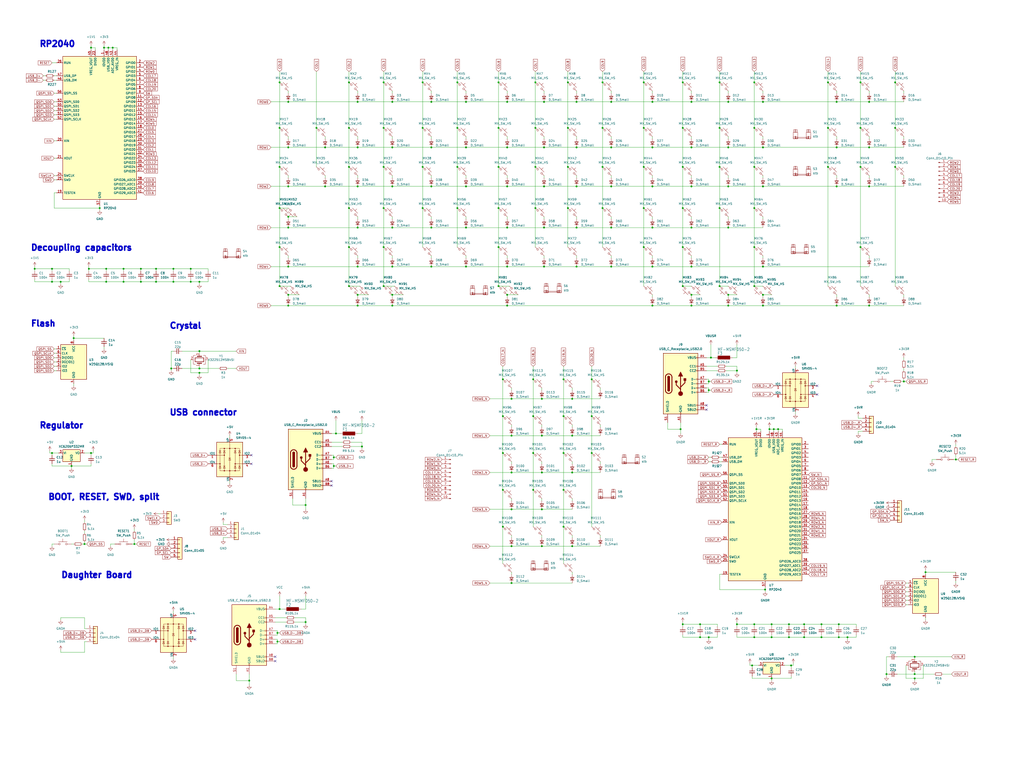
<source format=kicad_sch>
(kicad_sch (version 20230121) (generator eeschema)
  (paper "User" 599.999 450.012)
  (lib_symbols
    (symbol "+1V1_1" (power) (pin_names (offset 0))
      (property "Value" "+1V1_1" (at 0 5.08 0))
      (symbol "+1V1_1_1_1"
        (pin power_in line (at 0 0 90) (length 0) hide (name "+1V1R") (number "1"))
      )
    )
    (symbol "+3V3_1" (power) (pin_names (offset 0))
      (property "Value" "+3V3_1" (at 0 5.08 0))
      (symbol "+3V3_1_1_1"
        (pin power_in line (at 0 0 90) (length 0) hide (name "+3V3R") (number "1"))
      )
    )
    (symbol "+5VA_1" (power) (pin_names (offset 0))
      (property "Value" "+5VA_1" (at 0 5.08 0))
      (symbol "+5VA_1_1_1"
        (pin power_in line (at 0 0 90) (length 0) hide (name "+5VR") (number "1"))
      )
    )
    (symbol "Connector:Conn_01x10_Pin" (pin_names (offset 1.016) hide)
      (property "Reference" "J" (at 0 12.7 0))
      (property "Value" "Conn_01x10_Pin" (at 0 -15.24 0))
      (symbol "Conn_01x10_Pin_1_1"
        (pin passive line (at 5.08 10.16 180) (length 3.81) (name "Pin_1") (number "1"))
        (pin passive line (at 5.08 -12.7 180) (length 3.81) (name "Pin_10") (number "10"))
        (pin passive line (at 5.08 7.62 180) (length 3.81) (name "Pin_2") (number "2"))
        (pin passive line (at 5.08 5.08 180) (length 3.81) (name "Pin_3") (number "3"))
        (pin passive line (at 5.08 2.54 180) (length 3.81) (name "Pin_4") (number "4"))
        (pin passive line (at 5.08 0 180) (length 3.81) (name "Pin_5") (number "5"))
        (pin passive line (at 5.08 -2.54 180) (length 3.81) (name "Pin_6") (number "6"))
        (pin passive line (at 5.08 -5.08 180) (length 3.81) (name "Pin_7") (number "7"))
        (pin passive line (at 5.08 -7.62 180) (length 3.81) (name "Pin_8") (number "8"))
        (pin passive line (at 5.08 -10.16 180) (length 3.81) (name "Pin_9") (number "9"))
      )
    )
    (symbol "Connector:USB_C_Receptacle_USB2.0" (pin_names (offset 1.016))
      (property "Reference" "J" (at -10.16 19.05 0))
      (property "Value" "USB_C_Receptacle_USB2.0" (at 19.05 19.05 0))
      (symbol "USB_C_Receptacle_USB2.0_1_1"
        (pin passive line (at 0 -22.86 90) (length 5.08) (name "GND") (number "A1"))
        (pin passive line (at 0 -22.86 90) (length 5.08) hide (name "GND") (number "A12"))
        (pin passive line (at 15.24 15.24 180) (length 5.08) (name "VBUS") (number "A4"))
        (pin bidirectional line (at 15.24 10.16 180) (length 5.08) (name "CC1") (number "A5"))
        (pin bidirectional line (at 15.24 -2.54 180) (length 5.08) (name "D+") (number "A6"))
        (pin bidirectional line (at 15.24 2.54 180) (length 5.08) (name "D-") (number "A7"))
        (pin bidirectional line (at 15.24 -12.7 180) (length 5.08) (name "SBU1") (number "A8"))
        (pin passive line (at 15.24 15.24 180) (length 5.08) hide (name "VBUS") (number "A9"))
        (pin passive line (at 0 -22.86 90) (length 5.08) hide (name "GND") (number "B1"))
        (pin passive line (at 0 -22.86 90) (length 5.08) hide (name "GND") (number "B12"))
        (pin passive line (at 15.24 15.24 180) (length 5.08) hide (name "VBUS") (number "B4"))
        (pin bidirectional line (at 15.24 7.62 180) (length 5.08) (name "CC2") (number "B5"))
        (pin bidirectional line (at 15.24 -5.08 180) (length 5.08) (name "D+") (number "B6"))
        (pin bidirectional line (at 15.24 0 180) (length 5.08) (name "D-") (number "B7"))
        (pin bidirectional line (at 15.24 -15.24 180) (length 5.08) (name "SBU2") (number "B8"))
        (pin passive line (at 15.24 15.24 180) (length 5.08) hide (name "VBUS") (number "B9"))
        (pin passive line (at -7.62 -22.86 90) (length 5.08) (name "SHIELD") (number "S1"))
      )
    )
    (symbol "Connector_Generic:Conn_01x03" (pin_names (offset 1.016) hide)
      (property "Reference" "J" (at 0 5.08 0))
      (property "Value" "Conn_01x03" (at 0 -5.08 0))
      (symbol "Conn_01x03_1_1"
        (pin passive line (at -5.08 2.54 0) (length 3.81) (name "Pin_1") (number "1"))
        (pin passive line (at -5.08 0 0) (length 3.81) (name "Pin_2") (number "2"))
        (pin passive line (at -5.08 -2.54 0) (length 3.81) (name "Pin_3") (number "3"))
      )
    )
    (symbol "Connector_Generic:Conn_01x04" (pin_names (offset 1.016) hide)
      (property "Reference" "J" (at 0 5.08 0))
      (property "Value" "Conn_01x04" (at 0 -7.62 0))
      (symbol "Conn_01x04_1_1"
        (pin passive line (at -5.08 2.54 0) (length 3.81) (name "Pin_1") (number "1"))
        (pin passive line (at -5.08 0 0) (length 3.81) (name "Pin_2") (number "2"))
        (pin passive line (at -5.08 -2.54 0) (length 3.81) (name "Pin_3") (number "3"))
        (pin passive line (at -5.08 -5.08 0) (length 3.81) (name "Pin_4") (number "4"))
      )
    )
    (symbol "Connector_Generic:Conn_01x05" (pin_names (offset 1.016) hide)
      (property "Reference" "J" (at 0 7.62 0))
      (property "Value" "Conn_01x05" (at 0 -7.62 0))
      (symbol "Conn_01x05_1_1"
        (pin passive line (at -5.08 5.08 0) (length 3.81) (name "Pin_1") (number "1"))
        (pin passive line (at -5.08 2.54 0) (length 3.81) (name "Pin_2") (number "2"))
        (pin passive line (at -5.08 0 0) (length 3.81) (name "Pin_3") (number "3"))
        (pin passive line (at -5.08 -2.54 0) (length 3.81) (name "Pin_4") (number "4"))
        (pin passive line (at -5.08 -5.08 0) (length 3.81) (name "Pin_5") (number "5"))
      )
    )
    (symbol "Device:C_Small" (pin_numbers hide) (pin_names (offset 0.254) hide)
      (property "Reference" "C" (at 0.254 1.778 0))
      (property "Value" "C_Small" (at 0.254 -2.032 0))
      (symbol "C_Small_1_1"
        (pin passive line (at 0 2.54 270) (length 2.032) (name "~") (number "1"))
        (pin passive line (at 0 -2.54 90) (length 2.032) (name "~") (number "2"))
      )
    )
    (symbol "Device:Crystal_GND24" (pin_names (offset 1.016) hide)
      (property "Reference" "Y" (at 3.175 5.08 0))
      (property "Value" "Crystal_GND24" (at 3.175 3.175 0))
      (symbol "Crystal_GND24_1_1"
        (pin passive line (at -3.81 0 0) (length 1.27) (name "1") (number "1"))
        (pin passive line (at 0 5.08 270) (length 1.27) (name "2") (number "2"))
        (pin passive line (at 3.81 0 180) (length 1.27) (name "3") (number "3"))
        (pin passive line (at 0 -5.08 90) (length 1.27) (name "4") (number "4"))
      )
    )
    (symbol "Device:D_Small" (pin_numbers hide) (pin_names (offset 0.254) hide)
      (property "Reference" "D" (at -1.27 2.032 0))
      (property "Value" "D_Small" (at -3.81 -2.032 0))
      (symbol "D_Small_1_1"
        (pin passive line (at -2.54 0 0) (length 1.778) (name "K") (number "1"))
        (pin passive line (at 2.54 0 180) (length 1.778) (name "A") (number "2"))
      )
    )
    (symbol "Device:R_Small" (pin_numbers hide) (pin_names (offset 0.254) hide)
      (property "Reference" "R" (at 0.762 0.508 0))
      (property "Value" "R_Small" (at 0.762 -1.016 0))
      (symbol "R_Small_1_1"
        (pin passive line (at 0 2.54 270) (length 0.762) (name "~") (number "1"))
        (pin passive line (at 0 -2.54 90) (length 0.762) (name "~") (number "2"))
      )
    )
    (symbol "GNDA_1" (power) (pin_names (offset 0))
      (property "Value" "GNDA_1" (at 0 -5.08 0))
      (symbol "GNDA_1_1_1"
        (pin power_in line (at 0 0 270) (length 0) hide (name "GNDR") (number "1"))
      )
    )
    (symbol "Leonardo_Rev3e:L-EUL1812"
      (property "Reference" "L" (at -1.4986 -3.81 90))
      (property "Value" "L-EUL1812" (at 3.302 -3.81 90))
      (symbol "L-EUL1812_1_0"
        (pin passive line (at 0 5.08 270) (length 2.54) (name "1") (number "1"))
        (pin passive line (at 0 -5.08 90) (length 2.54) (name "2") (number "2"))
      )
    )
    (symbol "MCU_RaspberryPi:RP2040"
      (property "Reference" "U" (at 17.78 45.72 0))
      (property "Value" "RP2040" (at 17.78 43.18 0))
      (symbol "RP2040_1_1"
        (pin power_in line (at 2.54 45.72 270) (length 3.81) (name "IOVDD") (number "1"))
        (pin passive line (at 2.54 45.72 270) (length 3.81) hide (name "IOVDD") (number "10"))
        (pin bidirectional line (at 25.4 17.78 180) (length 3.81) (name "GPIO8") (number "11"))
        (pin bidirectional line (at 25.4 15.24 180) (length 3.81) (name "GPIO9") (number "12"))
        (pin bidirectional line (at 25.4 12.7 180) (length 3.81) (name "GPIO10") (number "13"))
        (pin bidirectional line (at 25.4 10.16 180) (length 3.81) (name "GPIO11") (number "14"))
        (pin bidirectional line (at 25.4 7.62 180) (length 3.81) (name "GPIO12") (number "15"))
        (pin bidirectional line (at 25.4 5.08 180) (length 3.81) (name "GPIO13") (number "16"))
        (pin bidirectional line (at 25.4 2.54 180) (length 3.81) (name "GPIO14") (number "17"))
        (pin bidirectional line (at 25.4 0 180) (length 3.81) (name "GPIO15") (number "18"))
        (pin input line (at -25.4 -38.1 0) (length 3.81) (name "TESTEN") (number "19"))
        (pin bidirectional line (at 25.4 38.1 180) (length 3.81) (name "GPIO0") (number "2"))
        (pin input line (at -25.4 -7.62 0) (length 3.81) (name "XIN") (number "20"))
        (pin passive line (at -25.4 -17.78 0) (length 3.81) (name "XOUT") (number "21"))
        (pin passive line (at 2.54 45.72 270) (length 3.81) hide (name "IOVDD") (number "22"))
        (pin power_in line (at -2.54 45.72 270) (length 3.81) (name "DVDD") (number "23"))
        (pin input line (at -25.4 -27.94 0) (length 3.81) (name "SWCLK") (number "24"))
        (pin bidirectional line (at -25.4 -30.48 0) (length 3.81) (name "SWD") (number "25"))
        (pin input line (at -25.4 38.1 0) (length 3.81) (name "RUN") (number "26"))
        (pin bidirectional line (at 25.4 -2.54 180) (length 3.81) (name "GPIO16") (number "27"))
        (pin bidirectional line (at 25.4 -5.08 180) (length 3.81) (name "GPIO17") (number "28"))
        (pin bidirectional line (at 25.4 -7.62 180) (length 3.81) (name "GPIO18") (number "29"))
        (pin bidirectional line (at 25.4 35.56 180) (length 3.81) (name "GPIO1") (number "3"))
        (pin bidirectional line (at 25.4 -10.16 180) (length 3.81) (name "GPIO19") (number "30"))
        (pin bidirectional line (at 25.4 -12.7 180) (length 3.81) (name "GPIO20") (number "31"))
        (pin bidirectional line (at 25.4 -15.24 180) (length 3.81) (name "GPIO21") (number "32"))
        (pin passive line (at 2.54 45.72 270) (length 3.81) hide (name "IOVDD") (number "33"))
        (pin bidirectional line (at 25.4 -17.78 180) (length 3.81) (name "GPIO22") (number "34"))
        (pin bidirectional line (at 25.4 -20.32 180) (length 3.81) (name "GPIO23") (number "35"))
        (pin bidirectional line (at 25.4 -22.86 180) (length 3.81) (name "GPIO24") (number "36"))
        (pin bidirectional line (at 25.4 -25.4 180) (length 3.81) (name "GPIO25") (number "37"))
        (pin bidirectional line (at 25.4 -30.48 180) (length 3.81) (name "GPIO26_ADC0") (number "38"))
        (pin bidirectional line (at 25.4 -33.02 180) (length 3.81) (name "GPIO27_ADC1") (number "39"))
        (pin bidirectional line (at 25.4 33.02 180) (length 3.81) (name "GPIO2") (number "4"))
        (pin bidirectional line (at 25.4 -35.56 180) (length 3.81) (name "GPIO28_ADC2") (number "40"))
        (pin bidirectional line (at 25.4 -38.1 180) (length 3.81) (name "GPIO29_ADC3") (number "41"))
        (pin passive line (at 2.54 45.72 270) (length 3.81) hide (name "IOVDD") (number "42"))
        (pin power_in line (at 7.62 45.72 270) (length 3.81) (name "ADC_AVDD") (number "43"))
        (pin power_in line (at 10.16 45.72 270) (length 3.81) (name "VREG_IN") (number "44"))
        (pin power_out line (at -5.08 45.72 270) (length 3.81) (name "VREG_VOUT") (number "45"))
        (pin bidirectional line (at -25.4 27.94 0) (length 3.81) (name "USB_DM") (number "46"))
        (pin bidirectional line (at -25.4 30.48 0) (length 3.81) (name "USB_DP") (number "47"))
        (pin power_in line (at 5.08 45.72 270) (length 3.81) (name "USB_VDD") (number "48"))
        (pin passive line (at 2.54 45.72 270) (length 3.81) hide (name "IOVDD") (number "49"))
        (pin bidirectional line (at 25.4 30.48 180) (length 3.81) (name "GPIO3") (number "5"))
        (pin passive line (at -2.54 45.72 270) (length 3.81) hide (name "DVDD") (number "50"))
        (pin bidirectional line (at -25.4 7.62 0) (length 3.81) (name "QSPI_SD3") (number "51"))
        (pin output line (at -25.4 5.08 0) (length 3.81) (name "QSPI_SCLK") (number "52"))
        (pin bidirectional line (at -25.4 15.24 0) (length 3.81) (name "QSPI_SD0") (number "53"))
        (pin bidirectional line (at -25.4 10.16 0) (length 3.81) (name "QSPI_SD2") (number "54"))
        (pin bidirectional line (at -25.4 12.7 0) (length 3.81) (name "QSPI_SD1") (number "55"))
        (pin bidirectional line (at -25.4 20.32 0) (length 3.81) (name "QSPI_SS") (number "56"))
        (pin power_in line (at 0 -45.72 90) (length 3.81) (name "GND") (number "57"))
        (pin bidirectional line (at 25.4 27.94 180) (length 3.81) (name "GPIO4") (number "6"))
        (pin bidirectional line (at 25.4 25.4 180) (length 3.81) (name "GPIO5") (number "7"))
        (pin bidirectional line (at 25.4 22.86 180) (length 3.81) (name "GPIO6") (number "8"))
        (pin bidirectional line (at 25.4 20.32 180) (length 3.81) (name "GPIO7") (number "9"))
      )
    )
    (symbol "Memory_Flash:W25Q128JVS"
      (property "Reference" "U" (at -8.89 8.89 0))
      (property "Value" "W25Q128JVS" (at 7.62 8.89 0))
      (symbol "W25Q128JVS_1_1"
        (pin input line (at -10.16 7.62 0) (length 2.54) (name "~{CS}") (number "1"))
        (pin bidirectional line (at -10.16 0 0) (length 2.54) (name "DO(IO1)") (number "2"))
        (pin bidirectional line (at -10.16 -2.54 0) (length 2.54) (name "IO2") (number "3"))
        (pin power_in line (at 0 -12.7 90) (length 2.54) (name "GND") (number "4"))
        (pin bidirectional line (at -10.16 2.54 0) (length 2.54) (name "DI(IO0)") (number "5"))
        (pin input line (at -10.16 5.08 0) (length 2.54) (name "CLK") (number "6"))
        (pin bidirectional line (at -10.16 -5.08 0) (length 2.54) (name "IO3") (number "7"))
        (pin power_in line (at 0 12.7 270) (length 2.54) (name "VCC") (number "8"))
      )
    )
    (symbol "PCM_marbastlib-mx:MX_SW_HS" (pin_numbers hide) (pin_names (offset 1.016) hide)
      (property "Reference" "MX" (at 3.048 1.016 0))
      (property "Value" "MX_SW_HS" (at 0 -3.81 0))
      (symbol "MX_SW_HS_0_1"
        (pin passive line (at -2.54 2.54 0) (length 0) (name "1") (number "1"))
        (pin passive line (at 2.54 -2.54 180) (length 0) (name "2") (number "2"))
      )
    )
    (symbol "PCM_marbastlib-mx:MX_stab" (pin_names (offset 1.016))
      (property "Reference" "S" (at -5.08 6.35 0))
      (property "Value" "MX_stab" (at -5.08 3.81 0))
    )
    (symbol "PCM_marbastlib-various:SRV05-4" (pin_names (offset 0))
      (property "Reference" "U" (at -5.08 11.43 0))
      (property "Value" "SRV05-4" (at 2.54 11.43 0))
      (symbol "SRV05-4_1_1"
        (pin passive line (at -12.7 2.54 0) (length 5.08) (name "IO1") (number "1"))
        (pin passive line (at 0 -12.7 90) (length 2.54) (name "VN") (number "2"))
        (pin passive line (at 12.7 2.54 180) (length 5.08) (name "IO2") (number "3"))
        (pin passive line (at 12.7 -2.54 180) (length 5.08) (name "IO3") (number "4"))
        (pin passive line (at 0 12.7 270) (length 2.54) (name "VP") (number "5"))
        (pin passive line (at -12.7 -2.54 0) (length 5.08) (name "IO4") (number "6"))
      )
    )
    (symbol "Regulator_Linear:XC6206PxxxMR" (pin_names (offset 0.254))
      (property "Reference" "U" (at -3.81 3.175 0))
      (property "Value" "XC6206PxxxMR" (at 0 3.175 0))
      (symbol "XC6206PxxxMR_1_1"
        (pin power_in line (at 0 -7.62 90) (length 2.54) (name "GND") (number "1"))
        (pin power_out line (at 7.62 0 180) (length 2.54) (name "VO") (number "2"))
        (pin power_in line (at -7.62 0 0) (length 2.54) (name "VI") (number "3"))
      )
    )
    (symbol "Switch:SW_Push" (pin_numbers hide) (pin_names (offset 1.016) hide)
      (property "Reference" "SW" (at 1.27 2.54 0))
      (property "Value" "SW_Push" (at 0 -1.524 0))
      (symbol "SW_Push_0_1"
        (pin passive line (at -5.08 0 0) (length 2.54) (name "1") (number "1"))
        (pin passive line (at 5.08 0 180) (length 2.54) (name "2") (number "2"))
      )
    )
    (symbol "VBUS_1" (power) (pin_names (offset 0))
      (property "Value" "VBUSR" (at 0 5.08 0))
      (symbol "VBUS_1_1_1"
        (pin power_in line (at 0 0 90) (length 0) hide (name "VBUSR") (number "1"))
      )
    )
    (symbol "power:+1V1" (power) (pin_names (offset 0))
      (property "Value" "+1V1" (at 0 3.556 0))
      (symbol "+1V1_1_1"
        (pin power_in line (at 0 0 90) (length 0) hide (name "+1V1") (number "1"))
      )
    )
    (symbol "power:+3V3" (power) (pin_names (offset 0))
      (property "Value" "+3V3" (at 0 3.556 0))
      (symbol "+3V3_1_1"
        (pin power_in line (at 0 0 90) (length 0) hide (name "+3V3") (number "1"))
      )
    )
    (symbol "power:+5V" (power) (pin_names (offset 0))
      (property "Value" "+5V" (at 0 3.556 0))
      (symbol "+5V_1_1"
        (pin power_in line (at 0 0 90) (length 0) hide (name "+5V") (number "1"))
      )
    )
    (symbol "power:+5VA" (power) (pin_names (offset 0))
      (property "Value" "+5VA" (at 0 3.556 0))
      (symbol "+5VA_1_1"
        (pin power_in line (at 0 0 90) (length 0) hide (name "+5VA") (number "1"))
      )
    )
    (symbol "power:GND" (power) (pin_names (offset 0))
      (property "Value" "GND" (at 0 -3.81 0))
      (symbol "GND_1_1"
        (pin power_in line (at 0 0 270) (length 0) hide (name "GND") (number "1"))
      )
    )
    (symbol "power:GND2" (power) (pin_names (offset 0))
      (property "Value" "GND2" (at 0 -3.81 0))
      (symbol "GND2_1_1"
        (pin power_in line (at 0 0 270) (length 0) hide (name "GND2") (number "1"))
      )
    )
    (symbol "power:GNDA" (power) (pin_names (offset 0))
      (property "Value" "GNDA" (at 0 -3.81 0))
      (symbol "GNDA_1_1"
        (pin power_in line (at 0 0 270) (length 0) hide (name "GNDA") (number "1"))
      )
    )
    (symbol "power:VBUS" (power) (pin_names (offset 0))
      (property "Value" "VBUS" (at 0 3.81 0))
      (symbol "VBUS_1_1"
        (pin power_in line (at 0 0 90) (length 0) hide (name "VBUS") (number "1"))
      )
    )
    (symbol "power:VCC" (power) (pin_names (offset 0))
      (property "Value" "VCC" (at 0 3.81 0))
      (symbol "VCC_1_1"
        (pin power_in line (at 0 0 90) (length 0) hide (name "VCC") (number "1"))
      )
    )
  )
  (junction (at 49.53 318.77))
  (junction (at 162.56 375.92))
  (junction (at 116.84 215.9))
  (junction (at 101.6 157.48))
  (junction (at 318.77 133.35))
  (junction (at 462.28 373.38))
  (junction (at 535.94 394.97))
  (junction (at 377.19 74.93))
  (junction (at 496.57 373.38))
  (junction (at 163.83 74.93))
  (junction (at 317.5 320.04))
  (junction (at 491.49 365.76))
  (junction (at 163.83 144.78))
  (junction (at 452.12 365.76))
  (junction (at 299.72 255.27))
  (junction (at 292.1 74.93))
  (junction (at 299.72 276.86))
  (junction (at 292.1 167.64))
  (junction (at 224.79 167.64))
  (junction (at 421.64 97.79))
  (junction (at 318.77 109.22))
  (junction (at 267.97 121.92))
  (junction (at 485.14 48.26))
  (junction (at 337.82 156.21))
  (junction (at 209.55 133.35))
  (junction (at 297.18 86.36))
  (junction (at 229.87 86.36))
  (junction (at 405.13 172.72))
  (junction (at 229.87 59.69))
  (junction (at 490.22 59.69))
  (junction (at 35.56 165.1))
  (junction (at 273.05 109.22))
  (junction (at 485.14 97.79))
  (junction (at 292.1 97.79))
  (junction (at 431.8 217.17))
  (junction (at 491.49 373.38))
  (junction (at 337.82 59.69))
  (junction (at 353.06 97.79))
  (junction (at 312.42 222.25))
  (junction (at 382.27 156.21))
  (junction (at 358.14 59.69))
  (junction (at 58.42 121.92))
  (junction (at 441.96 167.64))
  (junction (at 330.2 308.61))
  (junction (at 294.64 243.84))
  (junction (at 209.55 172.72))
  (junction (at 168.91 109.22))
  (junction (at 330.2 265.43))
  (junction (at 542.29 335.28))
  (junction (at 30.48 157.48))
  (junction (at 204.47 121.92))
  (junction (at 400.05 97.79))
  (junction (at 292.1 144.78))
  (junction (at 179.07 295.91))
  (junction (at 292.1 121.92))
  (junction (at 426.72 172.72))
  (junction (at 163.83 97.79))
  (junction (at 30.48 165.1))
  (junction (at 313.69 121.92))
  (junction (at 382.27 179.07))
  (junction (at 377.19 48.26))
  (junction (at 168.91 127))
  (junction (at 60.96 27.94))
  (junction (at 400.05 167.64))
  (junction (at 441.96 373.38))
  (junction (at 111.76 165.1))
  (junction (at 524.51 74.93))
  (junction (at 405.13 86.36))
  (junction (at 168.91 59.69))
  (junction (at 224.79 74.93))
  (junction (at 179.07 364.49))
  (junction (at 337.82 133.35))
  (junction (at 330.2 287.02))
  (junction (at 377.19 97.79))
  (junction (at 358.14 133.35))
  (junction (at 299.72 341.63))
  (junction (at 481.33 373.38))
  (junction (at 195.58 267.97))
  (junction (at 332.74 74.93))
  (junction (at 447.04 156.21))
  (junction (at 443.23 251.46))
  (junction (at 382.27 59.69))
  (junction (at 504.19 48.26))
  (junction (at 405.13 109.22))
  (junction (at 252.73 109.22))
  (junction (at 353.06 74.93))
  (junction (at 382.27 86.36))
  (junction (at 405.13 156.21))
  (junction (at 415.29 223.52))
  (junction (at 441.96 365.76))
  (junction (at 313.69 48.26))
  (junction (at 353.06 121.92))
  (junction (at 168.91 133.35))
  (junction (at 317.5 276.86))
  (junction (at 332.74 121.92))
  (junction (at 185.42 74.93))
  (junction (at 82.55 157.48))
  (junction (at 146.05 398.78))
  (junction (at 247.65 48.26))
  (junction (at 313.69 74.93))
  (junction (at 53.34 265.43))
  (junction (at 273.05 156.21))
  (junction (at 299.72 298.45))
  (junction (at 400.05 144.78))
  (junction (at 317.5 255.27))
  (junction (at 317.5 298.45))
  (junction (at 204.47 144.78))
  (junction (at 452.12 373.38))
  (junction (at 447.04 86.36))
  (junction (at 196.85 254))
  (junction (at 63.5 27.94))
  (junction (at 400.05 48.26))
  (junction (at 524.51 97.79))
  (junction (at 346.71 243.84))
  (junction (at 398.78 251.46))
  (junction (at 229.87 109.22))
  (junction (at 116.84 165.1))
  (junction (at 504.19 144.78))
  (junction (at 490.22 179.07))
  (junction (at 163.83 48.26))
  (junction (at 224.79 121.92))
  (junction (at 209.55 109.22))
  (junction (at 509.27 86.36))
  (junction (at 294.64 287.02))
  (junction (at 426.72 179.07))
  (junction (at 346.71 265.43))
  (junction (at 209.55 86.36))
  (junction (at 346.71 222.25))
  (junction (at 116.84 218.44))
  (junction (at 195.58 273.05))
  (junction (at 400.05 365.76))
  (junction (at 111.76 157.48))
  (junction (at 447.04 179.07))
  (junction (at 337.82 109.22))
  (junction (at 509.27 59.69))
  (junction (at 224.79 144.78))
  (junction (at 481.33 365.76))
  (junction (at 441.96 74.93))
  (junction (at 400.05 121.92))
  (junction (at 471.17 365.76))
  (junction (at 292.1 48.26))
  (junction (at 190.5 86.36))
  (junction (at 377.19 121.92))
  (junction (at 168.91 86.36))
  (junction (at 426.72 133.35))
  (junction (at 100.33 215.9))
  (junction (at 273.05 133.35))
  (junction (at 224.79 97.79))
  (junction (at 190.5 109.22))
  (junction (at 20.32 157.48))
  (junction (at 229.87 133.35))
  (junction (at 426.72 86.36))
  (junction (at 204.47 48.26))
  (junction (at 455.93 251.46))
  (junction (at 450.85 251.46))
  (junction (at 318.77 156.21))
  (junction (at 453.39 251.46))
  (junction (at 101.6 165.1))
  (junction (at 163.83 167.64))
  (junction (at 163.83 121.92))
  (junction (at 504.19 97.79))
  (junction (at 448.31 345.44))
  (junction (at 204.47 167.64))
  (junction (at 267.97 48.26))
  (junction (at 78.74 318.77))
  (junction (at 52.07 157.48))
  (junction (at 91.44 165.1))
  (junction (at 72.39 157.48))
  (junction (at 447.04 172.72))
  (junction (at 204.47 74.93))
  (junction (at 335.28 233.68))
  (junction (at 168.91 179.07))
  (junction (at 66.04 27.94))
  (junction (at 267.97 74.93))
  (junction (at 312.42 287.02))
  (junction (at 252.73 86.36))
  (junction (at 353.06 48.26))
  (junction (at 332.74 48.26))
  (junction (at 431.8 365.76))
  (junction (at 297.18 59.69))
  (junction (at 462.28 365.76))
  (junction (at 410.21 365.76))
  (junction (at 72.39 165.1))
  (junction (at 463.55 389.89))
  (junction (at 416.56 209.55))
  (junction (at 212.09 261.62))
  (junction (at 299.72 320.04))
  (junction (at 415.29 373.38))
  (junction (at 163.83 356.87))
  (junction (at 297.18 156.21))
  (junction (at 297.18 109.22))
  (junction (at 317.5 233.68))
  (junction (at 43.18 198.12))
  (junction (at 405.13 59.69))
  (junction (at 440.69 389.89))
  (junction (at 229.87 172.72))
  (junction (at 509.27 109.22))
  (junction (at 337.82 86.36))
  (junction (at 421.64 48.26))
  (junction (at 441.96 97.79))
  (junction (at 405.13 179.07))
  (junction (at 267.97 97.79))
  (junction (at 447.04 109.22))
  (junction (at 535.94 384.81))
  (junction (at 452.12 397.51))
  (junction (at 209.55 59.69))
  (junction (at 297.18 133.35))
  (junction (at 62.23 157.48))
  (junction (at 273.05 86.36))
  (junction (at 377.19 144.78))
  (junction (at 204.47 97.79))
  (junction (at 229.87 179.07))
  (junction (at 400.05 74.93))
  (junction (at 358.14 156.21))
  (junction (at 335.28 320.04))
  (junction (at 91.44 157.48))
  (junction (at 252.73 156.21))
  (junction (at 318.77 86.36))
  (junction (at 332.74 97.79))
  (junction (at 297.18 172.72))
  (junction (at 358.14 86.36))
  (junction (at 335.28 276.86))
  (junction (at 519.43 394.97))
  (junction (at 252.73 59.69))
  (junction (at 297.18 179.07))
  (junction (at 318.77 59.69))
  (junction (at 441.96 121.92))
  (junction (at 441.96 48.26))
  (junction (at 441.96 144.78))
  (junction (at 410.21 373.38))
  (junction (at 312.42 243.84))
  (junction (at 421.64 121.92))
  (junction (at 358.14 109.22))
  (junction (at 529.59 223.52))
  (junction (at 560.07 269.24))
  (junction (at 209.55 179.07))
  (junction (at 247.65 121.92))
  (junction (at 294.64 265.43))
  (junction (at 509.27 179.07))
  (junction (at 471.17 373.38))
  (junction (at 247.65 97.79))
  (junction (at 209.55 156.21))
  (junction (at 168.91 172.72))
  (junction (at 382.27 109.22))
  (junction (at 312.42 265.43))
  (junction (at 426.72 59.69))
  (junction (at 41.91 273.05))
  (junction (at 224.79 48.26))
  (junction (at 294.64 222.25))
  (junction (at 294.64 308.61))
  (junction (at 330.2 222.25))
  (junction (at 421.64 167.64))
  (junction (at 405.13 133.35))
  (junction (at 82.55 165.1))
  (junction (at 53.34 27.94))
  (junction (at 490.22 109.22))
  (junction (at 335.28 255.27))
  (junction (at 252.73 133.35))
  (junction (at 426.72 109.22))
  (junction (at 273.05 59.69))
  (junction (at 490.22 86.36))
  (junction (at 382.27 133.35))
  (junction (at 162.56 370.84))
  (junction (at 62.23 165.1))
  (junction (at 313.69 97.79))
  (junction (at 299.72 233.68))
  (junction (at 415.29 228.6))
  (junction (at 524.51 48.26))
  (junction (at 229.87 156.21))
  (junction (at 485.14 74.93))
  (junction (at 116.84 205.74))
  (junction (at 447.04 59.69))
  (junction (at 330.2 243.84))
  (junction (at 504.19 74.93))
  (junction (at 168.91 156.21))
  (junction (at 30.48 265.43))
  (junction (at 535.94 397.51))
  (junction (at 247.65 74.93))
  (junction (at 421.64 74.93))
  (no_connect (at 147.32 266.7))
  (no_connect (at 147.32 271.78))
  (no_connect (at 478.79 226.06))
  (no_connect (at 194.31 284.48))
  (no_connect (at 161.29 384.81))
  (no_connect (at 414.02 240.03))
  (no_connect (at 194.31 281.94))
  (no_connect (at 414.02 237.49))
  (no_connect (at 478.79 231.14))
  (no_connect (at 161.29 387.35))
  (no_connect (at 114.3 374.65))
  (no_connect (at 114.3 369.57))
  (wire (pts (xy 509.27 109.22) (xy 529.59 109.22)))
  (wire (pts (xy 54.61 265.43) (xy 54.61 264.16)))
  (wire (pts (xy 312.42 265.43) (xy 312.42 243.84)))
  (wire (pts (xy 548.64 269.24) (xy 546.1 269.24)))
  (wire (pts (xy 91.44 158.75) (xy 91.44 157.48)))
  (wire (pts (xy 351.79 271.78) (xy 351.79 270.51)))
  (wire (pts (xy 168.91 59.69) (xy 209.55 59.69)))
  (wire (pts (xy 471.17 365.76) (xy 481.33 365.76)))
  (wire (pts (xy 116.84 219.71) (xy 116.84 218.44)))
  (wire (pts (xy 441.96 97.79) (xy 441.96 121.92)))
  (wire (pts (xy 405.13 173.99) (xy 405.13 172.72)))
  (wire (pts (xy 138.43 398.78) (xy 146.05 398.78)))
  (wire (pts (xy 415.29 267.97) (xy 416.56 267.97)))
  (wire (pts (xy 168.91 109.22) (xy 190.5 109.22)))
  (wire (pts (xy 358.14 54.61) (xy 358.14 53.34)))
  (wire (pts (xy 161.29 369.57) (xy 162.56 369.57)))
  (wire (pts (xy 82.55 157.48) (xy 91.44 157.48)))
  (wire (pts (xy 146.05 398.78) (xy 146.05 401.32)))
  (wire (pts (xy 358.14 109.22) (xy 382.27 109.22)))
  (wire (pts (xy 31.75 82.55) (xy 33.02 82.55)))
  (wire (pts (xy 273.05 86.36) (xy 297.18 86.36)))
  (wire (pts (xy 485.14 41.91) (xy 485.14 48.26)))
  (wire (pts (xy 101.6 384.81) (xy 101.6 386.08)))
  (wire (pts (xy 504.19 144.78) (xy 504.19 167.64)))
  (wire (pts (xy 441.96 373.38) (xy 452.12 373.38)))
  (wire (pts (xy 55.88 27.94) (xy 55.88 29.21)))
  (wire (pts (xy 224.79 48.26) (xy 224.79 74.93)))
  (wire (pts (xy 297.18 54.61) (xy 297.18 53.34)))
  (wire (pts (xy 458.47 252.73) (xy 458.47 251.46)))
  (wire (pts (xy 209.55 81.28) (xy 209.55 80.01)))
  (wire (pts (xy 162.56 370.84) (xy 162.56 369.57)))
  (wire (pts (xy 400.05 144.78) (xy 400.05 167.64)))
  (wire (pts (xy 481.33 373.38) (xy 491.49 373.38)))
  (wire (pts (xy 297.18 173.99) (xy 297.18 172.72)))
  (wire (pts (xy 205.74 261.62) (xy 212.09 261.62)))
  (wire (pts (xy 312.42 308.61) (xy 312.42 287.02)))
  (wire (pts (xy 382.27 59.69) (xy 405.13 59.69)))
  (wire (pts (xy 78.74 309.88) (xy 78.74 311.15)))
  (wire (pts (xy 335.28 271.78) (xy 335.28 270.51)))
  (wire (pts (xy 431.8 209.55) (xy 431.8 201.93)))
  (wire (pts (xy 405.13 81.28) (xy 405.13 80.01)))
  (wire (pts (xy 521.97 223.52) (xy 523.24 223.52)))
  (wire (pts (xy 121.92 165.1) (xy 121.92 163.83)))
  (wire (pts (xy 337.82 59.69) (xy 358.14 59.69)))
  (wire (pts (xy 415.29 227.33) (xy 414.02 227.33)))
  (wire (pts (xy 146.05 394.97) (xy 146.05 398.78)))
  (wire (pts (xy 313.69 121.92) (xy 313.69 144.78)))
  (wire (pts (xy 100.33 215.9) (xy 101.6 215.9)))
  (wire (pts (xy 529.59 54.61) (xy 529.59 53.34)))
  (wire (pts (xy 101.6 158.75) (xy 101.6 157.48)))
  (wire (pts (xy 490.22 173.99) (xy 490.22 172.72)))
  (wire (pts (xy 60.96 26.67) (xy 60.96 27.94)))
  (wire (pts (xy 297.18 128.27) (xy 297.18 127)))
  (wire (pts (xy 82.55 163.83) (xy 82.55 165.1)))
  (wire (pts (xy 116.84 214.63) (xy 116.84 215.9)))
  (wire (pts (xy 337.82 81.28) (xy 337.82 80.01)))
  (wire (pts (xy 190.5 86.36) (xy 209.55 86.36)))
  (wire (pts (xy 50.8 375.92) (xy 49.53 375.92)))
  (wire (pts (xy 130.81 306.07) (xy 130.81 307.34)))
  (wire (pts (xy 415.29 228.6) (xy 415.29 227.33)))
  (wire (pts (xy 299.72 271.78) (xy 299.72 270.51)))
  (wire (pts (xy 194.31 261.62) (xy 200.66 261.62)))
  (wire (pts (xy 25.4 46.99) (xy 26.67 46.99)))
  (wire (pts (xy 35.56 381) (xy 35.56 382.27)))
  (wire (pts (xy 163.83 349.25) (xy 163.83 356.87)))
  (wire (pts (xy 163.83 41.91) (xy 163.83 48.26)))
  (wire (pts (xy 382.27 54.61) (xy 382.27 53.34)))
  (wire (pts (xy 52.07 165.1) (xy 62.23 165.1)))
  (wire (pts (xy 91.44 163.83) (xy 91.44 165.1)))
  (wire (pts (xy 299.72 276.86) (xy 317.5 276.86)))
  (wire (pts (xy 560.07 269.24) (xy 558.8 269.24)))
  (wire (pts (xy 318.77 104.14) (xy 318.77 102.87)))
  (wire (pts (xy 447.04 128.27) (xy 447.04 127)))
  (wire (pts (xy 299.72 255.27) (xy 317.5 255.27)))
  (wire (pts (xy 445.77 251.46) (xy 445.77 252.73)))
  (wire (pts (xy 426.72 128.27) (xy 426.72 127)))
  (wire (pts (xy 171.45 292.1) (xy 171.45 295.91)))
  (wire (pts (xy 447.04 151.13) (xy 447.04 149.86)))
  (wire (pts (xy 332.74 48.26) (xy 332.74 74.93)))
  (wire (pts (xy 490.22 86.36) (xy 509.27 86.36)))
  (wire (pts (xy 194.31 274.32) (xy 195.58 274.32)))
  (wire (pts (xy 158.75 109.22) (xy 168.91 109.22)))
  (wire (pts (xy 490.22 81.28) (xy 490.22 80.01)))
  (wire (pts (xy 49.53 375.92) (xy 49.53 382.27)))
  (wire (pts (xy 194.31 259.08) (xy 200.66 259.08)))
  (wire (pts (xy 247.65 121.92) (xy 247.65 144.78)))
  (wire (pts (xy 158.75 133.35) (xy 168.91 133.35)))
  (wire (pts (xy 491.49 373.38) (xy 496.57 373.38)))
  (wire (pts (xy 382.27 128.27) (xy 382.27 127)))
  (wire (pts (xy 48.26 318.77) (xy 49.53 318.77)))
  (wire (pts (xy 62.23 157.48) (xy 72.39 157.48)))
  (wire (pts (xy 426.72 109.22) (xy 447.04 109.22)))
  (wire (pts (xy 224.79 121.92) (xy 224.79 144.78)))
  (wire (pts (xy 491.49 372.11) (xy 491.49 373.38)))
  (wire (pts (xy 204.47 121.92) (xy 204.47 144.78)))
  (wire (pts (xy 60.96 203.2) (xy 60.96 204.47)))
  (wire (pts (xy 287.02 320.04) (xy 299.72 320.04)))
  (wire (pts (xy 447.04 54.61) (xy 447.04 53.34)))
  (wire (pts (xy 530.86 351.79) (xy 532.13 351.79)))
  (wire (pts (xy 212.09 259.08) (xy 212.09 261.62)))
  (wire (pts (xy 25.4 44.45) (xy 26.67 44.45)))
  (wire (pts (xy 405.13 151.13) (xy 405.13 149.86)))
  (wire (pts (xy 196.85 254) (xy 199.39 254)))
  (wire (pts (xy 31.75 113.03) (xy 31.75 121.92)))
  (wire (pts (xy 318.77 151.13) (xy 318.77 149.86)))
  (wire (pts (xy 405.13 86.36) (xy 426.72 86.36)))
  (wire (pts (xy 382.27 86.36) (xy 405.13 86.36)))
  (wire (pts (xy 31.75 46.99) (xy 33.02 46.99)))
  (wire (pts (xy 121.92 210.82) (xy 121.92 218.44)))
  (wire (pts (xy 439.42 389.89) (xy 440.69 389.89)))
  (wire (pts (xy 509.27 81.28) (xy 509.27 80.01)))
  (wire (pts (xy 429.26 209.55) (xy 431.8 209.55)))
  (wire (pts (xy 382.27 109.22) (xy 405.13 109.22)))
  (wire (pts (xy 414.02 214.63) (xy 420.37 214.63)))
  (wire (pts (xy 318.77 156.21) (xy 337.82 156.21)))
  (wire (pts (xy 346.71 214.63) (xy 346.71 222.25)))
  (wire (pts (xy 466.09 214.63) (xy 466.09 215.9)))
  (wire (pts (xy 204.47 97.79) (xy 204.47 121.92)))
  (wire (pts (xy 205.74 259.08) (xy 212.09 259.08)))
  (wire (pts (xy 426.72 104.14) (xy 426.72 102.87)))
  (wire (pts (xy 440.69 389.89) (xy 440.69 391.16)))
  (wire (pts (xy 49.53 312.42) (xy 49.53 311.15)))
  (wire (pts (xy 337.82 104.14) (xy 337.82 102.87)))
  (wire (pts (xy 502.92 252.73) (xy 502.92 254)))
  (wire (pts (xy 20.32 158.75) (xy 20.32 157.48)))
  (wire (pts (xy 287.02 255.27) (xy 299.72 255.27)))
  (wire (pts (xy 111.76 157.48) (xy 121.92 157.48)))
  (wire (pts (xy 358.14 156.21) (xy 382.27 156.21)))
  (wire (pts (xy 447.04 86.36) (xy 490.22 86.36)))
  (wire (pts (xy 58.42 123.19) (xy 58.42 121.92)))
  (wire (pts (xy 53.34 29.21) (xy 53.34 27.94)))
  (wire (pts (xy 299.72 233.68) (xy 317.5 233.68)))
  (wire (pts (xy 72.39 165.1) (xy 82.55 165.1)))
  (wire (pts (xy 441.96 121.92) (xy 441.96 144.78)))
  (wire (pts (xy 49.53 368.3) (xy 50.8 368.3)))
  (wire (pts (xy 294.64 308.61) (xy 294.64 330.2)))
  (wire (pts (xy 287.02 341.63) (xy 299.72 341.63)))
  (wire (pts (xy 267.97 97.79) (xy 267.97 121.92)))
  (wire (pts (xy 542.29 335.28) (xy 542.29 336.55)))
  (wire (pts (xy 447.04 179.07) (xy 490.22 179.07)))
  (wire (pts (xy 502.92 243.84) (xy 502.92 245.11)))
  (wire (pts (xy 455.93 251.46) (xy 453.39 251.46)))
  (wire (pts (xy 209.55 109.22) (xy 229.87 109.22)))
  (wire (pts (xy 60.96 27.94) (xy 63.5 27.94)))
  (wire (pts (xy 121.92 157.48) (xy 121.92 158.75)))
  (wire (pts (xy 287.02 233.68) (xy 299.72 233.68)))
  (wire (pts (xy 529.59 223.52) (xy 530.86 223.52)))
  (wire (pts (xy 509.27 86.36) (xy 529.59 86.36)))
  (wire (pts (xy 247.65 97.79) (xy 247.65 121.92)))
  (wire (pts (xy 443.23 250.19) (xy 443.23 251.46)))
  (wire (pts (xy 43.18 196.85) (xy 43.18 198.12)))
  (wire (pts (xy 471.17 372.11) (xy 471.17 373.38)))
  (wire (pts (xy 405.13 133.35) (xy 426.72 133.35)))
  (wire (pts (xy 168.91 54.61) (xy 168.91 53.34)))
  (wire (pts (xy 317.5 271.78) (xy 317.5 270.51)))
  (wire (pts (xy 450.85 252.73) (xy 450.85 251.46)))
  (wire (pts (xy 292.1 144.78) (xy 292.1 167.64)))
  (wire (pts (xy 163.83 48.26) (xy 163.83 74.93)))
  (wire (pts (xy 410.21 365.76) (xy 410.21 367.03)))
  (wire (pts (xy 382.27 156.21) (xy 405.13 156.21)))
  (wire (pts (xy 318.77 86.36) (xy 337.82 86.36)))
  (wire (pts (xy 410.21 372.11) (xy 410.21 373.38)))
  (wire (pts (xy 318.77 81.28) (xy 318.77 80.01)))
  (wire (pts (xy 431.8 372.11) (xy 431.8 373.38)))
  (wire (pts (xy 168.91 86.36) (xy 190.5 86.36)))
  (wire (pts (xy 481.33 365.76) (xy 491.49 365.76)))
  (wire (pts (xy 168.91 173.99) (xy 168.91 172.72)))
  (wire (pts (xy 30.48 273.05) (xy 41.91 273.05)))
  (wire (pts (xy 337.82 128.27) (xy 337.82 127)))
  (wire (pts (xy 130.81 314.96) (xy 130.81 316.23)))
  (wire (pts (xy 447.04 172.72) (xy 452.12 172.72)))
  (wire (pts (xy 462.28 365.76) (xy 471.17 365.76)))
  (wire (pts (xy 509.27 151.13) (xy 509.27 149.86)))
  (wire (pts (xy 229.87 86.36) (xy 252.73 86.36)))
  (wire (pts (xy 194.31 269.24) (xy 195.58 269.24)))
  (wire (pts (xy 416.56 201.93) (xy 416.56 209.55)))
  (wire (pts (xy 450.85 250.19) (xy 450.85 251.46)))
  (wire (pts (xy 529.59 217.17) (xy 529.59 215.9)))
  (wire (pts (xy 337.82 156.21) (xy 358.14 156.21)))
  (wire (pts (xy 485.14 74.93) (xy 485.14 97.79)))
  (wire (pts (xy 509.27 54.61) (xy 509.27 53.34)))
  (wire (pts (xy 410.21 172.72) (xy 405.13 172.72)))
  (wire (pts (xy 252.73 156.21) (xy 273.05 156.21)))
  (wire (pts (xy 41.91 273.05) (xy 53.34 273.05)))
  (wire (pts (xy 158.75 179.07) (xy 168.91 179.07)))
  (wire (pts (xy 224.79 167.64) (xy 231.14 167.64)))
  (wire (pts (xy 229.87 156.21) (xy 252.73 156.21)))
  (wire (pts (xy 297.18 172.72) (xy 303.53 172.72)))
  (wire (pts (xy 414.02 217.17) (xy 420.37 217.17)))
  (wire (pts (xy 72.39 158.75) (xy 72.39 157.48)))
  (wire (pts (xy 421.64 345.44) (xy 448.31 345.44)))
  (wire (pts (xy 31.75 217.17) (xy 33.02 217.17)))
  (wire (pts (xy 35.56 165.1) (xy 40.64 165.1)))
  (wire (pts (xy 520.7 384.81) (xy 519.43 384.81)))
  (wire (pts (xy 204.47 74.93) (xy 204.47 97.79)))
  (wire (pts (xy 31.75 209.55) (xy 33.02 209.55)))
  (wire (pts (xy 163.83 167.64) (xy 170.18 167.64)))
  (wire (pts (xy 294.64 214.63) (xy 294.64 222.25)))
  (wire (pts (xy 252.73 54.61) (xy 252.73 53.34)))
  (wire (pts (xy 116.84 215.9) (xy 128.27 215.9)))
  (wire (pts (xy 267.97 48.26) (xy 267.97 74.93)))
  (wire (pts (xy 332.74 74.93) (xy 332.74 97.79)))
  (wire (pts (xy 353.06 74.93) (xy 353.06 97.79)))
  (wire (pts (xy 426.72 133.35) (xy 447.04 133.35)))
  (wire (pts (xy 426.72 81.28) (xy 426.72 80.01)))
  (wire (pts (xy 330.2 222.25) (xy 330.2 243.84)))
  (wire (pts (xy 541.02 389.89) (xy 541.02 397.51)))
  (wire (pts (xy 346.71 243.84) (xy 346.71 265.43)))
  (wire (pts (xy 190.5 104.14) (xy 190.5 102.87)))
  (wire (pts (xy 116.84 207.01) (xy 116.84 205.74)))
  (wire (pts (xy 273.05 54.61) (xy 273.05 53.34)))
  (wire (pts (xy 335.28 314.96) (xy 335.28 313.69)))
  (wire (pts (xy 78.74 316.23) (xy 78.74 318.77)))
  (wire (pts (xy 130.81 307.34) (xy 133.35 307.34)))
  (wire (pts (xy 358.14 104.14) (xy 358.14 102.87)))
  (wire (pts (xy 491.49 365.76) (xy 501.65 365.76)))
  (wire (pts (xy 30.48 157.48) (xy 40.64 157.48)))
  (wire (pts (xy 332.74 121.92) (xy 332.74 144.78)))
  (wire (pts (xy 471.17 367.03) (xy 471.17 365.76)))
  (wire (pts (xy 546.1 269.24) (xy 546.1 270.51)))
  (wire (pts (xy 267.97 121.92) (xy 267.97 144.78)))
  (wire (pts (xy 292.1 41.91) (xy 292.1 48.26)))
  (wire (pts (xy 426.72 173.99) (xy 426.72 172.72)))
  (wire (pts (xy 252.73 109.22) (xy 273.05 109.22)))
  (wire (pts (xy 496.57 374.65) (xy 496.57 373.38)))
  (wire (pts (xy 292.1 48.26) (xy 292.1 74.93)))
  (wire (pts (xy 297.18 59.69) (xy 318.77 59.69)))
  (wire (pts (xy 163.83 356.87) (xy 166.37 356.87)))
  (wire (pts (xy 421.64 167.64) (xy 426.72 167.64)))
  (wire (pts (xy 267.97 41.91) (xy 267.97 48.26)))
  (wire (pts (xy 294.64 243.84) (xy 294.64 265.43)))
  (wire (pts (xy 35.56 382.27) (xy 49.53 382.27)))
  (wire (pts (xy 455.93 252.73) (xy 455.93 251.46)))
  (wire (pts (xy 560.07 266.7) (xy 560.07 269.24)))
  (wire (pts (xy 49.53 318.77) (xy 50.8 318.77)))
  (wire (pts (xy 273.05 104.14) (xy 273.05 102.87)))
  (wire (pts (xy 525.78 384.81) (xy 535.94 384.81)))
  (wire (pts (xy 100.33 215.9) (xy 100.33 217.17)))
  (wire (pts (xy 30.48 318.77) (xy 30.48 320.04)))
  (wire (pts (xy 229.87 104.14) (xy 229.87 102.87)))
  (wire (pts (xy 490.22 54.61) (xy 490.22 53.34)))
  (wire (pts (xy 425.45 214.63) (xy 431.8 214.63)))
  (wire (pts (xy 229.87 59.69) (xy 252.73 59.69)))
  (wire (pts (xy 501.65 365.76) (xy 501.65 367.03)))
  (wire (pts (xy 463.55 396.24) (xy 463.55 397.51)))
  (wire (pts (xy 229.87 133.35) (xy 252.73 133.35)))
  (wire (pts (xy 560.07 340.36) (xy 560.07 341.63)))
  (wire (pts (xy 400.05 121.92) (xy 400.05 144.78)))
  (wire (pts (xy 229.87 81.28) (xy 229.87 80.01)))
  (wire (pts (xy 335.28 255.27) (xy 351.79 255.27)))
  (wire (pts (xy 358.14 151.13) (xy 358.14 149.86)))
  (wire (pts (xy 530.86 354.33) (xy 532.13 354.33)))
  (wire (pts (xy 415.29 373.38) (xy 420.37 373.38)))
  (wire (pts (xy 519.43 396.24) (xy 519.43 394.97)))
  (wire (pts (xy 441.96 167.64) (xy 447.04 167.64)))
  (wire (pts (xy 111.76 218.44) (xy 116.84 218.44)))
  (wire (pts (xy 195.58 273.05) (xy 195.58 271.78)))
  (wire (pts (xy 297.18 109.22) (xy 318.77 109.22)))
  (wire (pts (xy 252.73 133.35) (xy 273.05 133.35)))
  (wire (pts (xy 66.04 29.21) (xy 66.04 27.94)))
  (wire (pts (xy 294.64 265.43) (xy 294.64 287.02)))
  (wire (pts (xy 502.92 245.11) (xy 505.46 245.11)))
  (wire (pts (xy 529.59 209.55) (xy 529.59 210.82)))
  (wire (pts (xy 425.45 217.17) (xy 431.8 217.17)))
  (wire (pts (xy 168.91 133.35) (xy 209.55 133.35)))
  (wire (pts (xy 29.21 265.43) (xy 30.48 265.43)))
  (wire (pts (xy 30.48 165.1) (xy 35.56 165.1)))
  (wire (pts (xy 204.47 144.78) (xy 204.47 167.64)))
  (wire (pts (xy 91.44 157.48) (xy 101.6 157.48)))
  (wire (pts (xy 273.05 156.21) (xy 297.18 156.21)))
  (wire (pts (xy 31.75 214.63) (xy 33.02 214.63)))
  (wire (pts (xy 58.42 121.92) (xy 58.42 120.65)))
  (wire (pts (xy 426.72 54.61) (xy 426.72 53.34)))
  (wire (pts (xy 116.84 205.74) (xy 138.43 205.74)))
  (wire (pts (xy 431.8 373.38) (xy 441.96 373.38)))
  (wire (pts (xy 297.18 151.13) (xy 297.18 149.86)))
  (wire (pts (xy 441.96 144.78) (xy 441.96 167.64)))
  (wire (pts (xy 542.29 334.01) (xy 542.29 335.28)))
  (wire (pts (xy 443.23 251.46) (xy 445.77 251.46)))
  (wire (pts (xy 106.68 215.9) (xy 116.84 215.9)))
  (wire (pts (xy 530.86 346.71) (xy 532.13 346.71)))
  (wire (pts (xy 426.72 59.69) (xy 447.04 59.69)))
  (wire (pts (xy 185.42 74.93) (xy 185.42 97.79)))
  (wire (pts (xy 252.73 151.13) (xy 252.73 149.86)))
  (wire (pts (xy 353.06 97.79) (xy 353.06 121.92)))
  (wire (pts (xy 66.04 27.94) (xy 68.58 27.94)))
  (wire (pts (xy 31.75 318.77) (xy 30.48 318.77)))
  (wire (pts (xy 224.79 97.79) (xy 224.79 121.92)))
  (wire (pts (xy 212.09 262.89) (xy 212.09 261.62)))
  (wire (pts (xy 163.83 144.78) (xy 163.83 167.64)))
  (wire (pts (xy 168.91 127) (xy 168.91 128.27)))
  (wire (pts (xy 30.48 265.43) (xy 30.48 266.7)))
  (wire (pts (xy 229.87 172.72) (xy 228.6 172.72)))
  (wire (pts (xy 82.55 165.1) (xy 91.44 165.1)))
  (wire (pts (xy 504.19 74.93) (xy 504.19 97.79)))
  (wire (pts (xy 82.55 158.75) (xy 82.55 157.48)))
  (wire (pts (xy 31.75 212.09) (xy 33.02 212.09)))
  (wire (pts (xy 313.69 48.26) (xy 313.69 74.93)))
  (wire (pts (xy 252.73 104.14) (xy 252.73 102.87)))
  (wire (pts (xy 528.32 223.52) (xy 529.59 223.52)))
  (wire (pts (xy 421.64 48.26) (xy 421.64 74.93)))
  (wire (pts (xy 335.28 228.6) (xy 335.28 227.33)))
  (wire (pts (xy 529.59 222.25) (xy 529.59 223.52)))
  (wire (pts (xy 421.64 270.51) (xy 422.91 270.51)))
  (wire (pts (xy 116.84 166.37) (xy 116.84 165.1)))
  (wire (pts (xy 161.29 364.49) (xy 167.64 364.49)))
  (wire (pts (xy 464.82 389.89) (xy 464.82 388.62)))
  (wire (pts (xy 410.21 373.38) (xy 415.29 373.38)))
  (wire (pts (xy 229.87 173.99) (xy 229.87 172.72)))
  (wire (pts (xy 471.17 373.38) (xy 481.33 373.38)))
  (wire (pts (xy 163.83 97.79) (xy 163.83 121.92)))
  (wire (pts (xy 273.05 109.22) (xy 297.18 109.22)))
  (wire (pts (xy 441.96 372.11) (xy 441.96 373.38)))
  (wire (pts (xy 31.75 54.61) (xy 33.02 54.61)))
  (wire (pts (xy 441.96 365.76) (xy 452.12 365.76)))
  (wire (pts (xy 287.02 276.86) (xy 299.72 276.86)))
  (wire (pts (xy 481.33 372.11) (xy 481.33 373.38)))
  (wire (pts (xy 62.23 163.83) (xy 62.23 165.1)))
  (wire (pts (xy 30.48 265.43) (xy 34.29 265.43)))
  (wire (pts (xy 510.54 223.52) (xy 510.54 224.79)))
  (wire (pts (xy 421.64 74.93) (xy 421.64 97.79)))
  (wire (pts (xy 163.83 74.93) (xy 163.83 97.79)))
  (wire (pts (xy 431.8 365.76) (xy 441.96 365.76)))
  (wire (pts (xy 101.6 163.83) (xy 101.6 165.1)))
  (wire (pts (xy 447.04 109.22) (xy 490.22 109.22)))
  (wire (pts (xy 229.87 151.13) (xy 229.87 149.86)))
  (wire (pts (xy 209.55 59.69) (xy 229.87 59.69)))
  (wire (pts (xy 67.31 318.77) (xy 64.77 318.77)))
  (wire (pts (xy 267.97 74.93) (xy 267.97 97.79)))
  (wire (pts (xy 420.37 372.11) (xy 420.37 373.38)))
  (wire (pts (xy 382.27 104.14) (xy 382.27 102.87)))
  (wire (pts (xy 448.31 346.71) (xy 448.31 345.44)))
  (wire (pts (xy 43.18 198.12) (xy 60.96 198.12)))
  (wire (pts (xy 400.05 97.79) (xy 400.05 121.92)))
  (wire (pts (xy 410.21 365.76) (xy 420.37 365.76)))
  (wire (pts (xy 332.74 97.79) (xy 332.74 121.92)))
  (wire (pts (xy 209.55 104.14) (xy 209.55 102.87)))
  (wire (pts (xy 462.28 372.11) (xy 462.28 373.38)))
  (wire (pts (xy 247.65 74.93) (xy 247.65 97.79)))
  (wire (pts (xy 463.55 389.89) (xy 464.82 389.89)))
  (wire (pts (xy 292.1 167.64) (xy 298.45 167.64)))
  (wire (pts (xy 317.5 250.19) (xy 317.5 248.92)))
  (wire (pts (xy 179.07 292.1) (xy 179.07 295.91)))
  (wire (pts (xy 161.29 356.87) (xy 163.83 356.87)))
  (wire (pts (xy 530.86 341.63) (xy 532.13 341.63)))
  (wire (pts (xy 204.47 48.26) (xy 204.47 74.93)))
  (wire (pts (xy 53.34 271.78) (xy 53.34 273.05)))
  (wire (pts (xy 53.34 265.43) (xy 53.34 266.7)))
  (wire (pts (xy 52.07 158.75) (xy 52.07 157.48)))
  (wire (pts (xy 229.87 128.27) (xy 229.87 127)))
  (wire (pts (xy 431.8 214.63) (xy 431.8 217.17)))
  (wire (pts (xy 511.81 223.52) (xy 510.54 223.52)))
  (wire (pts (xy 504.19 41.91) (xy 504.19 48.26)))
  (wire (pts (xy 49.53 361.95) (xy 49.53 368.3)))
  (wire (pts (xy 496.57 373.38) (xy 501.65 373.38)))
  (wire (pts (xy 426.72 179.07) (xy 447.04 179.07)))
  (wire (pts (xy 64.77 318.77) (xy 64.77 320.04)))
  (wire (pts (xy 317.5 276.86) (xy 335.28 276.86)))
  (wire (pts (xy 504.19 48.26) (xy 504.19 74.93)))
  (wire (pts (xy 335.28 276.86) (xy 351.79 276.86)))
  (wire (pts (xy 247.65 41.91) (xy 247.65 48.26)))
  (wire (pts (xy 62.23 157.48) (xy 62.23 158.75)))
  (wire (pts (xy 415.29 224.79) (xy 415.29 223.52)))
  (wire (pts (xy 162.56 374.65) (xy 161.29 374.65)))
  (wire (pts (xy 29.21 265.43) (xy 29.21 264.16)))
  (wire (pts (xy 490.22 104.14) (xy 490.22 102.87)))
  (wire (pts (xy 168.91 179.07) (xy 209.55 179.07)))
  (wire (pts (xy 377.19 144.78) (xy 377.19 167.64)))
  (wire (pts (xy 353.06 121.92) (xy 353.06 144.78)))
  (wire (pts (xy 353.06 48.26) (xy 353.06 74.93)))
  (wire (pts (xy 78.74 318.77) (xy 77.47 318.77)))
  (wire (pts (xy 317.5 314.96) (xy 317.5 313.69)))
  (wire (pts (xy 421.64 267.97) (xy 422.91 267.97)))
  (wire (pts (xy 535.94 384.81) (xy 557.53 384.81)))
  (wire (pts (xy 542.29 361.95) (xy 542.29 363.22)))
  (wire (pts (xy 161.29 377.19) (xy 162.56 377.19)))
  (wire (pts (xy 53.34 26.67) (xy 53.34 27.94)))
  (wire (pts (xy 31.75 62.23) (xy 33.02 62.23)))
  (wire (pts (xy 196.85 267.97) (xy 195.58 267.97)))
  (wire (pts (xy 312.42 243.84) (xy 312.42 222.25)))
  (wire (pts (xy 560.07 260.35) (xy 560.07 261.62)))
  (wire (pts (xy 358.14 128.27) (xy 358.14 127)))
  (wire (pts (xy 138.43 394.97) (xy 138.43 398.78)))
  (wire (pts (xy 509.27 179.07) (xy 529.59 179.07)))
  (wire (pts (xy 382.27 151.13) (xy 382.27 149.86)))
  (wire (pts (xy 346.71 222.25) (xy 346.71 243.84)))
  (wire (pts (xy 426.72 172.72) (xy 431.8 172.72)))
  (wire (pts (xy 337.82 133.35) (xy 358.14 133.35)))
  (wire (pts (xy 273.05 128.27) (xy 273.05 127)))
  (wire (pts (xy 161.29 372.11) (xy 162.56 372.11)))
  (wire (pts (xy 330.2 308.61) (xy 330.2 330.2)))
  (wire (pts (xy 111.76 158.75) (xy 111.76 157.48)))
  (wire (pts (xy 440.69 396.24) (xy 440.69 397.51)))
  (wire (pts (xy 204.47 41.91) (xy 204.47 48.26)))
  (wire (pts (xy 318.77 109.22) (xy 337.82 109.22)))
  (wire (pts (xy 452.12 398.78) (xy 452.12 397.51)))
  (wire (pts (xy 31.75 44.45) (xy 33.02 44.45)))
  (wire (pts (xy 297.18 86.36) (xy 318.77 86.36)))
  (wire (pts (xy 273.05 59.69) (xy 297.18 59.69)))
  (wire (pts (xy 252.73 59.69) (xy 273.05 59.69)))
  (wire (pts (xy 52.07 157.48) (xy 62.23 157.48)))
  (wire (pts (xy 382.27 133.35) (xy 405.13 133.35)))
  (wire (pts (xy 31.75 204.47) (xy 33.02 204.47)))
  (wire (pts (xy 421.64 336.55) (xy 421.64 345.44)))
  (wire (pts (xy 297.18 104.14) (xy 297.18 102.87)))
  (wire (pts (xy 391.16 251.46) (xy 398.78 251.46)))
  (wire (pts (xy 318.77 54.61) (xy 318.77 53.34)))
  (wire (pts (xy 49.53 361.95) (xy 35.56 361.95)))
  (wire (pts (xy 426.72 86.36) (xy 447.04 86.36)))
  (wire (pts (xy 171.45 295.91) (xy 179.07 295.91)))
  (wire (pts (xy 158.75 156.21) (xy 168.91 156.21)))
  (wire (pts (xy 535.94 394.97) (xy 547.37 394.97)))
  (wire (pts (xy 440.69 389.89) (xy 444.5 389.89)))
  (wire (pts (xy 405.13 54.61) (xy 405.13 53.34)))
  (wire (pts (xy 452.12 367.03) (xy 452.12 365.76)))
  (wire (pts (xy 462.28 373.38) (xy 471.17 373.38)))
  (wire (pts (xy 209.55 179.07) (xy 229.87 179.07)))
  (wire (pts (xy 62.23 165.1) (xy 72.39 165.1)))
  (wire (pts (xy 158.75 86.36) (xy 168.91 86.36)))
  (wire (pts (xy 30.48 163.83) (xy 30.48 165.1)))
  (wire (pts (xy 509.27 173.99) (xy 509.27 172.72)))
  (wire (pts (xy 317.5 228.6) (xy 317.5 227.33)))
  (wire (pts (xy 204.47 167.64) (xy 210.82 167.64)))
  (wire (pts (xy 179.07 365.76) (xy 179.07 364.49)))
  (wire (pts (xy 195.58 269.24) (xy 195.58 267.97)))
  (wire (pts (xy 41.91 274.32) (xy 41.91 273.05)))
  (wire (pts (xy 31.75 59.69) (xy 33.02 59.69)))
  (wire (pts (xy 530.86 344.17) (xy 532.13 344.17)))
  (wire (pts (xy 209.55 128.27) (xy 209.55 127)))
  (wire (pts (xy 273.05 151.13) (xy 273.05 149.86)))
  (wire (pts (xy 179.07 295.91) (xy 179.07 298.45)))
  (wire (pts (xy 377.19 48.26) (xy 377.19 74.93)))
  (wire (pts (xy 485.14 97.79) (xy 485.14 167.64)))
  (wire (pts (xy 335.28 293.37) (xy 335.28 292.1)))
  (wire (pts (xy 440.69 397.51) (xy 452.12 397.51)))
  (wire (pts (xy 330.2 265.43) (xy 330.2 287.02)))
  (wire (pts (xy 111.76 163.83) (xy 111.76 165.1)))
  (wire (pts (xy 529.59 81.28) (xy 529.59 80.01)))
  (wire (pts (xy 162.56 375.92) (xy 163.83 375.92)))
  (wire (pts (xy 312.42 287.02) (xy 312.42 265.43)))
  (wire (pts (xy 337.82 109.22) (xy 358.14 109.22)))
  (wire (pts (xy 299.72 320.04) (xy 317.5 320.04)))
  (wire (pts (xy 134.62 281.94) (xy 134.62 283.21)))
  (wire (pts (xy 421.64 97.79) (xy 421.64 121.92)))
  (wire (pts (xy 173.99 127) (xy 168.91 127)))
  (wire (pts (xy 179.07 361.95) (xy 179.07 364.49)))
  (wire (pts (xy 452.12 373.38) (xy 462.28 373.38)))
  (wire (pts (xy 416.56 223.52) (xy 415.29 223.52)))
  (wire (pts (xy 31.75 121.92) (xy 58.42 121.92)))
  (wire (pts (xy 535.94 386.08) (xy 535.94 384.81)))
  (wire (pts (xy 31.75 69.85) (xy 33.02 69.85)))
  (wire (pts (xy 351.79 314.96) (xy 351.79 313.69)))
  (wire (pts (xy 92.71 300.99) (xy 93.98 300.99)))
  (wire (pts (xy 299.72 314.96) (xy 299.72 313.69)))
  (wire (pts (xy 101.6 205.74) (xy 100.33 205.74)))
  (wire (pts (xy 490.22 109.22) (xy 509.27 109.22)))
  (wire (pts (xy 292.1 121.92) (xy 292.1 144.78)))
  (wire (pts (xy 49.53 265.43) (xy 53.34 265.43)))
  (wire (pts (xy 453.39 251.46) (xy 453.39 252.73)))
  (wire (pts (xy 20.32 157.48) (xy 30.48 157.48)))
  (wire (pts (xy 377.19 41.91) (xy 377.19 48.26)))
  (wire (pts (xy 209.55 86.36) (xy 229.87 86.36)))
  (wire (pts (xy 337.82 54.61) (xy 337.82 53.34)))
  (wire (pts (xy 297.18 179.07) (xy 382.27 179.07)))
  (wire (pts (xy 330.2 287.02) (xy 330.2 308.61)))
  (wire (pts (xy 162.56 377.19) (xy 162.56 375.92)))
  (wire (pts (xy 441.96 365.76) (xy 441.96 367.03)))
  (wire (pts (xy 459.74 389.89) (xy 463.55 389.89)))
  (wire (pts (xy 30.48 271.78) (xy 30.48 273.05)))
  (wire (pts (xy 195.58 274.32) (xy 195.58 273.05)))
  (wire (pts (xy 337.82 151.13) (xy 337.82 149.86)))
  (wire (pts (xy 490.22 59.69) (xy 509.27 59.69)))
  (wire (pts (xy 292.1 97.79) (xy 292.1 121.92)))
  (wire (pts (xy 194.31 266.7) (xy 195.58 266.7)))
  (wire (pts (xy 416.56 209.55) (xy 419.1 209.55)))
  (wire (pts (xy 313.69 41.91) (xy 313.69 48.26)))
  (wire (pts (xy 299.72 228.6) (xy 299.72 227.33)))
  (wire (pts (xy 346.71 265.43) (xy 346.71 308.61)))
  (wire (pts (xy 377.19 97.79) (xy 377.19 121.92)))
  (wire (pts (xy 209.55 172.72) (xy 215.9 172.72)))
  (wire (pts (xy 209.55 254) (xy 212.09 254)))
  (wire (pts (xy 297.18 133.35) (xy 318.77 133.35)))
  (wire (pts (xy 294.64 287.02) (xy 294.64 308.61)))
  (wire (pts (xy 382.27 173.99) (xy 382.27 172.72)))
  (wire (pts (xy 161.29 361.95) (xy 167.64 361.95)))
  (wire (pts (xy 299.72 341.63) (xy 335.28 341.63)))
  (wire (pts (xy 552.45 394.97) (xy 557.53 394.97)))
  (wire (pts (xy 439.42 389.89) (xy 439.42 388.62)))
  (wire (pts (xy 332.74 41.91) (xy 332.74 48.26)))
  (wire (pts (xy 252.73 81.28) (xy 252.73 80.01)))
  (wire (pts (xy 318.77 133.35) (xy 337.82 133.35)))
  (wire (pts (xy 377.19 74.93) (xy 377.19 97.79)))
  (wire (pts (xy 335.28 336.55) (xy 335.28 335.28)))
  (wire (pts (xy 431.8 218.44) (xy 431.8 217.17)))
  (wire (pts (xy 299.72 293.37) (xy 299.72 292.1)))
  (wire (pts (xy 447.04 104.14) (xy 447.04 102.87)))
  (wire (pts (xy 405.13 156.21) (xy 447.04 156.21)))
  (wire (pts (xy 158.75 59.69) (xy 168.91 59.69)))
  (wire (pts (xy 317.5 320.04) (xy 335.28 320.04)))
  (wire (pts (xy 313.69 97.79) (xy 313.69 121.92)))
  (wire (pts (xy 53.34 27.94) (xy 55.88 27.94)))
  (wire (pts (xy 415.29 228.6) (xy 416.56 228.6)))
  (wire (pts (xy 133.35 314.96) (xy 130.81 314.96)))
  (wire (pts (xy 529.59 104.14) (xy 529.59 102.87)))
  (wire (pts (xy 400.05 367.03) (xy 400.05 365.76)))
  (wire (pts (xy 400.05 373.38) (xy 410.21 373.38)))
  (wire (pts (xy 20.32 156.21) (xy 20.32 157.48)))
  (wire (pts (xy 561.34 269.24) (xy 560.07 269.24)))
  (wire (pts (xy 431.8 367.03) (xy 431.8 365.76)))
  (wire (pts (xy 312.42 222.25) (xy 312.42 214.63)))
  (wire (pts (xy 195.58 271.78) (xy 194.31 271.78)))
  (wire (pts (xy 121.92 218.44) (xy 116.84 218.44)))
  (wire (pts (xy 405.13 179.07) (xy 426.72 179.07)))
  (wire (pts (xy 441.96 74.93) (xy 441.96 97.79)))
  (wire (pts (xy 358.14 86.36) (xy 382.27 86.36)))
  (wire (pts (xy 52.07 156.21) (xy 52.07 157.48)))
  (wire (pts (xy 31.75 105.41) (xy 33.02 105.41)))
  (wire (pts (xy 400.05 167.64) (xy 405.13 167.64)))
  (wire (pts (xy 452.12 397.51) (xy 463.55 397.51)))
  (wire (pts (xy 43.18 224.79) (xy 43.18 226.06)))
  (wire (pts (xy 20.32 165.1) (xy 30.48 165.1)))
  (wire (pts (xy 168.91 172.72) (xy 175.26 172.72)))
  (wire (pts (xy 509.27 104.14) (xy 509.27 102.87)))
  (wire (pts (xy 335.28 250.19) (xy 335.28 248.92)))
  (wire (pts (xy 463.55 389.89) (xy 463.55 391.16)))
  (wire (pts (xy 414.02 209.55) (xy 416.56 209.55)))
  (wire (pts (xy 31.75 64.77) (xy 33.02 64.77)))
  (wire (pts (xy 163.83 121.92) (xy 168.91 121.92)))
  (wire (pts (xy 400.05 372.11) (xy 400.05 373.38)))
  (wire (pts (xy 452.12 365.76) (xy 462.28 365.76)))
  (wire (pts (xy 447.04 81.28) (xy 447.04 80.01)))
  (wire (pts (xy 524.51 48.26) (xy 524.51 74.93)))
  (wire (pts (xy 116.84 165.1) (xy 121.92 165.1)))
  (wire (pts (xy 335.28 233.68) (xy 351.79 233.68)))
  (wire (pts (xy 49.53 317.5) (xy 49.53 318.77)))
  (wire (pts (xy 195.58 273.05) (xy 196.85 273.05)))
  (wire (pts (xy 194.31 254) (xy 196.85 254)))
  (wire (pts (xy 134.62 255.27) (xy 134.62 256.54)))
  (wire (pts (xy 163.83 370.84) (xy 162.56 370.84)))
  (wire (pts (xy 541.02 397.51) (xy 535.94 397.51)))
  (wire (pts (xy 382.27 81.28) (xy 382.27 80.01)))
  (wire (pts (xy 91.44 165.1) (xy 101.6 165.1)))
  (wire (pts (xy 405.13 104.14) (xy 405.13 102.87)))
  (wire (pts (xy 190.5 109.22) (xy 209.55 109.22)))
  (wire (pts (xy 317.5 293.37) (xy 317.5 292.1)))
  (wire (pts (xy 462.28 367.03) (xy 462.28 365.76)))
  (wire (pts (xy 252.73 86.36) (xy 273.05 86.36)))
  (wire (pts (xy 299.72 336.55) (xy 299.72 335.28)))
  (wire (pts (xy 176.53 356.87) (xy 179.07 356.87)))
  (wire (pts (xy 443.23 252.73) (xy 443.23 251.46)))
  (wire (pts (xy 63.5 27.94) (xy 63.5 29.21)))
  (wire (pts (xy 330.2 214.63) (xy 330.2 222.25)))
  (wire (pts (xy 168.91 104.14) (xy 168.91 102.87)))
  (wire (pts (xy 490.22 179.07) (xy 509.27 179.07)))
  (wire (pts (xy 405.13 59.69) (xy 426.72 59.69)))
  (wire (pts (xy 421.64 121.92) (xy 421.64 167.64)))
  (wire (pts (xy 41.91 318.77) (xy 43.18 318.77)))
  (wire (pts (xy 299.72 298.45) (xy 317.5 298.45)))
  (wire (pts (xy 505.46 252.73) (xy 502.92 252.73)))
  (wire (pts (xy 68.58 29.21) (xy 68.58 27.94)))
  (wire (pts (xy 441.96 41.91) (xy 441.96 48.26)))
  (wire (pts (xy 422.91 336.55) (xy 421.64 336.55)))
  (wire (pts (xy 101.6 157.48) (xy 111.76 157.48)))
  (wire (pts (xy 542.29 335.28) (xy 560.07 335.28)))
  (wire (pts (xy 405.13 128.27) (xy 405.13 127)))
  (wire (pts (xy 297.18 81.28) (xy 297.18 80.01)))
  (wire (pts (xy 317.5 233.68) (xy 335.28 233.68)))
  (wire (pts (xy 209.55 156.21) (xy 229.87 156.21)))
  (wire (pts (xy 20.32 163.83) (xy 20.32 165.1)))
  (wire (pts (xy 335.28 320.04) (xy 351.79 320.04)))
  (wire (pts (xy 485.14 48.26) (xy 485.14 74.93)))
  (wire (pts (xy 100.33 205.74) (xy 100.33 215.9)))
  (wire (pts (xy 229.87 54.61) (xy 229.87 53.34)))
  (wire (pts (xy 294.64 222.25) (xy 294.64 243.84)))
  (wire (pts (xy 209.55 173.99) (xy 209.55 172.72)))
  (wire (pts (xy 415.29 374.65) (xy 415.29 373.38)))
  (wire (pts (xy 30.48 36.83) (xy 33.02 36.83)))
  (wire (pts (xy 524.51 97.79) (xy 524.51 167.64)))
  (wire (pts (xy 382.27 179.07) (xy 405.13 179.07)))
  (wire (pts (xy 415.29 223.52) (xy 415.29 222.25)))
  (wire (pts (xy 179.07 356.87) (xy 179.07 349.25)))
  (wire (pts (xy 72.39 157.48) (xy 82.55 157.48)))
  (wire (pts (xy 80.01 318.77) (xy 78.74 318.77)))
  (wire (pts (xy 53.34 265.43) (xy 54.61 265.43)))
  (wire (pts (xy 111.76 210.82) (xy 111.76 218.44)))
  (wire (pts (xy 317.5 255.27) (xy 335.28 255.27)))
  (wire (pts (xy 292.1 74.93) (xy 292.1 97.79)))
  (wire (pts (xy 163.83 121.92) (xy 163.83 144.78)))
  (wire (pts (xy 452.12 372.11) (xy 452.12 373.38)))
  (wire (pts (xy 415.29 229.87) (xy 415.29 228.6)))
  (wire (pts (xy 391.16 247.65) (xy 391.16 251.46)))
  (wire (pts (xy 31.75 67.31) (xy 33.02 67.31)))
  (wire (pts (xy 31.75 102.87) (xy 33.02 102.87)))
  (wire (pts (xy 400.05 365.76) (xy 410.21 365.76)))
  (wire (pts (xy 162.56 372.11) (xy 162.56 370.84)))
  (wire (pts (xy 172.72 364.49) (xy 179.07 364.49)))
  (wire (pts (xy 168.91 151.13) (xy 168.91 149.86)))
  (wire (pts (xy 450.85 251.46) (xy 453.39 251.46)))
  (wire (pts (xy 414.02 229.87) (xy 415.29 229.87)))
  (wire (pts (xy 35.56 361.95) (xy 35.56 363.22)))
  (wire (pts (xy 415.29 270.51) (xy 416.56 270.51)))
  (wire (pts (xy 52.07 163.83) (xy 52.07 165.1)))
  (wire (pts (xy 224.79 144.78) (xy 224.79 167.64)))
  (wire (pts (xy 111.76 165.1) (xy 116.84 165.1)))
  (wire (pts (xy 405.13 109.22) (xy 426.72 109.22)))
  (wire (pts (xy 414.02 224.79) (xy 415.29 224.79)))
  (wire (pts (xy 31.75 207.01) (xy 33.02 207.01)))
  (wire (pts (xy 101.6 165.1) (xy 111.76 165.1)))
  (wire (pts (xy 313.69 74.93) (xy 313.69 97.79)))
  (wire (pts (xy 209.55 151.13) (xy 209.55 149.86)))
  (wire (pts (xy 229.87 179.07) (xy 297.18 179.07)))
  (wire (pts (xy 168.91 156.21) (xy 209.55 156.21)))
  (wire (pts (xy 162.56 375.92) (xy 162.56 374.65)))
  (wire (pts (xy 35.56 166.37) (xy 35.56 165.1)))
  (wire (pts (xy 377.19 121.92) (xy 377.19 144.78)))
  (wire (pts (xy 455.93 251.46) (xy 458.47 251.46)))
  (wire (pts (xy 448.31 345.44) (xy 448.31 344.17)))
  (wire (pts (xy 287.02 298.45) (xy 299.72 298.45)))
  (wire (pts (xy 247.65 48.26) (xy 247.65 74.93)))
  (wire (pts (xy 358.14 59.69) (xy 382.27 59.69)))
  (wire (pts (xy 501.65 373.38) (xy 501.65 372.11)))
  (wire (pts (xy 535.94 398.78) (xy 535.94 397.51)))
  (wire (pts (xy 66.04 27.94) (xy 63.5 27.94)))
  (wire (pts (xy 172.72 361.95) (xy 179.07 361.95)))
  (wire (pts (xy 72.39 163.83) (xy 72.39 165.1)))
  (wire (pts (xy 224.79 74.93) (xy 224.79 97.79)))
  (wire (pts (xy 524.51 74.93) (xy 524.51 97.79)))
  (wire (pts (xy 133.35 215.9) (xy 138.43 215.9)))
  (wire (pts (xy 530.86 349.25) (xy 532.13 349.25)))
  (wire (pts (xy 229.87 109.22) (xy 252.73 109.22)))
  (wire (pts (xy 351.79 228.6) (xy 351.79 227.33)))
  (wire (pts (xy 351.79 250.19) (xy 351.79 248.92)))
  (wire (pts (xy 420.37 367.03) (xy 420.37 365.76)))
  (wire (pts (xy 447.04 156.21) (xy 509.27 156.21)))
  (wire (pts (xy 447.04 173.99) (xy 447.04 172.72)))
  (wire (pts (xy 519.43 384.81) (xy 519.43 394.97)))
  (wire (pts (xy 524.51 41.91) (xy 524.51 48.26)))
  (wire (pts (xy 40.64 158.75) (xy 40.64 157.48)))
  (wire (pts (xy 299.72 250.19) (xy 299.72 248.92)))
  (wire (pts (xy 481.33 367.03) (xy 481.33 365.76)))
  (wire (pts (xy 398.78 251.46) (xy 398.78 254)))
  (wire (pts (xy 212.09 254) (xy 212.09 246.38)))
  (wire (pts (xy 185.42 41.91) (xy 185.42 74.93)))
  (wire (pts (xy 49.53 304.8) (xy 49.53 306.07)))
  (wire (pts (xy 353.06 41.91) (xy 353.06 48.26)))
  (wire (pts (xy 106.68 205.74) (xy 116.84 205.74)))
  (wire (pts (xy 273.05 133.35) (xy 297.18 133.35)))
  (wire (pts (xy 318.77 59.69) (xy 337.82 59.69)))
  (wire (pts (xy 400.05 74.93) (xy 400.05 97.79)))
  (wire (pts (xy 400.05 364.49) (xy 400.05 365.76)))
  (wire (pts (xy 30.48 157.48) (xy 30.48 158.75)))
  (wire (pts (xy 33.02 113.03) (xy 31.75 113.03)))
  (wire (pts (xy 530.86 397.51) (xy 535.94 397.51)))
  (wire (pts (xy 252.73 128.27) (xy 252.73 127)))
  (wire (pts (xy 60.96 29.21) (xy 60.96 27.94)))
  (wire (pts (xy 190.5 81.28) (xy 190.5 80.01)))
  (wire (pts (xy 525.78 394.97) (xy 535.94 394.97)))
  (wire (pts (xy 31.75 92.71) (xy 33.02 92.71)))
  (wire (pts (xy 530.86 389.89) (xy 530.86 397.51)))
  (wire (pts (xy 431.8 364.49) (xy 431.8 365.76)))
  (wire (pts (xy 337.82 86.36) (xy 358.14 86.36)))
  (wire (pts (xy 535.94 393.7) (xy 535.94 394.97)))
  (wire (pts (xy 297.18 156.21) (xy 318.77 156.21)))
  (wire (pts (xy 529.59 173.99) (xy 529.59 172.72)))
  (wire (pts (xy 509.27 59.69) (xy 529.59 59.69)))
  (wire (pts (xy 447.04 59.69) (xy 490.22 59.69)))
  (wire (pts (xy 43.18 198.12) (xy 43.18 199.39)))
  (wire (pts (xy 414.02 222.25) (xy 415.29 222.25)))
  (wire (pts (xy 491.49 367.03) (xy 491.49 365.76)))
  (wire (pts (xy 466.09 241.3) (xy 466.09 242.57)))
  (wire (pts (xy 168.91 81.28) (xy 168.91 80.01)))
  (wire (pts (xy 229.87 172.72) (xy 236.22 172.72)))
  (wire (pts (xy 318.77 128.27) (xy 318.77 127)))
  (wire (pts (xy 519.43 394.97) (xy 520.7 394.97)))
  (wire (pts (xy 358.14 81.28) (xy 358.14 80.01)))
  (wire (pts (xy 330.2 243.84) (xy 330.2 265.43)))
  (wire (pts (xy 224.79 41.91) (xy 224.79 48.26)))
  (wire (pts (xy 273.05 81.28) (xy 273.05 80.01)))
  (wire (pts (xy 317.5 298.45) (xy 335.28 298.45)))
  (wire (pts (xy 504.19 97.79) (xy 504.19 144.78)))
  (wire (pts (xy 40.64 163.83) (xy 40.64 165.1)))
  (wire (pts (xy 101.6 358.14) (xy 101.6 359.41)))
  (wire (pts (xy 196.85 246.38) (xy 196.85 254)))
  (wire (pts (xy 400.05 48.26) (xy 400.05 74.93)))
  (wire (pts (xy 209.55 54.61) (xy 209.55 53.34)))
  (wire (pts (xy 441.96 48.26) (xy 441.96 74.93)))
  (wire (pts (xy 421.64 41.91) (xy 421.64 48.26)))
  (wire (pts (xy 358.14 133.35) (xy 382.27 133.35)))
  (wire (pts (xy 400.05 41.91) (xy 400.05 48.26)))
  (wire (pts (xy 398.78 247.65) (xy 398.78 251.46)))
  (wire (pts (xy 421.64 260.35) (xy 422.91 260.35)))
  (wire (pts (xy 209.55 133.35) (xy 229.87 133.35)))
  (wire (pts (xy 195.58 267.97) (xy 195.58 266.7)))
  (text "Crystal" (at 99.06 193.04 0) (effects (font (size 3.5 3.5) (thickness 1.6) bold) (justify left bottom)))
  (text "USB connector" (at 99.06 243.84 0) (effects (font (size 3.5 3.5) (thickness 1.6) bold) (justify left bottom)))
  (text "Decoupling capacitors" (at 17.78 147.32 0) (effects (font (size 3.5 3.5) (thickness 1.6) bold) (justify left bottom)))
  (text "Regulator" (at 22.86 251.46 0) (effects (font (size 3.5 3.5) (thickness 1.6) bold) (justify left bottom)))
  (text "Daughter Board" (at 35.56 339.09 0) (effects (font (size 3.5 3.5) (thickness 1.6) bold) (justify left bottom)))
  (text "BOOT, RESET, SWD, split" (at 27.94 293.37 0) (effects (font (size 3.5 3.5) (thickness 1.6) bold) (justify left bottom)))
  (text "Flash" (at 17.78 191.77 0) (effects (font (size 3.5 3.5) (thickness 1.6) bold) (justify left bottom)))
  (text "RP2040" (at 22.86 27.94 0) (effects (font (size 3.5 3.5) (thickness 1.6) bold) (justify left bottom)))
  (global_label "QSPI_SS" (shape input) (at 31.75 204.47 180) (property "Intersheetrefs" "${INTERSHEET_REFS}" (effects hide)))
  (global_label "SW_N" (shape input) (at 521.97 304.8 180) (property "Intersheetrefs" "${INTERSHEET_REFS}" (effects hide)))
  (global_label "QSPI_SD1_R" (shape input) (at 530.86 349.25 180) (property "Intersheetrefs" "${INTERSHEET_REFS}" (effects hide)))
  (global_label "COL18_N" (shape input) (at 259.08 279.4 180) (property "Intersheetrefs" "${INTERSHEET_REFS}" (effects hide)))
  (global_label "USB_D+" (shape input) (at 133.35 312.42 180) (property "Intersheetrefs" "${INTERSHEET_REFS}" (effects hide)))
  (global_label "COL20" (shape input) (at 554.99 110.49 0) (property "Intersheetrefs" "${INTERSHEET_REFS}" (effects hide)))
  (global_label "ROW4" (shape input) (at 83.82 69.85 0) (property "Intersheetrefs" "${INTERSHEET_REFS}" (effects hide)))
  (global_label "COL18" (shape input) (at 554.99 105.41 0) (property "Intersheetrefs" "${INTERSHEET_REFS}" (effects hide)))
  (global_label "COL17" (shape input) (at 83.82 44.45 0) (property "Intersheetrefs" "${INTERSHEET_REFS}" (effects hide)))
  (global_label "COL19" (shape input) (at 554.99 107.95 0) (property "Intersheetrefs" "${INTERSHEET_REFS}" (effects hide)))
  (global_label "ROW3_N" (shape input) (at 473.71 306.07 0) (property "Intersheetrefs" "${INTERSHEET_REFS}" (effects hide)))
  (global_label "USB_D-" (shape input) (at 196.85 267.97 0) (property "Intersheetrefs" "${INTERSHEET_REFS}" (effects hide)))
  (global_label "USB_D-" (shape input) (at 25.4 46.99 180) (property "Intersheetrefs" "${INTERSHEET_REFS}" (effects hide)))
  (global_label "USB_D+" (shape input) (at 196.85 273.05 0) (property "Intersheetrefs" "${INTERSHEET_REFS}" (effects hide)))
  (global_label "ROW0_N" (shape input) (at 259.08 274.32 180) (property "Intersheetrefs" "${INTERSHEET_REFS}" (effects hide)))
  (global_label "COL9" (shape input) (at 83.82 105.41 0) (property "Intersheetrefs" "${INTERSHEET_REFS}" (effects hide)))
  (global_label "ROW3" (shape input) (at 554.99 113.03 0) (property "Intersheetrefs" "${INTERSHEET_REFS}" (effects hide)))
  (global_label "COL20_N" (shape input) (at 259.08 284.48 180) (property "Intersheetrefs" "${INTERSHEET_REFS}" (effects hide)))
  (global_label "COL12" (shape input) (at 83.82 95.25 0) (property "Intersheetrefs" "${INTERSHEET_REFS}" (effects hide)))
  (global_label "XIN_R" (shape input) (at 557.53 384.81 0) (property "Intersheetrefs" "${INTERSHEET_REFS}" (effects hide)))
  (global_label "COL3" (shape input) (at 83.82 82.55 0) (property "Intersheetrefs" "${INTERSHEET_REFS}" (effects hide)))
  (global_label "USB_D+_DB" (shape input) (at 88.9 369.57 180) (property "Intersheetrefs" "${INTERSHEET_REFS}" (effects hide)))
  (global_label "XOUT_R" (shape input) (at 557.53 394.97 0) (property "Intersheetrefs" "${INTERSHEET_REFS}" (effects hide)))
  (global_label "COL11" (shape input) (at 83.82 97.79 0) (property "Intersheetrefs" "${INTERSHEET_REFS}" (effects hide)))
  (global_label "SW" (shape input) (at 83.82 54.61 0) (property "Intersheetrefs" "${INTERSHEET_REFS}" (effects hide)))
  (global_label "COL20_N" (shape input) (at 473.71 285.75 0) (property "Intersheetrefs" "${INTERSHEET_REFS}" (effects hide)))
  (global_label "COL18_N" (shape input) (at 312.42 214.63 90) (property "Intersheetrefs" "${INTERSHEET_REFS}" (effects hide)))
  (global_label "RESET" (shape input) (at 30.48 36.83 180) (property "Intersheetrefs" "${INTERSHEET_REFS}" (effects hide)))
  (global_label "ROW1_N" (shape input) (at 473.71 311.15 0) (property "Intersheetrefs" "${INTERSHEET_REFS}" (effects hide)))
  (global_label "XOUT" (shape input) (at 138.43 215.9 0) (property "Intersheetrefs" "${INTERSHEET_REFS}" (effects hide)))
  (global_label "GP_SDA_N" (shape input) (at 473.71 280.67 0) (property "Intersheetrefs" "${INTERSHEET_REFS}" (effects hide)))
  (global_label "XOUT" (shape input) (at 31.75 92.71 180) (property "Intersheetrefs" "${INTERSHEET_REFS}" (effects hide)))
  (global_label "ROW4_N" (shape input) (at 473.71 303.53 0) (property "Intersheetrefs" "${INTERSHEET_REFS}" (effects hide)))
  (global_label "COL3" (shape input) (at 224.79 41.91 90) (property "Intersheetrefs" "${INTERSHEET_REFS}" (effects hide)))
  (global_label "QSPI_SD2_R" (shape input) (at 530.86 351.79 180) (property "Intersheetrefs" "${INTERSHEET_REFS}" (effects hide)))
  (global_label "COL17" (shape input) (at 554.99 102.87 0) (property "Intersheetrefs" "${INTERSHEET_REFS}" (effects hide)))
  (global_label "ROW1" (shape input) (at 83.82 39.37 0) (property "Intersheetrefs" "${INTERSHEET_REFS}" (effects hide)))
  (global_label "ROW0" (shape input) (at 554.99 100.33 0) (property "Intersheetrefs" "${INTERSHEET_REFS}" (effects hide)))
  (global_label "COL17_N" (shape input) (at 259.08 276.86 180) (property "Intersheetrefs" "${INTERSHEET_REFS}" (effects hide)))
  (global_label "COL4" (shape input) (at 83.82 80.01 0) (property "Intersheetrefs" "${INTERSHEET_REFS}" (effects hide)))
  (global_label "COL2" (shape input) (at 83.82 85.09 0) (property "Intersheetrefs" "${INTERSHEET_REFS}" (effects hide)))
  (global_label "COL1" (shape input) (at 83.82 87.63 0) (property "Intersheetrefs" "${INTERSHEET_REFS}" (effects hide)))
  (global_label "COL13" (shape input) (at 441.96 41.91 90) (property "Intersheetrefs" "${INTERSHEET_REFS}" (effects hide)))
  (global_label "USB_D-" (shape input) (at 133.35 309.88 180) (property "Intersheetrefs" "${INTERSHEET_REFS}" (effects hide)))
  (global_label "USB_D+_R" (shape input) (at 505.46 250.19 180) (property "Intersheetrefs" "${INTERSHEET_REFS}" (effects hide)))
  (global_label "GP_SCL" (shape input) (at 83.82 59.69 0) (property "Intersheetrefs" "${INTERSHEET_REFS}" (effects hide)))
  (global_label "XIN" (shape input) (at 31.75 82.55 180) (property "Intersheetrefs" "${INTERSHEET_REFS}" (effects hide)))
  (global_label "COL10" (shape input) (at 377.19 41.91 90) (property "Intersheetrefs" "${INTERSHEET_REFS}" (effects hide)))
  (global_label "ROW3" (shape input) (at 158.75 133.35 180) (property "Intersheetrefs" "${INTERSHEET_REFS}" (effects hide)))
  (global_label "QSPI_SD1" (shape input) (at 31.75 62.23 180) (property "Intersheetrefs" "${INTERSHEET_REFS}" (effects hide)))
  (global_label "QSPI_SCLK" (shape input) (at 31.75 207.01 180) (property "Intersheetrefs" "${INTERSHEET_REFS}" (effects hide)))
  (global_label "COL13" (shape input) (at 83.82 92.71 0) (property "Intersheetrefs" "${INTERSHEET_REFS}" (effects hide)))
  (global_label "ROW4" (shape input) (at 554.99 115.57 0) (property "Intersheetrefs" "${INTERSHEET_REFS}" (effects hide)))
  (global_label "COL0" (shape input) (at 83.82 74.93 0) (property "Intersheetrefs" "${INTERSHEET_REFS}" (effects hide)))
  (global_label "SWCLK" (shape input) (at 31.75 102.87 180) (property "Intersheetrefs" "${INTERSHEET_REFS}" (effects hide)))
  (global_label "USB_D-_DB" (shape input) (at 88.9 374.65 180) (property "Intersheetrefs" "${INTERSHEET_REFS}" (effects hide)))
  (global_label "ROW3_N" (shape input) (at 287.02 298.45 180) (property "Intersheetrefs" "${INTERSHEET_REFS}" (effects hide)))
  (global_label "XIN_R" (shape input) (at 422.91 306.07 180) (property "Intersheetrefs" "${INTERSHEET_REFS}" (effects hide)))
  (global_label "GP_SDA" (shape input) (at 100.33 321.31 180) (property "Intersheetrefs" "${INTERSHEET_REFS}" (effects hide)))
  (global_label "USB_D+_R" (shape input) (at 416.56 228.6 0) (property "Intersheetrefs" "${INTERSHEET_REFS}" (effects hide)))
  (global_label "ROW5" (shape input) (at 83.82 72.39 0) (property "Intersheetrefs" "${INTERSHEET_REFS}" (effects hide)))
  (global_label "QSPI_SD2" (shape input) (at 31.75 64.77 180) (property "Intersheetrefs" "${INTERSHEET_REFS}" (effects hide)))
  (global_label "COL7" (shape input) (at 83.82 110.49 0) (property "Intersheetrefs" "${INTERSHEET_REFS}" (effects hide)))
  (global_label "COL18" (shape input) (at 83.82 46.99 0) (property "Intersheetrefs" "${INTERSHEET_REFS}" (effects hide)))
  (global_label "COL16" (shape input) (at 83.82 62.23 0) (property "Intersheetrefs" "${INTERSHEET_REFS}" (effects hide)))
  (global_label "COL17_N" (shape input) (at 294.64 214.63 90) (property "Intersheetrefs" "${INTERSHEET_REFS}" (effects hide)))
  (global_label "RESET" (shape input) (at 80.01 318.77 0) (property "Intersheetrefs" "${INTERSHEET_REFS}" (effects hide)))
  (global_label "ROW0" (shape input) (at 83.82 41.91 0) (property "Intersheetrefs" "${INTERSHEET_REFS}" (effects hide)))
  (global_label "SW" (shape input) (at 100.33 326.39 180) (property "Intersheetrefs" "${INTERSHEET_REFS}" (effects hide)))
  (global_label "QSPI_SD3_R" (shape input) (at 422.91 290.83 180) (property "Intersheetrefs" "${INTERSHEET_REFS}" (effects hide)))
  (global_label "COL15" (shape input) (at 83.82 64.77 0) (property "Intersheetrefs" "${INTERSHEET_REFS}" (effects hide)))
  (global_label "XOUT_R" (shape input) (at 422.91 316.23 180) (property "Intersheetrefs" "${INTERSHEET_REFS}" (effects hide)))
  (global_label "GP_SCL" (shape input) (at 100.33 323.85 180) (property "Intersheetrefs" "${INTERSHEET_REFS}" (effects hide)))
  (global_label "COL9" (shape input) (at 353.06 41.91 90) (property "Intersheetrefs" "${INTERSHEET_REFS}" (effects hide)))
  (global_label "QSPI_SS_R" (shape input) (at 530.86 341.63 180) (property "Intersheetrefs" "${INTERSHEET_REFS}" (effects hide)))
  (global_label "QSPI_SCLK_R" (shape input) (at 530.86 344.17 180) (property "Intersheetrefs" "${INTERSHEET_REFS}" (effects hide)))
  (global_label "COL14" (shape input) (at 83.82 67.31 0) (property "Intersheetrefs" "${INTERSHEET_REFS}" (effects hide)))
  (global_label "COL12" (shape input) (at 421.64 41.91 90) (property "Intersheetrefs" "${INTERSHEET_REFS}" (effects hide)))
  (global_label "SWCLK_R" (shape input) (at 422.91 326.39 180) (property "Intersheetrefs" "${INTERSHEET_REFS}" (effects hide)))
  (global_label "USB_D-" (shape input) (at 121.92 271.78 180) (property "Intersheetrefs" "${INTERSHEET_REFS}" (effects hide)))
  (global_label "COL8" (shape input) (at 83.82 107.95 0) (property "Intersheetrefs" "${INTERSHEET_REFS}" (effects hide)))
  (global_label "QSPI_SCLK_R" (shape input) (at 422.91 293.37 180) (property "Intersheetrefs" "${INTERSHEET_REFS}" (effects hide)))
  (global_label "COL5" (shape input) (at 267.97 41.91 90) (property "Intersheetrefs" "${INTERSHEET_REFS}" (effects hide)))
  (global_label "ROW5_N" (shape input) (at 287.02 341.63 180) (property "Intersheetrefs" "${INTERSHEET_REFS}" (effects hide)))
  (global_label "ROW5_N" (shape input) (at 259.08 292.1 180) (property "Intersheetrefs" "${INTERSHEET_REFS}" (effects hide)))
  (global_label "USB_D-_DB" (shape input) (at 163.83 370.84 0) (property "Intersheetrefs" "${INTERSHEET_REFS}" (effects hide)))
  (global_label "ROW1" (shape input) (at 554.99 97.79 0) (property "Intersheetrefs" "${INTERSHEET_REFS}" (effects hide)))
  (global_label "COL20" (shape input) (at 83.82 52.07 0) (property "Intersheetrefs" "${INTERSHEET_REFS}" (effects hide)))
  (global_label "USB_D+_R" (shape input) (at 453.39 226.06 180) (property "Intersheetrefs" "${INTERSHEET_REFS}" (effects hide)))
  (global_label "COL16" (shape input) (at 524.51 41.91 90) (property "Intersheetrefs" "${INTERSHEET_REFS}" (effects hide)))
  (global_label "ROW2_N" (shape input) (at 287.02 276.86 180) (property "Intersheetrefs" "${INTERSHEET_REFS}" (effects hide)))
  (global_label "QSPI_SS" (shape input) (at 31.75 54.61 180) (property "Intersheetrefs" "${INTERSHEET_REFS}" (effects hide)))
  (global_label "SWD" (shape input) (at 93.98 306.07 180) (property "Intersheetrefs" "${INTERSHEET_REFS}" (effects hide)))
  (global_label "COL19_N" (shape input) (at 330.2 214.63 90) (property "Intersheetrefs" "${INTERSHEET_REFS}" (effects hide)))
  (global_label "QSPI_SS_R" (shape input) (at 422.91 278.13 180) (property "Intersheetrefs" "${INTERSHEET_REFS}" (effects hide)))
  (global_label "ROW2_N" (shape input) (at 259.08 269.24 180) (property "Intersheetrefs" "${INTERSHEET_REFS}" (effects hide)))
  (global_label "QSPI_SD2" (shape input) (at 31.75 214.63 180) (property "Intersheetrefs" "${INTERSHEET_REFS}" (effects hide)))
  (global_label "COL6" (shape input) (at 292.1 41.91 90) (property "Intersheetrefs" "${INTERSHEET_REFS}" (effects hide)))
  (global_label "QSPI_SD3" (shape input) (at 31.75 217.17 180) (property "Intersheetrefs" "${INTERSHEET_REFS}" (effects hide)))
  (global_label "COL19_N" (shape input) (at 259.08 281.94 180) (property "Intersheetrefs" "${INTERSHEET_REFS}" (effects hide)))
  (global_label "ROW0" (shape input) (at 158.75 59.69 180) (property "Intersheetrefs" "${INTERSHEET_REFS}" (effects hide)))
  (global_label "COL10" (shape input) (at 83.82 100.33 0) (property "Intersheetrefs" "${INTERSHEET_REFS}" (effects hide)))
  (global_label "SWD_R" (shape input) (at 422.91 328.93 180) (property "Intersheetrefs" "${INTERSHEET_REFS}" (effects hide)))
  (global_label "COL2" (shape input) (at 204.47 41.91 90) (property "Intersheetrefs" "${INTERSHEET_REFS}" (effects hide)))
  (global_label "ROW4_N" (shape input) (at 287.02 320.04 180) (property "Intersheetrefs" "${INTERSHEET_REFS}" (effects hide)))
  (global_label "COL15" (shape input) (at 504.19 41.91 90) (property "Intersheetrefs" "${INTERSHEET_REFS}" (effects hide)))
  (global_label "QSPI_SCLK" (shape input) (at 31.75 69.85 180) (property "Intersheetrefs" "${INTERSHEET_REFS}" (effects hide)))
  (global_label "SWD" (shape input) (at 31.75 105.41 180) (property "Intersheetrefs" "${INTERSHEET_REFS}" (effects hide)))
  (global_label "QSPI_SD3_R" (shape input) (at 530.86 354.33 180) (property "Intersheetrefs" "${INTERSHEET_REFS}" (effects hide)))
  (global_label "GP_SDA" (shape input) (at 83.82 57.15 0) (property "Intersheetrefs" "${INTERSHEET_REFS}" (effects hide)))
  (global_label "QSPI_SS" (shape input) (at 50.8 318.77 0) (property "Intersheetrefs" "${INTERSHEET_REFS}" (effects hide)))
  (global_label "ROW3" (shape input) (at 83.82 90.17 0) (property "Intersheetrefs" "${INTERSHEET_REFS}" (effects hide)))
  (global_label "ROW2" (shape input) (at 554.99 95.25 0) (property "Intersheetrefs" "${INTERSHEET_REFS}" (effects hide)))
  (global_label "USB_D+_R" (shape input) (at 415.29 267.97 180) (property "Intersheetrefs" "${INTERSHEET_REFS}" (effects hide)))
  (global_label "QSPI_SD0" (shape input) (at 31.75 209.55 180) (property "Intersheetrefs" "${INTERSHEET_REFS}" (effects hide)))
  (global_label "QSPI_SD1_R" (shape input) (at 422.91 285.75 180) (property "Intersheetrefs" "${INTERSHEET_REFS}" (effects hide)))
  (global_label "COL17_N" (shape input) (at 473.71 336.55 0) (property "Intersheetrefs" "${INTERSHEET_REFS}" (effects hide)))
  (global_label "QSPI_SD0_R" (shape input) (at 422.91 283.21 180) (property "Intersheetrefs" "${INTERSHEET_REFS}" (effects hide)))
  (global_label "RESET_R" (shape input) (at 561.34 269.24 0) (property "Intersheetrefs" "${INTERSHEET_REFS}" (effects hide)))
  (global_label "USB_D+_DB" (shape input) (at 163.83 375.92 0) (property "Intersheetrefs" "${INTERSHEET_REFS}" (effects hide)))
  (global_label "GP_SCL_N" (shape input) (at 521.97 302.26 180) (property "Intersheetrefs" "${INTERSHEET_REFS}" (effects hide)))
  (global_label "COL6" (shape input) (at 83.82 113.03 0) (property "Intersheetrefs" "${INTERSHEET_REFS}" (effects hide)))
  (global_label "COL0" (shape input) (at 163.83 41.91 90) (property "Intersheetrefs" "${INTERSHEET_REFS}" (effects hide)))
  (global_label "USB_D-_R" (shape input) (at 453.39 231.14 180) (property "Intersheetrefs" "${INTERSHEET_REFS}" (effects hide)))
  (global_label "COL18_N" (shape input) (at 473.71 334.01 0) (property "Intersheetrefs" "${INTERSHEET_REFS}" (effects hide)))
  (global_label "ROW0_N" (shape input) (at 473.71 313.69 0) (property "Intersheetrefs" "${INTERSHEET_REFS}" (effects hide)))
  (global_label "QSPI_SD0" (shape input) (at 31.75 59.69 180) (property "Intersheetrefs" "${INTERSHEET_REFS}" (effects hide)))
  (global_label "RESET_R" (shape input) (at 421.64 260.35 180) (property "Intersheetrefs" "${INTERSHEET_REFS}" (effects hide)))
  (global_label "USB_D+_DB" (shape input) (at 50.8 370.84 180) (property "Intersheetrefs" "${INTERSHEET_REFS}" (effects hide)))
  (global_label "QSPI_SD2_R" (shape input) (at 422.91 288.29 180) (property "Intersheetrefs" "${INTERSHEET_REFS}" (effects hide)))
  (global_label "COL14" (shape input) (at 485.14 41.91 90) (property "Intersheetrefs" "${INTERSHEET_REFS}" (effects hide)))
  (global_label "ROW2_N" (shape input) (at 473.71 308.61 0) (property "Intersheetrefs" "${INTERSHEET_REFS}" (effects hide)))
  (global_label "COL5" (shape input) (at 83.82 77.47 0) (property "Intersheetrefs" "${INTERSHEET_REFS}" (effects hide)))
  (global_label "ROW5" (shape input) (at 158.75 179.07 180) (property "Intersheetrefs" "${INTERSHEET_REFS}" (effects hide)))
  (global_label "ROW0_N" (shape input) (at 287.02 233.68 180) (property "Intersheetrefs" "${INTERSHEET_REFS}" (effects hide)))
  (global_label "COL7" (shape input) (at 313.69 41.91 90) (property "Intersheetrefs" "${INTERSHEET_REFS}" (effects hide)))
  (global_label "QSPI_SD1" (shape input) (at 31.75 212.09 180) (property "Intersheetrefs" "${INTERSHEET_REFS}" (effects hide)))
  (global_label "USB_D-_DB" (shape input) (at 50.8 373.38 180) (property "Intersheetrefs" "${INTERSHEET_REFS}" (effects hide)))
  (global_label "SW_N" (shape input) (at 473.71 278.13 0) (property "Intersheetrefs" "${INTERSHEET_REFS}" (effects hide)))
  (global_label "SWCLK" (shape input) (at 93.98 303.53 180) (property "Intersheetrefs" "${INTERSHEET_REFS}" (effects hide)))
  (global_label "ROW5_N" (shape input) (at 473.71 300.99 0) (property "Intersheetrefs" "${INTERSHEET_REFS}" (effects hide)))
  (global_label "COL4" (shape input) (at 247.65 41.91 90) (property "Intersheetrefs" "${INTERSHEET_REFS}" (effects hide)))
  (global_label "COL19" (shape input) (at 83.82 49.53 0) (property "Intersheetrefs" "${INTERSHEET_REFS}" (effects hide)))
  (global_label "COL1" (shape input) (at 185.42 41.91 90) (property "Intersheetrefs" "${INTERSHEET_REFS}" (effects hide)))
  (global_label "ROW4_N" (shape input) (at 259.08 289.56 180) (property "Intersheetrefs" "${INTERSHEET_REFS}" (effects hide)))
  (global_label "COL8" (shape input) (at 332.74 41.91 90) (property "Intersheetrefs" "${INTERSHEET_REFS}" (effects hide)))
  (global_label "QSPI_SD3" (shape input) (at 31.75 67.31 180) (property "Intersheetrefs" "${INTERSHEET_REFS}" (effects hide)))
  (global_label "ROW2" (shape input) (at 158.75 109.22 180) (property "Intersheetrefs" "${INTERSHEET_REFS}" (effects hide)))
  (global_label "GP_SCL_N" (shape input) (at 473.71 283.21 0) (property "Intersheetrefs" "${INTERSHEET_REFS}" (effects hide)))
  (global_label "ROW1" (shape input) (at 158.75 86.36 180) (property "Intersheetrefs" "${INTERSHEET_REFS}" (effects hide)))
  (global_label "QSPI_SS_R" (shape input) (at 530.86 223.52 0) (property "Intersheetrefs" "${INTERSHEET_REFS}" (effects hide)))
  (global_label "ROW1_N" (shape input) (at 287.02 255.27 180) (property "Intersheetrefs" "${INTERSHEET_REFS}" (effects hide)))
  (global_label "USB_D+" (shape input) (at 25.4 44.45 180) (property "Intersheetrefs" "${INTERSHEET_REFS}" (effects hide)))
  (global_label "ROW2" (shape input) (at 83.82 36.83 0) (property "Intersheetrefs" "${INTERSHEET_REFS}" (effects hide)))
  (global_label "COL20_N" (shape input) (at 346.71 214.63 90) (property "Intersheetrefs" "${INTERSHEET_REFS}" (effects hide)))
  (global_label "USB_D-_R" (shape input) (at 416.56 223.52 0) (property "Intersheetrefs" "${INTERSHEET_REFS}" (effects hide)))
  (global_label "ROW4" (shape input) (at 158.75 156.21 180) (property "Intersheetrefs" "${INTERSHEET_REFS}" (effects hide)))
  (global_label "COL19_N" (shape input) (at 473.71 331.47 0) (property "Intersheetrefs" "${INTERSHEET_REFS}" (effects hide)))
  (global_label "USB_D+" (shape input) (at 121.92 266.7 180) (property "Intersheetrefs" "${INTERSHEET_REFS}" (effects hide)))
  (global_label "USB_D-_R" (shape input) (at 505.46 247.65 180) (property "Intersheetrefs" "${INTERSHEET_REFS}" (effects hide)))
  (global_label "XIN" (shape input) (at 138.43 205.74 0) (property "Intersheetrefs" "${INTERSHEET_REFS}" (effects hide)))
  (global_label "ROW1_N" (shape input) (at 259.08 271.78 180) (property "Intersheetrefs" "${INTERSHEET_REFS}" (effects hide)))
  (global_label "ROW3_N" (shape input) (at 259.08 287.02 180) (property "Intersheetrefs" "${INTERSHEET_REFS}" (effects hide)))
  (global_label "COL11" (shape input) (at 400.05 41.91 90) (property "Intersheetrefs" "${INTERSHEET_REFS}" (effects hide)))
  (global_label "GP_SDA_N" (shape input) (at 521.97 299.72 180) (property "Intersheetrefs" "${INTERSHEET_REFS}" (effects hide)))
  (global_label "ROW5" (shape input) (at 554.99 118.11 0) (property "Intersheetrefs" "${INTERSHEET_REFS}" (effects hide)))
  (global_label "USB_D-_R" (shape input) (at 415.29 270.51 180) (property "Intersheetrefs" "${INTERSHEET_REFS}" (effects hide)))
  (global_label "QSPI_SD0_R" (shape input) (at 530.86 346.71 180) (property "Intersheetrefs" "${INTERSHEET_REFS}" (effects hide)))
  (symbol (lib_id "power:+1V1") (at 53.34 26.67 0) (unit 1)
    (property "Reference" "#PWR01" (effects hide))
    (property "Value" "+1V1" (at 53.34 21.59 0))
  )
  (symbol (lib_id "Device:D_Small") (at 351.79 317.5 90) (unit 1)
    (property "Reference" "D111" (at 354.33 316.23 90) (effects (justify right)))
    (property "Value" "D_Small" (at 354.33 318.77 90) (effects (justify right)))
    (property "Footprint" "mcu:D_SOD-123_new" (effects hide))
    (property "Sim.Device" "D" (effects hide))
    (property "Sim.Pins" "1=K 2=A" (effects hide))
  )
  (symbol (lib_id "Device:D_Small") (at 209.55 130.81 90) (unit 1)
    (property "Reference" "D53" (at 212.09 129.54 90) (effects (justify right)))
    (property "Value" "D_Small" (at 212.09 132.08 90) (effects (justify right)))
    (property "Footprint" "mcu:D_SOD-123_new" (effects hide))
    (property "Sim.Device" "D" (effects hide))
    (property "Sim.Pins" "1=K 2=A" (effects hide))
  )
  (symbol (lib_id "PCM_marbastlib-mx:MX_SW_HS") (at 379.73 170.18 0) (unit 1)
    (property "Reference" "MX82" (at 379.73 162.56 0))
    (property "Value" "MX_SW_HS" (at 379.73 165.1 0))
    (property "Footprint" "PCM_marbastlib-mx:SW_MX_HS_1.25u" (effects hide))
  )
  (symbol (lib_id "Device:C_Small") (at 463.55 393.7 0) (unit 1)
    (property "Reference" "C29" (at 466.09 392.4363 0) (effects (justify left)))
    (property "Value" "1u" (at 466.09 394.9763 0) (effects (justify left)))
    (property "Footprint" "Capacitor_SMD:C_0402_1005Metric" (effects hide))
  )
  (symbol (lib_name "+3V3_1") (lib_id "power:+3V3") (at 529.59 209.55 0) (unit 1)
    (property "Reference" "#PWR064" (effects hide))
    (property "Value" "+3V3R" (at 529.59 204.47 0))
  )
  (symbol (lib_id "Device:R_Small") (at 422.91 217.17 90) (unit 1)
    (property "Reference" "R13" (at 421.64 219.71 90))
    (property "Value" "5.1k" (at 425.45 219.71 90))
    (property "Footprint" "Resistor_SMD:R_0402_1005Metric" (effects hide))
  )
  (symbol (lib_id "Device:D_Small") (at 529.59 57.15 90) (unit 1)
    (property "Reference" "D16" (at 532.13 55.88 90) (effects (justify right)))
    (property "Value" "D_Small" (at 532.13 58.42 90) (effects (justify right)))
    (property "Footprint" "mcu:D_SOD-123_new" (effects hide))
    (property "Sim.Device" "D" (effects hide))
    (property "Sim.Pins" "1=K 2=A" (effects hide))
  )
  (symbol (lib_id "Device:D_Small") (at 509.27 83.82 90) (unit 1)
    (property "Reference" "D32" (at 511.81 82.55 90) (effects (justify right)))
    (property "Value" "D_Small" (at 511.81 85.09 90) (effects (justify right)))
    (property "Footprint" "mcu:D_SOD-123_new" (effects hide))
    (property "Sim.Device" "D" (effects hide))
    (property "Sim.Pins" "1=K 2=A" (effects hide))
  )
  (symbol (lib_id "PCM_marbastlib-mx:MX_SW_HS") (at 294.64 147.32 0) (unit 1)
    (property "Reference" "MX70" (at 294.64 139.7 0))
    (property "Value" "MX_SW_HS" (at 294.64 142.24 0))
    (property "Footprint" "PCM_marbastlib-mx:SW_MX_HS_1u" (effects hide))
  )
  (symbol (lib_id "PCM_marbastlib-mx:MX_SW_HS") (at 332.74 224.79 0) (unit 1)
    (property "Reference" "MX115" (at 332.74 217.17 0))
    (property "Value" "MX_SW_HS" (at 332.74 219.71 0))
    (property "Footprint" "PCM_marbastlib-mx:SW_MX_HS_1u" (effects hide))
  )
  (symbol (lib_id "PCM_marbastlib-mx:MX_SW_HS") (at 487.68 77.47 0) (unit 1)
    (property "Reference" "MX31" (at 487.68 69.85 0))
    (property "Value" "MX_SW_HS" (at 487.68 72.39 0))
    (property "Footprint" "PCM_marbastlib-mx:SW_MX_HS_1u" (effects hide))
  )
  (symbol (lib_id "power:+3V3") (at 78.74 309.88 0) (unit 1)
    (property "Reference" "#PWR018" (effects hide))
    (property "Value" "+3V3" (at 78.74 304.8 0))
  )
  (symbol (lib_id "Device:D_Small") (at 299.72 231.14 90) (unit 1)
    (property "Reference" "D107" (at 302.26 229.87 90) (effects (justify right)))
    (property "Value" "D_Small" (at 302.26 232.41 90) (effects (justify right)))
    (property "Footprint" "mcu:D_SOD-123_new" (effects hide))
    (property "Sim.Device" "D" (effects hide))
    (property "Sim.Pins" "1=K 2=A" (effects hide))
  )
  (symbol (lib_id "Device:D_Small") (at 358.14 130.81 90) (unit 1)
    (property "Reference" "D60" (at 360.68 129.54 90) (effects (justify right)))
    (property "Value" "D_Small" (at 360.68 132.08 90) (effects (justify right)))
    (property "Footprint" "mcu:D_SOD-123_new" (effects hide))
    (property "Sim.Device" "D" (effects hide))
    (property "Sim.Pins" "1=K 2=A" (effects hide))
  )
  (symbol (lib_id "PCM_marbastlib-mx:MX_SW_HS") (at 407.67 170.18 0) (unit 1)
    (property "Reference" "MX93" (at 410.21 163.83 0))
    (property "Value" "MX_SW_HS" (at 412.75 166.37 0))
    (property "Footprint" "PCM_marbastlib-mx:SW_MX_HS_1.5u" (effects hide))
  )
  (symbol (lib_name "+5VA_1") (lib_id "power:+5VA") (at 439.42 388.62 0) (unit 1)
    (property "Reference" "#PWR052" (effects hide))
    (property "Value" "+5VR" (at 439.42 383.54 0))
  )
  (symbol (lib_id "Device:R_Small") (at 49.53 314.96 180) (unit 1)
    (property "Reference" "R6" (at 52.07 313.69 0))
    (property "Value" "5.1k" (at 53.34 316.23 0))
    (property "Footprint" "Resistor_SMD:R_0402_1005Metric" (effects hide))
  )
  (symbol (lib_id "PCM_marbastlib-mx:MX_SW_HS") (at 402.59 50.8 0) (unit 1)
    (property "Reference" "MX11" (at 402.59 43.18 0))
    (property "Value" "MX_SW_HS" (at 402.59 45.72 0))
    (property "Footprint" "PCM_marbastlib-mx:SW_MX_HS_1u" (effects hide))
  )
  (symbol (lib_id "Device:C_Small") (at 471.17 369.57 0) (unit 1)
    (property "Reference" "C24" (at 473.71 368.3063 0) (effects (justify left)))
    (property "Value" "100n" (at 473.71 370.8463 0) (effects (justify left)))
    (property "Footprint" "Capacitor_SMD:C_0402_1005Metric" (effects hide))
  )
  (symbol (lib_name "GNDA_1") (lib_id "power:GNDA") (at 535.94 398.78 0) (unit 1)
    (property "Reference" "#PWR056" (effects hide))
    (property "Value" "GNDR" (at 535.94 403.86 0))
  )
  (symbol (lib_id "Device:D_Small") (at 358.14 153.67 90) (unit 1)
    (property "Reference" "D73" (at 360.68 152.4 90) (effects (justify right)))
    (property "Value" "D_Small" (at 360.68 154.94 90) (effects (justify right)))
    (property "Footprint" "mcu:D_SOD-123_new" (effects hide))
    (property "Sim.Device" "D" (effects hide))
    (property "Sim.Pins" "1=K 2=A" (effects hide))
  )
  (symbol (lib_id "Device:D_Small") (at 447.04 83.82 90) (unit 1)
    (property "Reference" "D30" (at 449.58 82.55 90) (effects (justify right)))
    (property "Value" "D_Small" (at 449.58 85.09 90) (effects (justify right)))
    (property "Footprint" "mcu:D_SOD-123_new" (effects hide))
    (property "Sim.Device" "D" (effects hide))
    (property "Sim.Pins" "1=K 2=A" (effects hide))
  )
  (symbol (lib_id "Device:D_Small") (at 229.87 83.82 90) (unit 1)
    (property "Reference" "D20" (at 232.41 82.55 90) (effects (justify right)))
    (property "Value" "D_Small" (at 232.41 85.09 90) (effects (justify right)))
    (property "Footprint" "mcu:D_SOD-123_new" (effects hide))
    (property "Sim.Device" "D" (effects hide))
    (property "Sim.Pins" "1=K 2=A" (effects hide))
  )
  (symbol (lib_id "PCM_marbastlib-mx:MX_SW_HS") (at 297.18 267.97 0) (unit 1)
    (property "Reference" "MX100" (at 297.18 260.35 0))
    (property "Value" "MX_SW_HS" (at 297.18 262.89 0))
    (property "Footprint" "PCM_marbastlib-mx:SW_MX_HS_1u" (effects hide))
  )
  (symbol (lib_id "Device:R_Small") (at 529.59 213.36 180) (unit 1)
    (property "Reference" "R17" (at 533.4 212.09 0))
    (property "Value" "5.1k" (at 533.4 214.63 0))
    (property "Footprint" "Resistor_SMD:R_0402_1005Metric" (effects hide))
  )
  (symbol (lib_id "Device:R_Small") (at 45.72 318.77 90) (unit 1)
    (property "Reference" "R7" (at 45.72 321.31 90))
    (property "Value" "1k" (at 45.72 323.85 90))
    (property "Footprint" "Resistor_SMD:R_0402_1005Metric" (effects hide))
  )
  (symbol (lib_id "PCM_marbastlib-mx:MX_SW_HS") (at 207.01 170.18 0) (unit 1)
    (property "Reference" "MX79" (at 207.01 162.56 0))
    (property "Value" "MX_SW_HS" (at 207.01 165.1 0))
    (property "Footprint" "PCM_marbastlib-mx:SW_MX_HS_1.25u" (effects hide))
  )
  (symbol (lib_name "GNDA_1") (lib_id "power:GNDA") (at 398.78 254 0) (unit 1)
    (property "Reference" "#PWR042" (effects hide))
    (property "Value" "GNDR" (at 398.78 259.08 0))
  )
  (symbol (lib_id "PCM_marbastlib-mx:MX_SW_HS") (at 166.37 170.18 0) (unit 1)
    (property "Reference" "MX78" (at 166.37 162.56 0))
    (property "Value" "MX_SW_HS" (at 166.37 165.1 0))
    (property "Footprint" "PCM_marbastlib-mx:SW_MX_HS_1.25u" (effects hide))
  )
  (symbol (lib_id "Connector:Conn_01x10_Pin") (at 549.91 105.41 0) (unit 1)
    (property "Reference" "J6" (at 550.545 90.17 0))
    (property "Value" "Conn_01x10_Pin" (at 550.545 92.71 0))
    (property "Footprint" "Connector_FFC-FPC:Hirose_FH12-10S-0.5SH_1x10-1MP_P0.50mm_Horizontal" (effects hide))
  )
  (symbol (lib_name "+5VA_1") (lib_id "power:+5VA") (at 431.8 201.93 0) (unit 1)
    (property "Reference" "#PWR043" (effects hide))
    (property "Value" "+5VR" (at 431.8 196.85 0))
  )
  (symbol (lib_id "PCM_marbastlib-mx:MX_SW_HS") (at 250.19 100.33 0) (unit 1)
    (property "Reference" "MX38" (at 250.19 92.71 0))
    (property "Value" "MX_SW_HS" (at 250.19 95.25 0))
    (property "Footprint" "PCM_marbastlib-mx:SW_MX_HS_1u" (effects hide))
  )
  (symbol (lib_name "GNDA_1") (lib_id "power:GNDA") (at 546.1 270.51 0) (unit 1)
    (property "Reference" "#PWR067" (effects hide))
    (property "Value" "GNDR" (at 546.1 275.59 0))
  )
  (symbol (lib_id "Device:C_Small") (at 20.32 161.29 0) (unit 1)
    (property "Reference" "C1" (at 22.86 160.0263 0) (effects (justify left)))
    (property "Value" "100n" (at 22.86 162.5663 0) (effects (justify left)))
    (property "Footprint" "Capacitor_SMD:C_0402_1005Metric" (effects hide))
  )
  (symbol (lib_id "Leonardo_Rev3e:L-EUL1812") (at 171.45 356.87 270) (unit 1)
    (property "Reference" "F2" (at 167.64 355.3714 90) (effects (font (size 1.778 1.5113)) (justify left bottom)))
    (property "Value" "MF-MSMF050-2" (at 167.64 353.06 90) (effects (font (size 1.778 1.5113)) (justify left bottom)))
    (property "Footprint" "Fuse:Fuse_1812_4532Metric" (effects hide))
  )
  (symbol (lib_id "Device:R_Small") (at 78.74 313.69 180) (unit 1)
    (property "Reference" "R5" (at 81.28 312.42 0))
    (property "Value" "5.1k" (at 82.55 314.96 0))
    (property "Footprint" "Resistor_SMD:R_0402_1005Metric" (effects hide))
  )
  (symbol (lib_id "Device:D_Small") (at 405.13 130.81 90) (unit 1)
    (property "Reference" "D62" (at 407.67 129.54 90) (effects (justify right)))
    (property "Value" "D_Small" (at 407.67 132.08 90) (effects (justify right)))
    (property "Footprint" "mcu:D_SOD-123_new" (effects hide))
    (property "Sim.Device" "D" (effects hide))
    (property "Sim.Pins" "1=K 2=A" (effects hide))
  )
  (symbol (lib_id "Regulator_Linear:XC6206PxxxMR") (at 41.91 265.43 0) (unit 1)
    (property "Reference" "U2" (at 41.91 259.08 0))
    (property "Value" "XC6206P332MR" (at 41.91 261.62 0))
    (property "Footprint" "Package_TO_SOT_SMD:SOT-23-3" (effects hide))
    (property "Datasheet" "https://www.torexsemi.com/file/xc6206/XC6206.pdf" (effects hide))
  )
  (symbol (lib_id "PCM_marbastlib-mx:MX_SW_HS") (at 527.05 170.18 0) (unit 1)
    (property "Reference" "MX88" (at 527.05 162.56 0))
    (property "Value" "MX_SW_HS" (at 527.05 165.1 0))
    (property "Footprint" "PCM_marbastlib-mx:SW_MX_HS_1u" (effects hide))
  )
  (symbol (lib_id "Device:D_Small") (at 405.13 83.82 90) (unit 1)
    (property "Reference" "D28" (at 407.67 82.55 90) (effects (justify right)))
    (property "Value" "D_Small" (at 407.67 85.09 90) (effects (justify right)))
    (property "Footprint" "mcu:D_SOD-123_new" (effects hide))
    (property "Sim.Device" "D" (effects hide))
    (property "Sim.Pins" "1=K 2=A" (effects hide))
  )
  (symbol (lib_id "PCM_marbastlib-mx:MX_SW_HS") (at 379.73 100.33 0) (unit 1)
    (property "Reference" "MX44" (at 379.73 92.71 0))
    (property "Value" "MX_SW_HS" (at 379.73 95.25 0))
    (property "Footprint" "PCM_marbastlib-mx:SW_MX_HS_1u" (effects hide))
  )
  (symbol (lib_id "PCM_marbastlib-mx:MX_stab") (at 280.67 170.18 0) (unit 1)
    (property "Reference" "S7" (at 287.02 168.783 0) (effects (justify left)))
    (property "Value" "stb" (at 287.02 171.323 0) (effects (justify left)))
    (property "Footprint" "PCM_marbastlib-mx:STAB_MX_P_6.25u" (effects hide))
  )
  (symbol (lib_id "Device:D_Small") (at 335.28 252.73 90) (unit 1)
    (property "Reference" "D98" (at 337.82 251.46 90) (effects (justify right)))
    (property "Value" "D_Small" (at 337.82 254 90) (effects (justify right)))
    (property "Footprint" "mcu:D_SOD-123_new" (effects hide))
    (property "Sim.Device" "D" (effects hide))
    (property "Sim.Pins" "1=K 2=A" (effects hide))
  )
  (symbol (lib_id "Device:D_Small") (at 382.27 176.53 90) (unit 1)
    (property "Reference" "D82" (at 384.81 175.26 90) (effects (justify right)))
    (property "Value" "D_Small" (at 384.81 177.8 90) (effects (justify right)))
    (property "Footprint" "mcu:D_SOD-123_new" (effects hide))
    (property "Sim.Device" "D" (effects hide))
    (property "Sim.Pins" "1=K 2=A" (effects hide))
  )
  (symbol (lib_id "Device:C_Small") (at 91.44 161.29 0) (unit 1)
    (property "Reference" "C8" (at 93.98 160.0263 0) (effects (justify left)))
    (property "Value" "100n" (at 93.98 162.5663 0) (effects (justify left)))
    (property "Footprint" "Capacitor_SMD:C_0402_1005Metric" (effects hide))
  )
  (symbol (lib_id "PCM_marbastlib-mx:MX_SW_HS") (at 270.51 77.47 0) (unit 1)
    (property "Reference" "MX22" (at 270.51 69.85 0))
    (property "Value" "MX_SW_HS" (at 270.51 72.39 0))
    (property "Footprint" "PCM_marbastlib-mx:SW_MX_HS_1u" (effects hide))
  )
  (symbol (lib_id "PCM_marbastlib-mx:MX_SW_HS") (at 207.01 50.8 0) (unit 1)
    (property "Reference" "MX2" (at 207.01 43.18 0))
    (property "Value" "MX_SW_HS" (at 207.01 45.72 0))
    (property "Footprint" "PCM_marbastlib-mx:SW_MX_HS_1u" (effects hide))
  )
  (symbol (lib_id "Device:D_Small") (at 299.72 339.09 90) (unit 1)
    (property "Reference" "D112" (at 302.26 337.82 90) (effects (justify right)))
    (property "Value" "D_Small" (at 302.26 340.36 90) (effects (justify right)))
    (property "Footprint" "mcu:D_SOD-123_new" (effects hide))
    (property "Sim.Device" "D" (effects hide))
    (property "Sim.Pins" "1=K 2=A" (effects hide))
  )
  (symbol (lib_id "PCM_marbastlib-mx:MX_SW_HS") (at 332.74 332.74 0) (unit 1)
    (property "Reference" "MX114" (at 332.74 325.12 0))
    (property "Value" "MX_SW_HS" (at 332.74 327.66 0))
    (property "Footprint" "PCM_marbastlib-mx:SW_MX_HS_1u" (effects hide))
  )
  (symbol (lib_id "Device:R_Small") (at 170.18 364.49 90) (unit 1)
    (property "Reference" "R11" (at 168.91 367.03 90))
    (property "Value" "5.1k" (at 172.72 367.03 90))
    (property "Footprint" "Resistor_SMD:R_0402_1005Metric" (effects hide))
  )
  (symbol (lib_id "PCM_marbastlib-mx:MX_SW_HS") (at 349.25 267.97 0) (unit 1)
    (property "Reference" "MX103" (at 349.25 260.35 0))
    (property "Value" "MX_SW_HS" (at 349.25 262.89 0))
    (property "Footprint" "PCM_marbastlib-mx:SW_MX_HS_1u" (effects hide))
  )
  (symbol (lib_id "Connector_Generic:Conn_01x04") (at 510.54 247.65 0) (unit 1)
    (property "Reference" "J10" (at 513.08 247.65 0) (effects (justify left)))
    (property "Value" "Conn_01x04" (at 513.08 250.19 0) (effects (justify left)))
    (property "Footprint" "Connector_JST:JST_SH_SM04B-SRSS-TB_1x04-1MP_P1.00mm_Horizontal" (effects hide))
  )
  (symbol (lib_name "VBUS_1") (lib_id "power:VBUS") (at 416.56 201.93 0) (unit 1)
    (property "Reference" "#PWR039" (effects hide))
    (property "Value" "VBUSR" (at 416.56 196.85 0))
  )
  (symbol (lib_id "Device:D_Small") (at 273.05 153.67 90) (unit 1)
    (property "Reference" "D69" (at 275.59 152.4 90) (effects (justify right)))
    (property "Value" "D_Small" (at 275.59 154.94 90) (effects (justify right)))
    (property "Footprint" "mcu:D_SOD-123_new" (effects hide))
    (property "Sim.Device" "D" (effects hide))
    (property "Sim.Pins" "1=K 2=A" (effects hide))
  )
  (symbol (lib_name "+1V1_1") (lib_id "power:+1V1") (at 400.05 364.49 0) (unit 1)
    (property "Reference" "#PWR048" (effects hide))
    (property "Value" "+1V1R" (at 400.05 359.41 0))
  )
  (symbol (lib_id "Device:C_Small") (at 104.14 205.74 90) (unit 1)
    (property "Reference" "C15" (at 104.1463 200.66 90))
    (property "Value" "22p" (at 104.1463 203.2 90))
    (property "Footprint" "Capacitor_SMD:C_0402_1005Metric" (effects hide))
  )
  (symbol (lib_id "PCM_marbastlib-mx:MX_stab") (at 469.9 78.74 0) (unit 1)
    (property "Reference" "S1" (at 476.25 77.343 0) (effects (justify left)))
    (property "Value" "stb" (at 476.25 79.883 0) (effects (justify left)))
    (property "Footprint" "PCM_marbastlib-mx:STAB_MX_P_2u" (effects hide))
  )
  (symbol (lib_id "Device:D_Small") (at 358.14 57.15 90) (unit 1)
    (property "Reference" "D9" (at 360.68 55.88 90) (effects (justify right)))
    (property "Value" "D_Small" (at 360.68 58.42 90) (effects (justify right)))
    (property "Footprint" "mcu:D_SOD-123_new" (effects hide))
    (property "Sim.Device" "D" (effects hide))
    (property "Sim.Pins" "1=K 2=A" (effects hide))
  )
  (symbol (lib_id "power:GNDA") (at 101.6 386.08 0) (unit 1)
    (property "Reference" "#PWR035" (effects hide))
    (property "Value" "GNDA" (at 101.6 391.16 0))
  )
  (symbol (lib_id "Connector:USB_C_Receptacle_USB2.0") (at 146.05 372.11 0) (unit 1)
    (property "Reference" "J5" (at 146.05 349.25 0))
    (property "Value" "USB_C_Receptacle_USB2.0" (at 146.05 351.79 0))
    (property "Footprint" "Connector_USB:USB_C_Receptacle_HRO_TYPE-C-31-M-12" (effects hide))
    (property "Datasheet" "https://www.usb.org/sites/default/files/documents/usb_type-c.zip" (effects hide))
  )
  (symbol (lib_id "PCM_marbastlib-mx:MX_SW_HS") (at 294.64 124.46 0) (unit 1)
    (property "Reference" "MX57" (at 294.64 116.84 0))
    (property "Value" "MX_SW_HS" (at 294.64 119.38 0))
    (property "Footprint" "PCM_marbastlib-mx:SW_MX_HS_1u" (effects hide))
  )
  (symbol (lib_id "Device:D_Small") (at 529.59 83.82 90) (unit 1)
    (property "Reference" "D33" (at 532.13 82.55 90) (effects (justify right)))
    (property "Value" "D_Small" (at 532.13 85.09 90) (effects (justify right)))
    (property "Footprint" "mcu:D_SOD-123_new" (effects hide))
    (property "Sim.Device" "D" (effects hide))
    (property "Sim.Pins" "1=K 2=A" (effects hide))
  )
  (symbol (lib_id "PCM_marbastlib-mx:MX_SW_HS") (at 335.28 147.32 0) (unit 1)
    (property "Reference" "MX72" (at 335.28 139.7 0))
    (property "Value" "MX_SW_HS" (at 335.28 142.24 0))
    (property "Footprint" "PCM_marbastlib-mx:SW_MX_HS_1u" (effects hide))
  )
  (symbol (lib_id "power:GND") (at 179.07 298.45 0) (unit 1)
    (property "Reference" "#PWR027" (effects hide))
    (property "Value" "GND" (at 179.07 303.53 0))
  )
  (symbol (lib_id "PCM_marbastlib-mx:MX_SW_HS") (at 227.33 77.47 0) (unit 1)
    (property "Reference" "MX20" (at 227.33 69.85 0))
    (property "Value" "MX_SW_HS" (at 227.33 72.39 0))
    (property "Footprint" "PCM_marbastlib-mx:SW_MX_HS_1u" (effects hide))
  )
  (symbol (lib_id "PCM_marbastlib-mx:MX_SW_HS") (at 487.68 100.33 0) (unit 1)
    (property "Reference" "MX48" (at 487.68 92.71 0))
    (property "Value" "MX_SW_HS" (at 487.68 95.25 0))
    (property "Footprint" "PCM_marbastlib-mx:SW_MX_HS_1u" (effects hide))
  )
  (symbol (lib_id "Device:C_Small") (at 121.92 161.29 0) (unit 1)
    (property "Reference" "C11" (at 124.46 160.0263 0) (effects (justify left)))
    (property "Value" "1u" (at 124.46 162.5663 0) (effects (justify left)))
    (property "Footprint" "Capacitor_SMD:C_0402_1005Metric" (effects hide))
  )
  (symbol (lib_id "Device:C_Small") (at 440.69 393.7 0) (unit 1)
    (property "Reference" "C28" (at 443.23 392.4363 0) (effects (justify left)))
    (property "Value" "1u" (at 443.23 394.9763 0) (effects (justify left)))
    (property "Footprint" "Capacitor_SMD:C_0402_1005Metric" (effects hide))
  )
  (symbol (lib_id "PCM_marbastlib-mx:MX_SW_HS") (at 402.59 124.46 0) (unit 1)
    (property "Reference" "MX62" (at 402.59 116.84 0))
    (property "Value" "MX_SW_HS" (at 402.59 119.38 0))
    (property "Footprint" "PCM_marbastlib-mx:SW_MX_HS_1u" (effects hide))
  )
  (symbol (lib_id "Device:D_Small") (at 490.22 106.68 90) (unit 1)
    (property "Reference" "D48" (at 492.76 105.41 90) (effects (justify right)))
    (property "Value" "D_Small" (at 492.76 107.95 90) (effects (justify right)))
    (property "Footprint" "mcu:D_SOD-123_new" (effects hide))
    (property "Sim.Device" "D" (effects hide))
    (property "Sim.Pins" "1=K 2=A" (effects hide))
  )
  (symbol (lib_id "Device:C_Small") (at 431.8 369.57 0) (unit 1)
    (property "Reference" "C20" (at 434.34 368.3063 0) (effects (justify left)))
    (property "Value" "100n" (at 434.34 370.8463 0) (effects (justify left)))
    (property "Footprint" "Capacitor_SMD:C_0402_1005Metric" (effects hide))
  )
  (symbol (lib_id "PCM_marbastlib-mx:MX_SW_HS") (at 424.18 100.33 0) (unit 1)
    (property "Reference" "MX46" (at 424.18 92.71 0))
    (property "Value" "MX_SW_HS" (at 424.18 95.25 0))
    (property "Footprint" "PCM_marbastlib-mx:SW_MX_HS_1u" (effects hide))
  )
  (symbol (lib_name "+3V3_1") (lib_id "power:+3V3") (at 431.8 364.49 0) (unit 1)
    (property "Reference" "#PWR049" (effects hide))
    (property "Value" "+3V3R" (at 431.8 359.41 0))
  )
  (symbol (lib_id "PCM_marbastlib-mx:MX_SW_HS") (at 429.26 170.18 0) (unit 1)
    (property "Reference" "MX94" (at 431.8 163.83 0))
    (property "Value" "MX_SW_HS" (at 434.34 166.37 0))
    (property "Footprint" "PCM_marbastlib-mx:SW_MX_HS_1u" (effects hide))
  )
  (symbol (lib_id "Device:D_Small") (at 335.28 339.09 90) (unit 1)
    (property "Reference" "D114" (at 337.82 337.82 90) (effects (justify right)))
    (property "Value" "D_Small" (at 337.82 340.36 90) (effects (justify right)))
    (property "Footprint" "mcu:D_SOD-123_new" (effects hide))
    (property "Sim.Device" "D" (effects hide))
    (property "Sim.Pins" "1=K 2=A" (effects hide))
  )
  (symbol (lib_id "PCM_marbastlib-mx:MX_SW_HS") (at 444.5 124.46 0) (unit 1)
    (property "Reference" "MX64" (at 444.5 116.84 0))
    (property "Value" "MX_SW_HS" (at 444.5 119.38 0))
    (property "Footprint" "PCM_marbastlib-mx:SW_MX_HS_1u" (effects hide))
  )
  (symbol (lib_id "Device:D_Small") (at 299.72 317.5 90) (unit 1)
    (property "Reference" "D108" (at 302.26 316.23 90) (effects (justify right)))
    (property "Value" "D_Small" (at 302.26 318.77 90) (effects (justify right)))
    (property "Footprint" "mcu:D_SOD-123_new" (effects hide))
    (property "Sim.Device" "D" (effects hide))
    (property "Sim.Pins" "1=K 2=A" (effects hide))
  )
  (symbol (lib_id "Device:C_Small") (at 60.96 200.66 0) (unit 1)
    (property "Reference" "C14" (at 63.5 199.3963 0) (effects (justify left)))
    (property "Value" "1u" (at 63.5 201.9363 0) (effects (justify left)))
    (property "Footprint" "Capacitor_SMD:C_0402_1005Metric" (effects hide))
  )
  (symbol (lib_id "PCM_marbastlib-mx:MX_SW_HS") (at 297.18 332.74 0) (unit 1)
    (property "Reference" "MX112" (at 297.18 325.12 0))
    (property "Value" "MX_SW_HS" (at 297.18 327.66 0))
    (property "Footprint" "PCM_marbastlib-mx:SW_MX_HS_1u" (effects hide))
  )
  (symbol (lib_id "Device:D_Small") (at 447.04 153.67 90) (unit 1)
    (property "Reference" "D76" (at 449.58 152.4 90) (effects (justify right)))
    (property "Value" "D_Small" (at 449.58 154.94 90) (effects (justify right)))
    (property "Footprint" "mcu:D_SOD-123_new" (effects hide))
    (property "Sim.Device" "D" (effects hide))
    (property "Sim.Pins" "1=K 2=A" (effects hide))
  )
  (symbol (lib_id "Device:Crystal_GND24") (at 116.84 210.82 90) (unit 1)
    (property "Reference" "Y1" (at 129.54 208.6041 90))
    (property "Value" "X322512MSB4SI" (at 129.54 210.82 90))
    (property "Footprint" "Crystal:Crystal_SMD_3225-4Pin_3.2x2.5mm" (effects hide))
  )
  (symbol (lib_id "Device:C_Small") (at 441.96 369.57 0) (unit 1)
    (property "Reference" "C21" (at 444.5 368.3063 0) (effects (justify left)))
    (property "Value" "100n" (at 444.5 370.8463 0) (effects (justify left)))
    (property "Footprint" "Capacitor_SMD:C_0402_1005Metric" (effects hide))
  )
  (symbol (lib_id "Device:D_Small") (at 209.55 57.15 90) (unit 1)
    (property "Reference" "D2" (at 212.09 55.88 90) (effects (justify right)))
    (property "Value" "D_Small" (at 212.09 58.42 90) (effects (justify right)))
    (property "Footprint" "mcu:D_SOD-123_new" (effects hide))
    (property "Sim.Device" "D" (effects hide))
    (property "Sim.Pins" "1=K 2=A" (effects hide))
  )
  (symbol (lib_id "Device:C_Small") (at 82.55 161.29 0) (unit 1)
    (property "Reference" "C7" (at 85.09 160.0263 0) (effects (justify left)))
    (property "Value" "100n" (at 85.09 162.5663 0) (effects (justify left)))
    (property "Footprint" "Capacitor_SMD:C_0402_1005Metric" (effects hide))
  )
  (symbol (lib_id "MCU_RaspberryPi:RP2040") (at 448.31 298.45 0) (unit 1)
    (property "Reference" "U7" (at 450.5041 342.9 0) (effects (justify left)))
    (property "Value" "RP2040" (at 450.5041 345.44 0) (effects (justify left)))
    (property "Footprint" "Package_DFN_QFN:QFN-56-1EP_7x7mm_P0.4mm_EP3.2x3.2mm" (effects hide))
    (property "Datasheet" "https://datasheets.raspberrypi.com/rp2040/rp2040-datasheet.pdf" (effects hide))
  )
  (symbol (lib_id "PCM_marbastlib-mx:MX_SW_HS") (at 294.64 100.33 0) (unit 1)
    (property "Reference" "MX40" (at 294.64 92.71 0))
    (property "Value" "MX_SW_HS" (at 294.64 95.25 0))
    (property "Footprint" "PCM_marbastlib-mx:SW_MX_HS_1u" (effects hide))
  )
  (symbol (lib_id "PCM_marbastlib-mx:MX_SW_HS") (at 506.73 77.47 0) (unit 1)
    (property "Reference" "MX32" (at 506.73 69.85 0))
    (property "Value" "MX_SW_HS" (at 506.73 72.39 0))
    (property "Footprint" "PCM_marbastlib-mx:SW_MX_HS_1u" (effects hide))
  )
  (symbol (lib_id "Device:D_Small") (at 317.5 317.5 90) (unit 1)
    (property "Reference" "D109" (at 320.04 316.23 90) (effects (justify right)))
    (property "Value" "D_Small" (at 320.04 318.77 90) (effects (justify right)))
    (property "Footprint" "mcu:D_SOD-123_new" (effects hide))
    (property "Sim.Device" "D" (effects hide))
    (property "Sim.Pins" "1=K 2=A" (effects hide))
  )
  (symbol (lib_id "Device:C_Small") (at 523.24 384.81 90) (unit 1)
    (property "Reference" "C30" (at 523.2463 379.73 90))
    (property "Value" "22p" (at 523.2463 382.27 90))
    (property "Footprint" "Capacitor_SMD:C_0402_1005Metric" (effects hide))
  )
  (symbol (lib_id "Device:C_Small") (at 452.12 369.57 0) (unit 1)
    (property "Reference" "C22" (at 454.66 368.3063 0) (effects (justify left)))
    (property "Value" "100n" (at 454.66 370.8463 0) (effects (justify left)))
    (property "Footprint" "Capacitor_SMD:C_0402_1005Metric" (effects hide))
  )
  (symbol (lib_id "PCM_marbastlib-mx:MX_SW_HS") (at 527.05 100.33 0) (unit 1)
    (property "Reference" "MX50" (at 527.05 92.71 0))
    (property "Value" "MX_SW_HS" (at 527.05 95.25 0))
    (property "Footprint" "PCM_marbastlib-mx:SW_MX_HS_1u" (effects hide))
  )
  (symbol (lib_id "Device:C_Small") (at 111.76 161.29 0) (unit 1)
    (property "Reference" "C10" (at 114.3 160.0263 0) (effects (justify left)))
    (property "Value" "100n" (at 114.3 162.5663 0) (effects (justify left)))
    (property "Footprint" "Capacitor_SMD:C_0402_1005Metric" (effects hide))
  )
  (symbol (lib_id "PCM_marbastlib-mx:MX_SW_HS") (at 355.6 124.46 0) (unit 1)
    (property "Reference" "MX60" (at 355.6 116.84 0))
    (property "Value" "MX_SW_HS" (at 355.6 119.38 0))
    (property "Footprint" "PCM_marbastlib-mx:SW_MX_HS_1u" (effects hide))
  )
  (symbol (lib_id "Device:C_Small") (at 481.33 369.57 0) (unit 1)
    (property "Reference" "C25" (at 483.87 368.3063 0) (effects (justify left)))
    (property "Value" "100n" (at 483.87 370.8463 0) (effects (justify left)))
    (property "Footprint" "Capacitor_SMD:C_0402_1005Metric" (effects hide))
  )
  (symbol (lib_id "Device:C_Small") (at 400.05 369.57 0) (unit 1)
    (property "Reference" "C17" (at 402.59 368.3063 0) (effects (justify left)))
    (property "Value" "100n" (at 402.59 370.8463 0) (effects (justify left)))
    (property "Footprint" "Capacitor_SMD:C_0402_1005Metric" (effects hide))
  )
  (symbol (lib_id "power:GND") (at 134.62 283.21 0) (unit 1)
    (property "Reference" "#PWR026" (effects hide))
    (property "Value" "GND" (at 134.62 288.29 0))
  )
  (symbol (lib_id "power:VCC") (at 163.83 349.25 0) (unit 1)
    (property "Reference" "#PWR030" (effects hide))
    (property "Value" "VCC" (at 163.83 344.17 0))
  )
  (symbol (lib_id "Device:D_Small") (at 252.73 83.82 90) (unit 1)
    (property "Reference" "D21" (at 255.27 82.55 90) (effects (justify right)))
    (property "Value" "D_Small" (at 255.27 85.09 90) (effects (justify right)))
    (property "Footprint" "mcu:D_SOD-123_new" (effects hide))
    (property "Sim.Device" "D" (effects hide))
    (property "Sim.Pins" "1=K 2=A" (effects hide))
  )
  (symbol (lib_id "Device:D_Small") (at 299.72 295.91 90) (unit 1)
    (property "Reference" "D104" (at 302.26 294.64 90) (effects (justify right)))
    (property "Value" "D_Small" (at 302.26 297.18 90) (effects (justify right)))
    (property "Footprint" "mcu:D_SOD-123_new" (effects hide))
    (property "Sim.Device" "D" (effects hide))
    (property "Sim.Pins" "1=K 2=A" (effects hide))
  )
  (symbol (lib_id "PCM_marbastlib-mx:MX_SW_HS") (at 166.37 77.47 0) (unit 1)
    (property "Reference" "MX17" (at 166.37 69.85 0))
    (property "Value" "MX_SW_HS" (at 166.37 72.39 0))
    (property "Footprint" "PCM_marbastlib-mx:SW_MX_HS_1u" (effects hide))
  )
  (symbol (lib_id "PCM_marbastlib-mx:MX_SW_HS") (at 402.59 147.32 0) (unit 1)
    (property "Reference" "MX75" (at 402.59 139.7 0))
    (property "Value" "MX_SW_HS" (at 402.59 142.24 0))
    (property "Footprint" "PCM_marbastlib-mx:SW_MX_HS_1u" (effects hide))
  )
  (symbol (lib_id "PCM_marbastlib-mx:MX_SW_HS") (at 166.37 100.33 0) (unit 1)
    (property "Reference" "MX34" (at 166.37 92.71 0))
    (property "Value" "MX_SW_HS" (at 166.37 95.25 0))
    (property "Footprint" "PCM_marbastlib-mx:SW_MX_HS_1.5u" (effects hide))
  )
  (symbol (lib_id "Device:D_Small") (at 317.5 295.91 90) (unit 1)
    (property "Reference" "D105" (at 320.04 294.64 90) (effects (justify right)))
    (property "Value" "D_Small" (at 320.04 297.18 90) (effects (justify right)))
    (property "Footprint" "mcu:D_SOD-123_new" (effects hide))
    (property "Sim.Device" "D" (effects hide))
    (property "Sim.Pins" "1=K 2=A" (effects hide))
  )
  (symbol (lib_name "+1V1_1") (lib_id "power:+1V1") (at 443.23 250.19 0) (unit 1)
    (property "Reference" "#PWR045" (effects hide))
    (property "Value" "+1V1R" (at 443.23 245.11 0))
  )
  (symbol (lib_id "Device:D_Small") (at 382.27 106.68 90) (unit 1)
    (property "Reference" "D44" (at 384.81 105.41 90) (effects (justify right)))
    (property "Value" "D_Small" (at 384.81 107.95 90) (effects (justify right)))
    (property "Footprint" "mcu:D_SOD-123_new" (effects hide))
    (property "Sim.Device" "D" (effects hide))
    (property "Sim.Pins" "1=K 2=A" (effects hide))
  )
  (symbol (lib_id "PCM_marbastlib-mx:MX_SW_HS") (at 487.68 50.8 0) (unit 1)
    (property "Reference" "MX14" (at 487.68 43.18 0))
    (property "Value" "MX_SW_HS" (at 487.68 45.72 0))
    (property "Footprint" "PCM_marbastlib-mx:SW_MX_HS_1u" (effects hide))
  )
  (symbol (lib_id "PCM_marbastlib-mx:MX_SW_HS") (at 227.33 147.32 0) (unit 1)
    (property "Reference" "MX67" (at 227.33 139.7 0))
    (property "Value" "MX_SW_HS" (at 227.33 142.24 0))
    (property "Footprint" "PCM_marbastlib-mx:SW_MX_HS_1u" (effects hide))
  )
  (symbol (lib_id "PCM_marbastlib-mx:MX_SW_HS") (at 250.19 77.47 0) (unit 1)
    (property "Reference" "MX21" (at 250.19 69.85 0))
    (property "Value" "MX_SW_HS" (at 250.19 72.39 0))
    (property "Footprint" "PCM_marbastlib-mx:SW_MX_HS_1u" (effects hide))
  )
  (symbol (lib_id "power:+5VA") (at 101.6 358.14 0) (unit 1)
    (property "Reference" "#PWR031" (effects hide))
    (property "Value" "+5VA" (at 101.6 353.06 0))
  )
  (symbol (lib_id "Memory_Flash:W25Q128JVS") (at 43.18 212.09 0) (unit 1)
    (property "Reference" "U3" (at 52.07 210.82 0) (effects (justify left)))
    (property "Value" "W25Q128JVSIQ" (at 52.07 213.36 0) (effects (justify left)))
    (property "Footprint" "Package_SO:SOIC-8_5.23x5.23mm_P1.27mm" (effects hide))
    (property "Datasheet" "http://www.winbond.com/resource-files/w25q128jv_dtr%20revc%2003272018%20plus.pdf" (effects hide))
  )
  (symbol (lib_id "PCM_marbastlib-mx:MX_SW_HS") (at 402.59 100.33 0) (unit 1)
    (property "Reference" "MX45" (at 402.59 92.71 0))
    (property "Value" "MX_SW_HS" (at 402.59 95.25 0))
    (property "Footprint" "PCM_marbastlib-mx:SW_MX_HS_1u" (effects hide))
  )
  (symbol (lib_id "PCM_marbastlib-mx:MX_SW_HS") (at 250.19 50.8 0) (unit 1)
    (property "Reference" "MX4" (at 250.19 43.18 0))
    (property "Value" "MX_SW_HS" (at 250.19 45.72 0))
    (property "Footprint" "PCM_marbastlib-mx:SW_MX_HS_1u" (effects hide))
  )
  (symbol (lib_id "Device:D_Small") (at 447.04 57.15 90) (unit 1)
    (property "Reference" "D13" (at 449.58 55.88 90) (effects (justify right)))
    (property "Value" "D_Small" (at 449.58 58.42 90) (effects (justify right)))
    (property "Footprint" "mcu:D_SOD-123_new" (effects hide))
    (property "Sim.Device" "D" (effects hide))
    (property "Sim.Pins" "1=K 2=A" (effects hide))
  )
  (symbol (lib_id "PCM_marbastlib-mx:MX_SW_HS") (at 316.23 100.33 0) (unit 1)
    (property "Reference" "MX41" (at 316.23 92.71 0))
    (property "Value" "MX_SW_HS" (at 316.23 95.25 0))
    (property "Footprint" "PCM_marbastlib-mx:SW_MX_HS_1u" (effects hide))
  )
  (symbol (lib_id "Device:R_Small") (at 170.18 361.95 90) (unit 1)
    (property "Reference" "R10" (at 168.91 359.41 90))
    (property "Value" "5.1k" (at 172.72 359.41 90))
    (property "Footprint" "Resistor_SMD:R_0402_1005Metric" (effects hide))
  )
  (symbol (lib_id "Device:C_Small") (at 53.34 269.24 0) (unit 1)
    (property "Reference" "C13" (at 55.88 267.9763 0) (effects (justify left)))
    (property "Value" "1u" (at 55.88 270.5163 0) (effects (justify left)))
    (property "Footprint" "Capacitor_SMD:C_0402_1005Metric" (effects hide))
  )
  (symbol (lib_id "Device:D_Small") (at 335.28 274.32 90) (unit 1)
    (property "Reference" "D102" (at 337.82 273.05 90) (effects (justify right)))
    (property "Value" "D_Small" (at 337.82 275.59 90) (effects (justify right)))
    (property "Footprint" "mcu:D_SOD-123_new" (effects hide))
    (property "Sim.Device" "D" (effects hide))
    (property "Sim.Pins" "1=K 2=A" (effects hide))
  )
  (symbol (lib_id "power:GND") (at 100.33 217.17 0) (unit 1)
    (property "Reference" "#PWR013" (effects hide))
    (property "Value" "GND" (at 100.33 222.25 0))
  )
  (symbol (lib_id "PCM_marbastlib-mx:MX_stab") (at 135.89 148.59 0) (unit 1)
    (property "Reference" "S4" (at 142.24 147.193 0) (effects (justify left)))
    (property "Value" "stb" (at 142.24 149.733 0) (effects (justify left)))
    (property "Footprint" "PCM_marbastlib-mx:STAB_MX_P_2.25u" (effects hide))
  )
  (symbol (lib_id "PCM_marbastlib-mx:MX_SW_HS") (at 506.73 100.33 0) (unit 1)
    (property "Reference" "MX49" (at 506.73 92.71 0))
    (property "Value" "MX_SW_HS" (at 506.73 95.25 0))
    (property "Footprint" "PCM_marbastlib-mx:SW_MX_HS_1u" (effects hide))
  )
  (symbol (lib_id "Device:D_Small") (at 299.72 274.32 90) (unit 1)
    (property "Reference" "D100" (at 302.26 273.05 90) (effects (justify right)))
    (property "Value" "D_Small" (at 302.26 275.59 90) (effects (justify right)))
    (property "Footprint" "mcu:D_SOD-123_new" (effects hide))
    (property "Sim.Device" "D" (effects hide))
    (property "Sim.Pins" "1=K 2=A" (effects hide))
  )
  (symbol (lib_id "PCM_marbastlib-mx:MX_SW_HS") (at 250.19 147.32 0) (unit 1)
    (property "Reference" "MX68" (at 250.19 139.7 0))
    (property "Value" "MX_SW_HS" (at 250.19 142.24 0))
    (property "Footprint" "PCM_marbastlib-mx:SW_MX_HS_1u" (effects hide))
  )
  (symbol (lib_id "power:GND") (at 116.84 166.37 0) (unit 1)
    (property "Reference" "#PWR07" (effects hide))
    (property "Value" "GND" (at 116.84 171.45 0))
  )
  (symbol (lib_id "PCM_marbastlib-mx:MX_SW_HS") (at 444.5 147.32 0) (unit 1)
    (property "Reference" "MX76" (at 444.5 139.7 0))
    (property "Value" "MX_SW_HS" (at 444.5 142.24 0))
    (property "Footprint" "PCM_marbastlib-mx:SW_MX_HS_1u" (effects hide))
  )
  (symbol (lib_id "Device:D_Small") (at 297.18 83.82 90) (unit 1)
    (property "Reference" "D23" (at 299.72 82.55 90) (effects (justify right)))
    (property "Value" "D_Small" (at 299.72 85.09 90) (effects (justify right)))
    (property "Footprint" "mcu:D_SOD-123_new" (effects hide))
    (property "Sim.Device" "D" (effects hide))
    (property "Sim.Pins" "1=K 2=A" (effects hide))
  )
  (symbol (lib_id "PCM_marbastlib-mx:MX_SW_HS") (at 233.68 170.18 180) (unit 1)
    (property "Reference" "MX91" (at 236.22 166.37 0))
    (property "Value" "MX_SW_HS" (at 238.76 168.91 0))
    (property "Footprint" "PCM_marbastlib-mx:SW_MX_HS_1.5u" (effects hide))
  )
  (symbol (lib_id "Device:D_Small") (at 337.82 106.68 90) (unit 1)
    (property "Reference" "D42" (at 340.36 105.41 90) (effects (justify right)))
    (property "Value" "D_Small" (at 340.36 107.95 90) (effects (justify right)))
    (property "Footprint" "mcu:D_SOD-123_new" (effects hide))
    (property "Sim.Device" "D" (effects hide))
    (property "Sim.Pins" "1=K 2=A" (effects hide))
  )
  (symbol (lib_id "Connector:Conn_01x10_Pin") (at 264.16 279.4 0) (mirror y) (unit 1)
    (property "Reference" "J7" (at 263.525 264.16 0))
    (property "Value" "Conn_01x10_Pin" (at 263.525 266.7 0))
    (property "Footprint" "Connector_FFC-FPC:Hirose_FH12-10S-0.5SH_1x10-1MP_P0.50mm_Horizontal" (effects hide))
  )
  (symbol (lib_id "Device:D_Small") (at 168.91 83.82 90) (unit 1)
    (property "Reference" "D17" (at 171.45 82.55 90) (effects (justify right)))
    (property "Value" "D_Small" (at 171.45 85.09 90) (effects (justify right)))
    (property "Footprint" "mcu:D_SOD-123_new" (effects hide))
    (property "Sim.Device" "D" (effects hide))
    (property "Sim.Pins" "1=K 2=A" (effects hide))
  )
  (symbol (lib_id "PCM_marbastlib-mx:MX_SW_HS") (at 379.73 147.32 0) (unit 1)
    (property "Reference" "MX74" (at 379.73 139.7 0))
    (property "Value" "MX_SW_HS" (at 379.73 142.24 0))
    (property "Footprint" "PCM_marbastlib-mx:SW_MX_HS_1u" (effects hide))
  )
  (symbol (lib_id "PCM_marbastlib-mx:MX_SW_HS") (at 424.18 124.46 0) (unit 1)
    (property "Reference" "MX63" (at 424.18 116.84 0))
    (property "Value" "MX_SW_HS" (at 424.18 119.38 0))
    (property "Footprint" "PCM_marbastlib-mx:SW_MX_HS_1u" (effects hide))
  )
  (symbol (lib_name "+3V3_1") (lib_id "power:+3V3") (at 560.07 260.35 0) (unit 1)
    (property "Reference" "#PWR066" (effects hide))
    (property "Value" "+3V3R" (at 560.07 255.27 0))
  )
  (symbol (lib_id "Device:D_Small") (at 529.59 106.68 90) (unit 1)
    (property "Reference" "D50" (at 532.13 105.41 90) (effects (justify right)))
    (property "Value" "D_Small" (at 532.13 107.95 90) (effects (justify right)))
    (property "Footprint" "mcu:D_SOD-123_new" (effects hide))
    (property "Sim.Device" "D" (effects hide))
    (property "Sim.Pins" "1=K 2=A" (effects hide))
  )
  (symbol (lib_id "Device:D_Small") (at 426.72 106.68 90) (unit 1)
    (property "Reference" "D46" (at 429.26 105.41 90) (effects (justify right)))
    (property "Value" "D_Small" (at 429.26 107.95 90) (effects (justify right)))
    (property "Footprint" "mcu:D_SOD-123_new" (effects hide))
    (property "Sim.Device" "D" (effects hide))
    (property "Sim.Pins" "1=K 2=A" (effects hide))
  )
  (symbol (lib_id "Device:D_Small") (at 382.27 130.81 90) (unit 1)
    (property "Reference" "D61" (at 384.81 129.54 90) (effects (justify right)))
    (property "Value" "D_Small" (at 384.81 132.08 90) (effects (justify right)))
    (property "Footprint" "mcu:D_SOD-123_new" (effects hide))
    (property "Sim.Device" "D" (effects hide))
    (property "Sim.Pins" "1=K 2=A" (effects hide))
  )
  (symbol (lib_id "PCM_marbastlib-mx:MX_SW_HS") (at 187.96 100.33 0) (unit 1)
    (property "Reference" "MX35" (at 187.96 92.71 0))
    (property "Value" "MX_SW_HS" (at 187.96 95.25 0))
    (property "Footprint" "PCM_marbastlib-mx:SW_MX_HS_1u" (effects hide))
  )
  (symbol (lib_id "power:GND") (at 35.56 166.37 0) (unit 1)
    (property "Reference" "#PWR06" (effects hide))
    (property "Value" "GND" (at 35.56 171.45 0))
  )
  (symbol (lib_id "PCM_marbastlib-mx:MX_SW_HS") (at 207.01 100.33 0) (unit 1)
    (property "Reference" "MX36" (at 207.01 92.71 0))
    (property "Value" "MX_SW_HS" (at 207.01 95.25 0))
    (property "Footprint" "PCM_marbastlib-mx:SW_MX_HS_1u" (effects hide))
  )
  (symbol (lib_id "Device:D_Small") (at 252.73 153.67 90) (unit 1)
    (property "Reference" "D68" (at 255.27 152.4 90) (effects (justify right)))
    (property "Value" "D_Small" (at 255.27 154.94 90) (effects (justify right)))
    (property "Footprint" "mcu:D_SOD-123_new" (effects hide))
    (property "Sim.Device" "D" (effects hide))
    (property "Sim.Pins" "1=K 2=A" (effects hide))
  )
  (symbol (lib_id "Device:D_Small") (at 168.91 106.68 90) (unit 1)
    (property "Reference" "D34" (at 171.45 105.41 90) (effects (justify right)))
    (property "Value" "D_Small" (at 171.45 107.95 90) (effects (justify right)))
    (property "Footprint" "mcu:D_SOD-123_new" (effects hide))
    (property "Sim.Device" "D" (effects hide))
    (property "Sim.Pins" "1=K 2=A" (effects hide))
  )
  (symbol (lib_id "Device:C_Small") (at 501.65 369.57 0) (unit 1)
    (property "Reference" "C27" (at 504.19 368.3063 0) (effects (justify left)))
    (property "Value" "1u" (at 504.19 370.8463 0) (effects (justify left)))
    (property "Footprint" "Capacitor_SMD:C_0402_1005Metric" (effects hide))
  )
  (symbol (lib_id "Switch:SW_Push") (at 553.72 269.24 0) (unit 1) (in_bom no)
    (property "Reference" "RESET2" (at 553.72 261.62 0))
    (property "Value" "SW_Push" (at 553.72 264.16 0))
    (property "Footprint" "Connector_PinSocket_2.54mm:PinSocket_1x02_P2.54mm_Vertical" (effects hide))
  )
  (symbol (lib_name "GNDA_1") (lib_id "power:GNDA") (at 521.97 297.18 270) (unit 1)
    (property "Reference" "#PWR062" (effects hide))
    (property "Value" "GNDR" (at 518.16 297.18 90) (effects (justify right)))
  )
  (symbol (lib_name "+3V3_1") (lib_id "power:+3V3") (at 542.29 334.01 0) (unit 1)
    (property "Reference" "#PWR057" (effects hide))
    (property "Value" "+3V3R" (at 542.29 328.93 0))
  )
  (symbol (lib_id "PCM_marbastlib-mx:MX_SW_HS") (at 402.59 77.47 0) (unit 1)
    (property "Reference" "MX28" (at 402.59 69.85 0))
    (property "Value" "MX_SW_HS" (at 402.59 72.39 0))
    (property "Footprint" "PCM_marbastlib-mx:SW_MX_HS_1u" (effects hide))
  )
  (symbol (lib_id "Device:D_Small") (at 229.87 106.68 90) (unit 1)
    (property "Reference" "D37" (at 232.41 105.41 90) (effects (justify right)))
    (property "Value" "D_Small" (at 232.41 107.95 90) (effects (justify right)))
    (property "Footprint" "mcu:D_SOD-123_new" (effects hide))
    (property "Sim.Device" "D" (effects hide))
    (property "Sim.Pins" "1=K 2=A" (effects hide))
  )
  (symbol (lib_id "PCM_marbastlib-various:SRV05-4") (at 134.62 269.24 0) (unit 1)
    (property "Reference" "U4" (at 138.2461 254 0) (effects (justify left)))
    (property "Value" "SRV05-4" (at 138.2461 256.54 0) (effects (justify left)))
    (property "Footprint" "PCM_marbastlib-various:SOT-23-6-routable" (effects hide))
    (property "Datasheet" "http://www.onsemi.com/pub/Collateral/SRV05-4-D.PDF" (effects hide))
  )
  (symbol (lib_id "PCM_marbastlib-mx:MX_SW_HS") (at 270.51 147.32 0) (unit 1)
    (property "Reference" "MX69" (at 270.51 139.7 0))
    (property "Value" "MX_SW_HS" (at 270.51 142.24 0))
    (property "Footprint" "PCM_marbastlib-mx:SW_MX_HS_1u" (effects hide))
  )
  (symbol (lib_id "PCM_marbastlib-mx:MX_SW_HS") (at 207.01 124.46 0) (unit 1)
    (property "Reference" "MX53" (at 207.01 116.84 0))
    (property "Value" "MX_SW_HS" (at 207.01 119.38 0))
    (property "Footprint" "PCM_marbastlib-mx:SW_MX_HS_1u" (effects hide))
  )
  (symbol (lib_id "Device:D_Small") (at 297.18 153.67 90) (unit 1)
    (property "Reference" "D70" (at 299.72 152.4 90) (effects (justify right)))
    (property "Value" "D_Small" (at 299.72 154.94 90) (effects (justify right)))
    (property "Footprint" "mcu:D_SOD-123_new" (effects hide))
    (property "Sim.Device" "D" (effects hide))
    (property "Sim.Pins" "1=K 2=A" (effects hide))
  )
  (symbol (lib_id "Device:D_Small") (at 447.04 106.68 90) (unit 1)
    (property "Reference" "D47" (at 449.58 105.41 90) (effects (justify right)))
    (property "Value" "D_Small" (at 449.58 107.95 90) (effects (justify right)))
    (property "Footprint" "mcu:D_SOD-123_new" (effects hide))
    (property "Sim.Device" "D" (effects hide))
    (property "Sim.Pins" "1=K 2=A" (effects hide))
  )
  (symbol (lib_name "GNDA_1") (lib_id "power:GNDA") (at 452.12 398.78 0) (unit 1)
    (property "Reference" "#PWR054" (effects hide))
    (property "Value" "GNDR" (at 452.12 403.86 0))
  )
  (symbol (lib_id "PCM_marbastlib-mx:MX_SW_HS") (at 506.73 170.18 0) (unit 1)
    (property "Reference" "MX87" (at 506.73 162.56 0))
    (property "Value" "MX_SW_HS" (at 506.73 165.1 0))
    (property "Footprint" "PCM_marbastlib-mx:SW_MX_HS_1u" (effects hide))
  )
  (symbol (lib_id "power:GND") (at 60.96 204.47 0) (unit 1)
    (property "Reference" "#PWR012" (effects hide))
    (property "Value" "GND" (at 60.96 209.55 0))
  )
  (symbol (lib_id "Device:D_Small") (at 509.27 153.67 90) (unit 1)
    (property "Reference" "D77" (at 511.81 152.4 90) (effects (justify right)))
    (property "Value" "D_Small" (at 511.81 154.94 90) (effects (justify right)))
    (property "Footprint" "mcu:D_SOD-123_new" (effects hide))
    (property "Sim.Device" "D" (effects hide))
    (property "Sim.Pins" "1=K 2=A" (effects hide))
  )
  (symbol (lib_name "GNDA_1") (lib_id "power:GNDA") (at 502.92 254 0) (unit 1)
    (property "Reference" "#PWR029" (effects hide))
    (property "Value" "GNDR" (at 502.92 259.08 0))
  )
  (symbol (lib_id "Device:D_Small") (at 447.04 176.53 90) (unit 1)
    (property "Reference" "D85" (at 449.58 175.26 90) (effects (justify right)))
    (property "Value" "D_Small" (at 449.58 177.8 90) (effects (justify right)))
    (property "Footprint" "mcu:D_SOD-123_new" (effects hide))
    (property "Sim.Device" "D" (effects hide))
    (property "Sim.Pins" "1=K 2=A" (effects hide))
  )
  (symbol (lib_id "power:GNDA") (at 35.56 363.22 0) (unit 1)
    (property "Reference" "#PWR019" (effects hide))
    (property "Value" "GNDA" (at 35.56 368.3 0))
  )
  (symbol (lib_id "Device:D_Small") (at 190.5 83.82 90) (unit 1)
    (property "Reference" "D18" (at 193.04 82.55 90) (effects (justify right)))
    (property "Value" "D_Small" (at 193.04 85.09 90) (effects (justify right)))
    (property "Footprint" "mcu:D_SOD-123_new" (effects hide))
    (property "Sim.Device" "D" (effects hide))
    (property "Sim.Pins" "1=K 2=A" (effects hide))
  )
  (symbol (lib_id "PCM_marbastlib-mx:MX_SW_HS") (at 314.96 311.15 0) (unit 1)
    (property "Reference" "MX109" (at 314.96 303.53 0))
    (property "Value" "MX_SW_HS" (at 314.96 306.07 0))
    (property "Footprint" "PCM_marbastlib-mx:SW_MX_HS_1u" (effects hide))
  )
  (symbol (lib_id "power:GND2") (at 431.8 218.44 0) (unit 1)
    (property "Reference" "#PWR041" (effects hide))
    (property "Value" "GND2" (at 431.8 223.52 0))
  )
  (symbol (lib_id "Device:D_Small") (at 358.14 106.68 90) (unit 1)
    (property "Reference" "D43" (at 360.68 105.41 90) (effects (justify right)))
    (property "Value" "D_Small" (at 360.68 107.95 90) (effects (justify right)))
    (property "Footprint" "mcu:D_SOD-123_new" (effects hide))
    (property "Sim.Device" "D" (effects hide))
    (property "Sim.Pins" "1=K 2=A" (effects hide))
  )
  (symbol (lib_id "Regulator_Linear:XC6206PxxxMR") (at 452.12 389.89 0) (unit 1)
    (property "Reference" "U8" (at 452.12 383.54 0))
    (property "Value" "XC6206P332MR" (at 452.12 386.08 0))
    (property "Footprint" "Package_TO_SOT_SMD:SOT-23-3" (effects hide))
    (property "Datasheet" "https://www.torexsemi.com/file/xc6206/XC6206.pdf" (effects hide))
  )
  (symbol (lib_id "power:+5V") (at 134.62 255.27 0) (unit 1)
    (property "Reference" "#PWR024" (effects hide))
    (property "Value" "+5V" (at 134.62 250.19 0))
  )
  (symbol (lib_id "PCM_marbastlib-mx:MX_SW_HS") (at 297.18 311.15 0) (unit 1)
    (property "Reference" "MX108" (at 297.18 303.53 0))
    (property "Value" "MX_SW_HS" (at 297.18 306.07 0))
    (property "Footprint" "PCM_marbastlib-mx:SW_MX_HS_1u" (effects hide))
  )
  (symbol (lib_id "power:+5V") (at 212.09 246.38 0) (unit 1)
    (property "Reference" "#PWR023" (effects hide))
    (property "Value" "+5V" (at 212.09 241.3 0))
  )
  (symbol (lib_id "PCM_marbastlib-mx:MX_SW_HS") (at 349.25 311.15 0) (unit 1)
    (property "Reference" "MX111" (at 349.25 303.53 0))
    (property "Value" "MX_SW_HS" (at 349.25 306.07 0))
    (property "Footprint" "PCM_marbastlib-mx:SW_MX_HS_1u" (effects hide))
  )
  (symbol (lib_id "power:+3V3") (at 54.61 264.16 0) (unit 1)
    (property "Reference" "#PWR09" (effects hide))
    (property "Value" "+3V3" (at 54.61 259.08 0))
  )
  (symbol (lib_id "PCM_marbastlib-mx:MX_SW_HS") (at 227.33 50.8 0) (unit 1)
    (property "Reference" "MX3" (at 227.33 43.18 0))
    (property "Value" "MX_SW_HS" (at 227.33 45.72 0))
    (property "Footprint" "PCM_marbastlib-mx:SW_MX_HS_1u" (effects hide))
  )
  (symbol (lib_id "PCM_marbastlib-mx:MX_SW_HS") (at 166.37 124.46 0) (unit 1)
    (property "Reference" "MX51" (at 166.37 116.84 0))
    (property "Value" "MX_SW_HS" (at 166.37 119.38 0))
    (property "Footprint" "PCM_marbastlib-mx:SW_MX_HS_1.75u_STP_1.25" (effects hide))
  )
  (symbol (lib_id "Device:R_Small") (at 49.53 308.61 180) (unit 1)
    (property "Reference" "R4" (at 52.07 307.34 0))
    (property "Value" "5.1k" (at 53.34 309.88 0))
    (property "Footprint" "Resistor_SMD:R_0402_1005Metric" (effects hide))
  )
  (symbol (lib_id "Device:D_Small") (at 273.05 130.81 90) (unit 1)
    (property "Reference" "D56" (at 275.59 129.54 90) (effects (justify right)))
    (property "Value" "D_Small" (at 275.59 132.08 90) (effects (justify right)))
    (property "Footprint" "mcu:D_SOD-123_new" (effects hide))
    (property "Sim.Device" "D" (effects hide))
    (property "Sim.Pins" "1=K 2=A" (effects hide))
  )
  (symbol (lib_id "PCM_marbastlib-mx:MX_SW_HS") (at 166.37 50.8 0) (unit 1)
    (property "Reference" "MX1" (at 166.37 43.18 0))
    (property "Value" "MX_SW_HS" (at 166.37 45.72 0))
    (property "Footprint" "PCM_marbastlib-mx:SW_MX_HS_1u" (effects hide))
  )
  (symbol (lib_id "Device:C_Small") (at 40.64 161.29 0) (unit 1)
    (property "Reference" "C3" (at 43.18 160.0263 0) (effects (justify left)))
    (property "Value" "1u" (at 43.18 162.5663 0) (effects (justify left)))
    (property "Footprint" "Capacitor_SMD:C_0402_1005Metric" (effects hide))
  )
  (symbol (lib_id "power:GNDA") (at 179.07 365.76 0) (unit 1)
    (property "Reference" "#PWR033" (effects hide))
    (property "Value" "GNDA" (at 179.07 370.84 0))
  )
  (symbol (lib_id "Device:D_Small") (at 351.79 231.14 90) (unit 1)
    (property "Reference" "D116" (at 354.33 229.87 90) (effects (justify right)))
    (property "Value" "D_Small" (at 354.33 232.41 90) (effects (justify right)))
    (property "Footprint" "mcu:D_SOD-123_new" (effects hide))
    (property "Sim.Device" "D" (effects hide))
    (property "Sim.Pins" "1=K 2=A" (effects hide))
  )
  (symbol (lib_id "PCM_marbastlib-mx:MX_SW_HS") (at 527.05 50.8 0) (unit 1)
    (property "Reference" "MX16" (at 527.05 43.18 0))
    (property "Value" "MX_SW_HS" (at 527.05 45.72 0))
    (property "Footprint" "PCM_marbastlib-mx:SW_MX_HS_1u" (effects hide))
  )
  (symbol (lib_id "PCM_marbastlib-mx:MX_SW_HS") (at 171.45 124.46 180) (unit 1)
    (property "Reference" "MX52" (at 171.45 116.84 0))
    (property "Value" "MX_SW_HS" (at 171.45 119.38 0))
    (property "Footprint" "PCM_marbastlib-mx:SW_MX_HS_1.75u" (effects hide))
  )
  (symbol (lib_id "PCM_marbastlib-mx:MX_SW_HS") (at 335.28 50.8 0) (unit 1)
    (property "Reference" "MX8" (at 335.28 43.18 0))
    (property "Value" "MX_SW_HS" (at 335.28 45.72 0))
    (property "Footprint" "PCM_marbastlib-mx:SW_MX_HS_1u" (effects hide))
  )
  (symbol (lib_id "Device:D_Small") (at 273.05 83.82 90) (unit 1)
    (property "Reference" "D22" (at 275.59 82.55 90) (effects (justify right)))
    (property "Value" "D_Small" (at 275.59 85.09 90) (effects (justify right)))
    (property "Footprint" "mcu:D_SOD-123_new" (effects hide))
    (property "Sim.Device" "D" (effects hide))
    (property "Sim.Pins" "1=K 2=A" (effects hide))
  )
  (symbol (lib_id "Device:D_Small") (at 382.27 83.82 90) (unit 1)
    (property "Reference" "D27" (at 384.81 82.55 90) (effects (justify right)))
    (property "Value" "D_Small" (at 384.81 85.09 90) (effects (justify right)))
    (property "Footprint" "mcu:D_SOD-123_new" (effects hide))
    (property "Sim.Device" "D" (effects hide))
    (property "Sim.Pins" "1=K 2=A" (effects hide))
  )
  (symbol (lib_id "PCM_marbastlib-mx:MX_stab") (at 316.23 331.47 0) (unit 1)
    (property "Reference" "S9" (at 322.58 330.073 0) (effects (justify left)))
    (property "Value" "stb" (at 322.58 332.613 0) (effects (justify left)))
    (property "Footprint" "PCM_marbastlib-mx:STAB_MX_P_2u" (effects hide))
  )
  (symbol (lib_id "Device:D_Small") (at 229.87 130.81 90) (unit 1)
    (property "Reference" "D54" (at 232.41 129.54 90) (effects (justify right)))
    (property "Value" "D_Small" (at 232.41 132.08 90) (effects (justify right)))
    (property "Footprint" "mcu:D_SOD-123_new" (effects hide))
    (property "Sim.Device" "D" (effects hide))
    (property "Sim.Pins" "1=K 2=A" (effects hide))
  )
  (symbol (lib_id "PCM_marbastlib-mx:MX_SW_HS") (at 335.28 77.47 0) (unit 1)
    (property "Reference" "MX25" (at 335.28 69.85 0))
    (property "Value" "MX_SW_HS" (at 335.28 72.39 0))
    (property "Footprint" "PCM_marbastlib-mx:SW_MX_HS_1u" (effects hide))
  )
  (symbol (lib_id "Device:R_Small") (at 419.1 270.51 90) (unit 1)
    (property "Reference" "R15" (at 419.1 273.05 90))
    (property "Value" "27" (at 421.64 273.05 90))
    (property "Footprint" "Resistor_SMD:R_0402_1005Metric" (effects hide))
  )
  (symbol (lib_id "Device:D_Small") (at 351.79 274.32 90) (unit 1)
    (property "Reference" "D103" (at 354.33 273.05 90) (effects (justify right)))
    (property "Value" "D_Small" (at 354.33 275.59 90) (effects (justify right)))
    (property "Footprint" "mcu:D_SOD-123_new" (effects hide))
    (property "Sim.Device" "D" (effects hide))
    (property "Sim.Pins" "1=K 2=A" (effects hide))
  )
  (symbol (lib_id "power:+5V") (at 29.21 264.16 0) (unit 1)
    (property "Reference" "#PWR08" (effects hide))
    (property "Value" "+5V" (at 29.21 259.08 0))
  )
  (symbol (lib_id "Device:D_Small") (at 209.55 106.68 90) (unit 1)
    (property "Reference" "D36" (at 212.09 105.41 90) (effects (justify right)))
    (property "Value" "D_Small" (at 212.09 107.95 90) (effects (justify right)))
    (property "Footprint" "mcu:D_SOD-123_new" (effects hide))
    (property "Sim.Device" "D" (effects hide))
    (property "Sim.Pins" "1=K 2=A" (effects hide))
  )
  (symbol (lib_id "Leonardo_Rev3e:L-EUL1812") (at 204.47 254 270) (unit 1)
    (property "Reference" "F1" (at 200.66 252.5014 90) (effects (font (size 1.778 1.5113)) (justify left bottom)))
    (property "Value" "MF-MSMF050-2" (at 200.66 250.19 90) (effects (font (size 1.778 1.5113)) (justify left bottom)))
    (property "Footprint" "Fuse:Fuse_1812_4532Metric" (effects hide))
  )
  (symbol (lib_id "Connector:USB_C_Receptacle_USB2.0") (at 398.78 224.79 0) (unit 1)
    (property "Reference" "J9" (at 398.78 201.93 0))
    (property "Value" "USB_C_Receptacle_USB2.0" (at 398.78 204.47 0))
    (property "Footprint" "Connector_USB:USB_C_Receptacle_HRO_TYPE-C-31-M-12" (effects hide))
    (property "Datasheet" "https://www.usb.org/sites/default/files/documents/usb_type-c.zip" (effects hide))
  )
  (symbol (lib_id "PCM_marbastlib-mx:MX_SW_HS") (at 294.64 170.18 0) (unit 1)
    (property "Reference" "MX81" (at 294.64 162.56 0))
    (property "Value" "MX_SW_HS" (at 294.64 165.1 0))
    (property "Footprint" "PCM_marbastlib-mx:SW_MX_HS_1u" (effects hide))
  )
  (symbol (lib_id "PCM_marbastlib-mx:MX_SW_HS") (at 424.18 170.18 180) (unit 1)
    (property "Reference" "MX84" (at 424.18 162.56 0))
    (property "Value" "MX_SW_HS" (at 424.18 165.1 0))
    (property "Footprint" "PCM_marbastlib-mx:SW_MX_HS_1.25u" (effects hide))
  )
  (symbol (lib_id "PCM_marbastlib-mx:MX_SW_HS") (at 316.23 77.47 0) (unit 1)
    (property "Reference" "MX24" (at 316.23 69.85 0))
    (property "Value" "MX_SW_HS" (at 316.23 72.39 0))
    (property "Footprint" "PCM_marbastlib-mx:SW_MX_HS_1u" (effects hide))
  )
  (symbol (lib_id "Device:D_Small") (at 337.82 153.67 90) (unit 1)
    (property "Reference" "D72" (at 340.36 152.4 90) (effects (justify right)))
    (property "Value" "D_Small" (at 340.36 154.94 90) (effects (justify right)))
    (property "Footprint" "mcu:D_SOD-123_new" (effects hide))
    (property "Sim.Device" "D" (effects hide))
    (property "Sim.Pins" "1=K 2=A" (effects hide))
  )
  (symbol (lib_id "Device:C_Small") (at 420.37 369.57 0) (unit 1)
    (property "Reference" "C19" (at 422.91 368.3063 0) (effects (justify left)))
    (property "Value" "1u" (at 422.91 370.8463 0) (effects (justify left)))
    (property "Footprint" "Capacitor_SMD:C_0402_1005Metric" (effects hide))
  )
  (symbol (lib_id "Device:C_Small") (at 560.07 337.82 0) (unit 1)
    (property "Reference" "C32" (at 562.61 336.5563 0) (effects (justify left)))
    (property "Value" "1u" (at 562.61 339.0963 0) (effects (justify left)))
    (property "Footprint" "Capacitor_SMD:C_0402_1005Metric" (effects hide))
  )
  (symbol (lib_id "Device:D_Small") (at 190.5 106.68 90) (unit 1)
    (property "Reference" "D35" (at 193.04 105.41 90) (effects (justify right)))
    (property "Value" "D_Small" (at 193.04 107.95 90) (effects (justify right)))
    (property "Footprint" "mcu:D_SOD-123_new" (effects hide))
    (property "Sim.Device" "D" (effects hide))
    (property "Sim.Pins" "1=K 2=A" (effects hide))
  )
  (symbol (lib_id "Device:C_Small") (at 462.28 369.57 0) (unit 1)
    (property "Reference" "C23" (at 464.82 368.3063 0) (effects (justify left)))
    (property "Value" "100n" (at 464.82 370.8463 0) (effects (justify left)))
    (property "Footprint" "Capacitor_SMD:C_0402_1005Metric" (effects hide))
  )
  (symbol (lib_id "power:+3V3") (at 92.71 300.99 90) (unit 1)
    (property "Reference" "#PWR028" (effects hide))
    (property "Value" "+3V3" (at 88.9 300.99 90) (effects (justify left)))
  )
  (symbol (lib_id "PCM_marbastlib-mx:MX_SW_HS") (at 424.18 77.47 0) (unit 1)
    (property "Reference" "MX29" (at 424.18 69.85 0))
    (property "Value" "MX_SW_HS" (at 424.18 72.39 0))
    (property "Footprint" "PCM_marbastlib-mx:SW_MX_HS_1u" (effects hide))
  )
  (symbol (lib_id "Device:D_Small") (at 297.18 176.53 90) (unit 1)
    (property "Reference" "D81" (at 299.72 175.26 90) (effects (justify right)))
    (property "Value" "D_Small" (at 299.72 177.8 90) (effects (justify right)))
    (property "Footprint" "mcu:D_SOD-123_new" (effects hide))
    (property "Sim.Device" "D" (effects hide))
    (property "Sim.Pins" "1=K 2=A" (effects hide))
  )
  (symbol (lib_id "power:GNDA") (at 146.05 401.32 0) (unit 1)
    (property "Reference" "#PWR037" (effects hide))
    (property "Value" "GNDA" (at 146.05 406.4 0))
  )
  (symbol (lib_id "Connector_Generic:Conn_01x05") (at 105.41 321.31 0) (unit 1)
    (property "Reference" "J8" (at 107.95 320.04 0) (effects (justify left)))
    (property "Value" "Conn_01x05" (at 107.95 322.58 0) (effects (justify left)))
    (property "Footprint" "Connector_PinSocket_2.54mm:PinSocket_1x05_P2.54mm_Vertical" (effects hide))
  )
  (symbol (lib_id "PCM_marbastlib-mx:MX_SW_HS") (at 444.5 77.47 0) (unit 1)
    (property "Reference" "MX30" (at 444.5 69.85 0))
    (property "Value" "MX_SW_HS" (at 444.5 72.39 0))
    (property "Footprint" "PCM_marbastlib-mx:SW_MX_HS_1u" (effects hide))
  )
  (symbol (lib_id "power:+5VA") (at 179.07 349.25 0) (unit 1)
    (property "Reference" "#PWR036" (effects hide))
    (property "Value" "+5VA" (at 179.07 344.17 0))
  )
  (symbol (lib_id "PCM_marbastlib-mx:MX_stab") (at 323.85 168.91 0) (unit 1)
    (property "Reference" "S6" (at 330.2 167.513 0) (effects (justify left)))
    (property "Value" "stb" (at 330.2 170.053 0) (effects (justify left)))
    (property "Footprint" "PCM_marbastlib-mx:STAB_MX_P_7u" (effects hide))
  )
  (symbol (lib_id "PCM_marbastlib-mx:MX_SW_HS") (at 487.68 170.18 0) (unit 1)
    (property "Reference" "MX86" (at 487.68 162.56 0))
    (property "Value" "MX_SW_HS" (at 487.68 165.1 0))
    (property "Footprint" "PCM_marbastlib-mx:SW_MX_HS_1u" (effects hide))
  )
  (symbol (lib_name "GNDA_1") (lib_id "power:GNDA") (at 496.57 374.65 0) (unit 1)
    (property "Reference" "#PWR051" (effects hide))
    (property "Value" "GNDR" (at 496.57 379.73 0))
  )
  (symbol (lib_id "Device:R_Small") (at 29.21 46.99 90) (unit 1)
    (property "Reference" "R2" (at 29.21 49.53 90))
    (property "Value" "27" (at 31.75 49.53 90))
    (property "Footprint" "Resistor_SMD:R_0402_1005Metric" (effects hide))
  )
  (symbol (lib_id "Device:D_Small") (at 426.72 83.82 90) (unit 1)
    (property "Reference" "D29" (at 429.26 82.55 90) (effects (justify right)))
    (property "Value" "D_Small" (at 429.26 85.09 90) (effects (justify right)))
    (property "Footprint" "mcu:D_SOD-123_new" (effects hide))
    (property "Sim.Device" "D" (effects hide))
    (property "Sim.Pins" "1=K 2=A" (effects hide))
  )
  (symbol (lib_id "PCM_marbastlib-mx:MX_SW_HS") (at 316.23 124.46 0) (unit 1)
    (property "Reference" "MX58" (at 316.23 116.84 0))
    (property "Value" "MX_SW_HS" (at 316.23 119.38 0))
    (property "Footprint" "PCM_marbastlib-mx:SW_MX_HS_1u" (effects hide))
  )
  (symbol (lib_id "PCM_marbastlib-mx:MX_SW_HS") (at 166.37 147.32 0) (unit 1)
    (property "Reference" "MX65" (at 166.37 139.7 0))
    (property "Value" "MX_SW_HS" (at 166.37 142.24 0))
    (property "Footprint" "PCM_marbastlib-mx:SW_MX_HS_1u" (effects hide))
  )
  (symbol (lib_id "Connector:USB_C_Receptacle_USB2.0") (at 179.07 269.24 0) (unit 1)
    (property "Reference" "J2" (at 179.07 246.38 0))
    (property "Value" "USB_C_Receptacle_USB2.0" (at 179.07 248.92 0))
    (property "Footprint" "Connector_USB:USB_C_Receptacle_HRO_TYPE-C-31-M-12" (effects hide))
    (property "Datasheet" "https://www.usb.org/sites/default/files/documents/usb_type-c.zip" (effects hide))
  )
  (symbol (lib_id "PCM_marbastlib-mx:MX_SW_HS") (at 355.6 77.47 0) (unit 1)
    (property "Reference" "MX26" (at 355.6 69.85 0))
    (property "Value" "MX_SW_HS" (at 355.6 72.39 0))
    (property "Footprint" "PCM_marbastlib-mx:SW_MX_HS_1u" (effects hide))
  )
  (symbol (lib_id "PCM_marbastlib-mx:MX_SW_HS") (at 227.33 100.33 0) (unit 1)
    (property "Reference" "MX37" (at 227.33 92.71 0))
    (property "Value" "MX_SW_HS" (at 227.33 95.25 0))
    (property "Footprint" "PCM_marbastlib-mx:SW_MX_HS_1u" (effects hide))
  )
  (symbol (lib_id "PCM_marbastlib-mx:MX_SW_HS") (at 332.74 289.56 0) (unit 1)
    (property "Reference" "MX106" (at 332.74 281.94 0))
    (property "Value" "MX_SW_HS" (at 332.74 284.48 0))
    (property "Footprint" "PCM_marbastlib-mx:SW_MX_HS_1u" (effects hide))
  )
  (symbol (lib_id "Device:D_Small") (at 337.82 83.82 90) (unit 1)
    (property "Reference" "D25" (at 340.36 82.55 90) (effects (justify right)))
    (property "Value" "D_Small" (at 340.36 85.09 90) (effects (justify right)))
    (property "Footprint" "mcu:D_SOD-123_new" (effects hide))
    (property "Sim.Device" "D" (effects hide))
    (property "Sim.Pins" "1=K 2=A" (effects hide))
  )
  (symbol (lib_id "Device:D_Small") (at 168.91 130.81 90) (unit 1)
    (property "Reference" "D51" (at 171.45 129.54 90) (effects (justify right)))
    (property "Value" "D_Small" (at 171.45 132.08 90) (effects (justify right)))
    (property "Footprint" "mcu:D_SOD-123_new" (effects hide))
    (property "Sim.Device" "D" (effects hide))
    (property "Sim.Pins" "1=K 2=A" (effects hide))
  )
  (symbol (lib_id "Device:D_Small") (at 358.14 83.82 90) (unit 1)
    (property "Reference" "D26" (at 360.68 82.55 90) (effects (justify right)))
    (property "Value" "D_Small" (at 360.68 85.09 90) (effects (justify right)))
    (property "Footprint" "mcu:D_SOD-123_new" (effects hide))
    (property "Sim.Device" "D" (effects hide))
    (property "Sim.Pins" "1=K 2=A" (effects hide))
  )
  (symbol (lib_id "PCM_marbastlib-mx:MX_SW_HS") (at 316.23 50.8 0) (unit 1)
    (property "Reference" "MX7" (at 316.23 43.18 0))
    (property "Value" "MX_SW_HS" (at 316.23 45.72 0))
    (property "Footprint" "PCM_marbastlib-mx:SW_MX_HS_1u" (effects hide))
  )
  (symbol (lib_id "PCM_marbastlib-mx:MX_stab") (at 369.57 269.24 0) (unit 1)
    (property "Reference" "S2" (at 375.92 267.843 0) (effects (justify left)))
    (property "Value" "stb" (at 375.92 270.383 0) (effects (justify left)))
    (property "Footprint" "PCM_marbastlib-mx:STAB_MX_P_2u" (effects hide))
  )
  (symbol (lib_id "Device:R_Small") (at 549.91 394.97 90) (unit 1)
    (property "Reference" "R16" (at 549.91 397.51 90))
    (property "Value" "1k" (at 549.91 400.05 90))
    (property "Footprint" "Resistor_SMD:R_0402_1005Metric" (effects hide))
  )
  (symbol (lib_id "power:+1V1") (at 20.32 156.21 0) (unit 1)
    (property "Reference" "#PWR04" (effects hide))
    (property "Value" "+1V1" (at 20.32 151.13 0))
  )
  (symbol (lib_id "Device:D_Small") (at 252.73 130.81 90) (unit 1)
    (property "Reference" "D55" (at 255.27 129.54 90) (effects (justify right)))
    (property "Value" "D_Small" (at 255.27 132.08 90) (effects (justify right)))
    (property "Footprint" "mcu:D_SOD-123_new" (effects hide))
    (property "Sim.Device" "D" (effects hide))
    (property "Sim.Pins" "1=K 2=A" (effects hide))
  )
  (symbol (lib_id "PCM_marbastlib-mx:MX_SW_HS") (at 187.96 77.47 0) (unit 1)
    (property "Reference" "MX18" (at 187.96 69.85 0))
    (property "Value" "MX_SW_HS" (at 187.96 72.39 0))
    (property "Footprint" "PCM_marbastlib-mx:SW_MX_HS_1u" (effects hide))
  )
  (symbol (lib_id "Device:D_Small") (at 229.87 57.15 90) (unit 1)
    (property "Reference" "D3" (at 232.41 55.88 90) (effects (justify right)))
    (property "Value" "D_Small" (at 232.41 58.42 90) (effects (justify right)))
    (property "Footprint" "mcu:D_SOD-123_new" (effects hide))
    (property "Sim.Device" "D" (effects hide))
    (property "Sim.Pins" "1=K 2=A" (effects hide))
  )
  (symbol (lib_id "PCM_marbastlib-mx:MX_SW_HS") (at 506.73 147.32 0) (unit 1)
    (property "Reference" "MX77" (at 506.73 139.7 0))
    (property "Value" "MX_SW_HS" (at 506.73 142.24 0))
    (property "Footprint" "PCM_marbastlib-mx:SW_MX_HS_1u" (effects hide))
  )
  (symbol (lib_id "power:+3V3") (at 60.96 26.67 0) (unit 1)
    (property "Reference" "#PWR02" (effects hide))
    (property "Value" "+3V3" (at 60.96 21.59 0))
  )
  (symbol (lib_id "power:GND") (at 64.77 320.04 0) (unit 1)
    (property "Reference" "#PWR021" (effects hide))
    (property "Value" "GND" (at 64.77 325.12 0))
  )
  (symbol (lib_id "PCM_marbastlib-mx:MX_SW_HS") (at 506.73 50.8 0) (unit 1)
    (property "Reference" "MX15" (at 506.73 43.18 0))
    (property "Value" "MX_SW_HS" (at 506.73 45.72 0))
    (property "Footprint" "PCM_marbastlib-mx:SW_MX_HS_1u" (effects hide))
  )
  (symbol (lib_id "Connector_Generic:Conn_01x03") (at 99.06 303.53 0) (unit 1)
    (property "Reference" "J3" (at 101.6 302.26 0) (effects (justify left)))
    (property "Value" "SWD" (at 101.6 304.8 0) (effects (justify left)))
    (property "Footprint" "Connector_PinSocket_2.54mm:PinSocket_1x03_P2.54mm_Vertical" (effects hide))
  )
  (symbol (lib_id "Device:R_Small") (at 130.81 215.9 90) (unit 1)
    (property "Reference" "R3" (at 130.81 218.44 90))
    (property "Value" "1k" (at 130.81 220.98 90))
    (property "Footprint" "Resistor_SMD:R_0402_1005Metric" (effects hide))
  )
  (symbol (lib_id "Device:D_Small") (at 490.22 176.53 90) (unit 1)
    (property "Reference" "D86" (at 492.76 175.26 90) (effects (justify right)))
    (property "Value" "D_Small" (at 492.76 177.8 90) (effects (justify right)))
    (property "Footprint" "mcu:D_SOD-123_new" (effects hide))
    (property "Sim.Device" "D" (effects hide))
    (property "Sim.Pins" "1=K 2=A" (effects hide))
  )
  (symbol (lib_id "MCU_RaspberryPi:RP2040") (at 58.42 74.93 0) (unit 1)
    (property "Reference" "U1" (at 60.6141 119.38 0) (effects (justify left)))
    (property "Value" "RP2040" (at 60.6141 121.92 0) (effects (justify left)))
    (property "Footprint" "Package_DFN_QFN:QFN-56-1EP_7x7mm_P0.4mm_EP3.2x3.2mm" (effects hide))
    (property "Datasheet" "https://datasheets.raspberrypi.com/rp2040/rp2040-datasheet.pdf" (effects hide))
  )
  (symbol (lib_id "Device:C_Small") (at 523.24 394.97 90) (unit 1)
    (property "Reference" "C31" (at 523.2463 389.89 90))
    (property "Value" "22p" (at 523.2463 392.43 90))
    (property "Footprint" "Capacitor_SMD:C_0402_1005Metric" (effects hide))
  )
  (symbol (lib_id "PCM_marbastlib-mx:MX_SW_HS") (at 349.25 246.38 0) (unit 1)
    (property "Reference" "MX99" (at 349.25 238.76 0))
    (property "Value" "MX_SW_HS" (at 349.25 241.3 0))
    (property "Footprint" "PCM_marbastlib-mx:SW_MX_HS_1u" (effects hide))
  )
  (symbol (lib_name "GNDA_1") (lib_id "power:GNDA") (at 510.54 224.79 0) (unit 1)
    (property "Reference" "#PWR065" (effects hide))
    (property "Value" "GNDR" (at 510.54 229.87 0))
  )
  (symbol (lib_id "PCM_marbastlib-mx:MX_SW_HS") (at 379.73 77.47 0) (unit 1)
    (property "Reference" "MX27" (at 379.73 69.85 0))
    (property "Value" "MX_SW_HS" (at 379.73 72.39 0))
    (property "Footprint" "PCM_marbastlib-mx:SW_MX_HS_1u" (effects hide))
  )
  (symbol (lib_id "PCM_marbastlib-mx:MX_SW_HS") (at 270.51 124.46 0) (unit 1)
    (property "Reference" "MX56" (at 270.51 116.84 0))
    (property "Value" "MX_SW_HS" (at 270.51 119.38 0))
    (property "Footprint" "PCM_marbastlib-mx:SW_MX_HS_1u" (effects hide))
  )
  (symbol (lib_id "PCM_marbastlib-mx:MX_SW_HS") (at 172.72 170.18 180) (unit 1)
    (property "Reference" "MX89" (at 175.26 165.1 0))
    (property "Value" "MX_SW_HS" (at 177.8 167.64 0))
    (property "Footprint" "PCM_marbastlib-mx:SW_MX_HS_1.5u" (effects hide))
  )
  (symbol (lib_id "PCM_marbastlib-mx:MX_SW_HS") (at 335.28 100.33 0) (unit 1)
    (property "Reference" "MX42" (at 335.28 92.71 0))
    (property "Value" "MX_SW_HS" (at 335.28 95.25 0))
    (property "Footprint" "PCM_marbastlib-mx:SW_MX_HS_1u" (effects hide))
  )
  (symbol (lib_id "Device:D_Small") (at 335.28 231.14 90) (unit 1)
    (property "Reference" "D115" (at 337.82 229.87 90) (effects (justify right)))
    (property "Value" "D_Small" (at 337.82 232.41 90) (effects (justify right)))
    (property "Footprint" "mcu:D_SOD-123_new" (effects hide))
    (property "Sim.Device" "D" (effects hide))
    (property "Sim.Pins" "1=K 2=A" (effects hide))
  )
  (symbol (lib_id "Device:C_Small") (at 491.49 369.57 0) (unit 1)
    (property "Reference" "C26" (at 494.03 368.3063 0) (effects (justify left)))
    (property "Value" "100n" (at 494.03 370.8463 0) (effects (justify left)))
    (property "Footprint" "Capacitor_SMD:C_0402_1005Metric" (effects hide))
  )
  (symbol (lib_id "Device:R_Small") (at 203.2 261.62 90) (unit 1)
    (property "Reference" "R9" (at 201.93 264.16 90))
    (property "Value" "5.1k" (at 205.74 264.16 90))
    (property "Footprint" "Resistor_SMD:R_0402_1005Metric" (effects hide))
  )
  (symbol (lib_id "PCM_marbastlib-mx:MX_SW_HS") (at 250.19 124.46 0) (unit 1)
    (property "Reference" "MX55" (at 250.19 116.84 0))
    (property "Value" "MX_SW_HS" (at 250.19 119.38 0))
    (property "Footprint" "PCM_marbastlib-mx:SW_MX_HS_1u" (effects hide))
  )
  (symbol (lib_id "Device:R_Small") (at 203.2 259.08 90) (unit 1)
    (property "Reference" "R8" (at 201.93 256.54 90))
    (property "Value" "5.1k" (at 205.74 256.54 90))
    (property "Footprint" "Resistor_SMD:R_0402_1005Metric" (effects hide))
  )
  (symbol (lib_id "power:+3V3") (at 43.18 196.85 0) (unit 1)
    (property "Reference" "#PWR011" (effects hide))
    (property "Value" "+3V3" (at 43.18 191.77 0))
  )
  (symbol (lib_id "Device:D_Small") (at 335.28 295.91 90) (unit 1)
    (property "Reference" "D106" (at 337.82 294.64 90) (effects (justify right)))
    (property "Value" "D_Small" (at 337.82 297.18 90) (effects (justify right)))
    (property "Footprint" "mcu:D_SOD-123_new" (effects hide))
    (property "Sim.Device" "D" (effects hide))
    (property "Sim.Pins" "1=K 2=A" (effects hide))
  )
  (symbol (lib_name "+5VA_1") (lib_id "power:+5VA") (at 502.92 243.84 0) (unit 1)
    (property "Reference" "#PWR032" (effects hide))
    (property "Value" "+5VR" (at 502.92 238.76 0))
  )
  (symbol (lib_name "+3V3_1") (lib_id "power:+3V3") (at 521.97 294.64 90) (unit 1)
    (property "Reference" "#PWR063" (effects hide))
    (property "Value" "+3V3R" (at 518.16 294.64 90) (effects (justify left)))
  )
  (symbol (lib_id "power:+3V3") (at 52.07 156.21 0) (unit 1)
    (property "Reference" "#PWR05" (effects hide))
    (property "Value" "+3V3" (at 52.07 151.13 0))
  )
  (symbol (lib_id "Switch:SW_Push") (at 516.89 223.52 0) (unit 1) (in_bom no)
    (property "Reference" "BOOT2" (at 516.89 215.9 0))
    (property "Value" "SW_Push" (at 516.89 218.44 0))
    (property "Footprint" "Connector_PinSocket_2.54mm:PinSocket_1x02_P2.54mm_Vertical" (effects hide))
  )
  (symbol (lib_id "Device:D_Small") (at 209.55 153.67 90) (unit 1)
    (property "Reference" "D66" (at 212.09 152.4 90) (effects (justify right)))
    (property "Value" "D_Small" (at 212.09 154.94 90) (effects (justify right)))
    (property "Footprint" "mcu:D_SOD-123_new" (effects hide))
    (property "Sim.Device" "D" (effects hide))
    (property "Sim.Pins" "1=K 2=A" (effects hide))
  )
  (symbol (lib_id "PCM_marbastlib-mx:MX_SW_HS") (at 424.18 50.8 0) (unit 1)
    (property "Reference" "MX12" (at 424.18 43.18 0))
    (property "Value" "MX_SW_HS" (at 424.18 45.72 0))
    (property "Footprint" "PCM_marbastlib-mx:SW_MX_HS_1u" (effects hide))
  )
  (symbol (lib_id "PCM_marbastlib-mx:MX_SW_HS") (at 314.96 289.56 0) (unit 1)
    (property "Reference" "MX105" (at 314.96 281.94 0))
    (property "Value" "MX_SW_HS" (at 314.96 284.48 0))
    (property "Footprint" "PCM_marbastlib-mx:SW_MX_HS_1u" (effects hide))
  )
  (symbol (lib_id "power:+3V3") (at 100.33 316.23 90) (unit 1)
    (property "Reference" "#PWR038" (effects hide))
    (property "Value" "+3V3" (at 96.52 316.23 90) (effects (justify left)))
  )
  (symbol (lib_id "PCM_marbastlib-mx:MX_SW_HS") (at 207.01 147.32 0) (unit 1)
    (property "Reference" "MX66" (at 207.01 139.7 0))
    (property "Value" "MX_SW_HS" (at 207.01 142.24 0))
    (property "Footprint" "PCM_marbastlib-mx:SW_MX_HS_1u" (effects hide))
  )
  (symbol (lib_id "Device:D_Small") (at 382.27 57.15 90) (unit 1)
    (property "Reference" "D10" (at 384.81 55.88 90) (effects (justify right)))
    (property "Value" "D_Small" (at 384.81 58.42 90) (effects (justify right)))
    (property "Footprint" "mcu:D_SOD-123_new" (effects hide))
    (property "Sim.Device" "D" (effects hide))
    (property "Sim.Pins" "1=K 2=A" (effects hide))
  )
  (symbol (lib_id "Device:D_Small") (at 351.79 252.73 90) (unit 1)
    (property "Reference" "D99" (at 354.33 251.46 90) (effects (justify right)))
    (property "Value" "D_Small" (at 354.33 254 90) (effects (justify right)))
    (property "Footprint" "mcu:D_SOD-123_new" (effects hide))
    (property "Sim.Device" "D" (effects hide))
    (property "Sim.Pins" "1=K 2=A" (effects hide))
  )
  (symbol (lib_id "PCM_marbastlib-mx:MX_stab") (at 355.6 289.56 0) (unit 1)
    (property "Reference" "S8" (at 361.95 288.163 0) (effects (justify left)))
    (property "Value" "stb" (at 361.95 290.703 0) (effects (justify left)))
    (property "Footprint" "PCM_marbastlib-mx:STAB_MX_P_2u" (effects hide))
  )
  (symbol (lib_name "+3V3_1") (lib_id "power:+3V3") (at 464.82 388.62 0) (unit 1)
    (property "Reference" "#PWR053" (effects hide))
    (property "Value" "+3V3R" (at 464.82 383.54 0))
  )
  (symbol (lib_id "Device:D_Small") (at 509.27 176.53 90) (unit 1)
    (property "Reference" "D87" (at 511.81 175.26 90) (effects (justify right)))
    (property "Value" "D_Small" (at 511.81 177.8 90) (effects (justify right)))
    (property "Footprint" "mcu:D_SOD-123_new" (effects hide))
    (property "Sim.Device" "D" (effects hide))
    (property "Sim.Pins" "1=K 2=A" (effects hide))
  )
  (symbol (lib_id "PCM_marbastlib-mx:MX_SW_HS") (at 213.36 170.18 180) (unit 1)
    (property "Reference" "MX90" (at 215.9 166.37 0))
    (property "Value" "MX_SW_HS" (at 218.44 168.91 0))
    (property "Footprint" "PCM_marbastlib-mx:SW_MX_HS_1u" (effects hide))
  )
  (symbol (lib_id "power:GND") (at 43.18 226.06 0) (unit 1)
    (property "Reference" "#PWR015" (effects hide))
    (property "Value" "GND" (at 43.18 231.14 0))
  )
  (symbol (lib_id "Device:R_Small") (at 529.59 219.71 180) (unit 1)
    (property "Reference" "R18" (at 533.4 218.44 0))
    (property "Value" "5.1k" (at 533.4 220.98 0))
    (property "Footprint" "Resistor_SMD:R_0402_1005Metric" (effects hide))
  )
  (symbol (lib_id "Device:C_Small") (at 101.6 161.29 0) (unit 1)
    (property "Reference" "C9" (at 104.14 160.0263 0) (effects (justify left)))
    (property "Value" "100n" (at 104.14 162.5663 0) (effects (justify left)))
    (property "Footprint" "Capacitor_SMD:C_0402_1005Metric" (effects hide))
  )
  (symbol (lib_name "+5VA_1") (lib_id "power:+5VA") (at 466.09 214.63 0) (unit 1)
    (property "Reference" "#PWR040" (effects hide))
    (property "Value" "+5VR" (at 466.09 209.55 0))
  )
  (symbol (lib_id "power:GND") (at 30.48 320.04 0) (unit 1)
    (property "Reference" "#PWR020" (effects hide))
    (property "Value" "GND" (at 30.48 325.12 0))
  )
  (symbol (lib_id "Device:Crystal_GND24") (at 535.94 389.89 90) (unit 1)
    (property "Reference" "Y2" (at 548.64 387.6741 90))
    (property "Value" "X322512MSB4SI" (at 548.64 389.89 90))
    (property "Footprint" "Crystal:Crystal_SMD_3225-4Pin_3.2x2.5mm" (effects hide))
  )
  (symbol (lib_name "GNDA_1") (lib_id "power:GNDA") (at 519.43 396.24 0) (unit 1)
    (property "Reference" "#PWR055" (effects hide))
    (property "Value" "GNDR" (at 519.43 401.32 0))
  )
  (symbol (lib_id "Device:C_Small") (at 72.39 161.29 0) (unit 1)
    (property "Reference" "C6" (at 74.93 160.0263 0) (effects (justify left)))
    (property "Value" "100n" (at 74.93 162.5663 0) (effects (justify left)))
    (property "Footprint" "Capacitor_SMD:C_0402_1005Metric" (effects hide))
  )
  (symbol (lib_id "PCM_marbastlib-mx:MX_SW_HS") (at 207.01 77.47 0) (unit 1)
    (property "Reference" "MX19" (at 207.01 69.85 0))
    (property "Value" "MX_SW_HS" (at 207.01 72.39 0))
    (property "Footprint" "PCM_marbastlib-mx:SW_MX_HS_1u" (effects hide))
  )
  (symbol (lib_id "Leonardo_Rev3e:L-EUL1812") (at 424.18 209.55 270) (unit 1)
    (property "Reference" "F3" (at 420.37 208.0514 90) (effects (font (size 1.778 1.5113)) (justify left bottom)))
    (property "Value" "MF-MSMF050-2" (at 420.37 205.74 90) (effects (font (size 1.778 1.5113)) (justify left bottom)))
    (property "Footprint" "Fuse:Fuse_1812_4532Metric" (effects hide))
  )
  (symbol (lib_id "power:GND") (at 58.42 123.19 0) (unit 1)
    (property "Reference" "#PWR03" (effects hide))
    (property "Value" "GND" (at 58.42 128.27 0))
  )
  (symbol (lib_id "PCM_marbastlib-mx:MX_stab") (at 469.9 100.33 0) (unit 1)
    (property "Reference" "S3" (at 476.25 98.933 0) (effects (justify left)))
    (property "Value" "stb" (at 476.25 101.473 0) (effects (justify left)))
    (property "Footprint" "PCM_marbastlib-mx:STAB_MX_P_2.25u" (effects hide))
  )
  (symbol (lib_id "PCM_marbastlib-mx:MX_SW_HS") (at 227.33 170.18 0) (unit 1)
    (property "Reference" "MX80" (at 227.33 162.56 0))
    (property "Value" "MX_SW_HS" (at 227.33 165.1 0))
    (property "Footprint" "PCM_marbastlib-mx:SW_MX_HS_1.25u" (effects hide))
  )
  (symbol (lib_id "PCM_marbastlib-mx:MX_SW_HS") (at 335.28 124.46 0) (unit 1)
    (property "Reference" "MX59" (at 335.28 116.84 0))
    (property "Value" "MX_SW_HS" (at 335.28 119.38 0))
    (property "Footprint" "PCM_marbastlib-mx:SW_MX_HS_1u" (effects hide))
  )
  (symbol (lib_id "Device:R_Small") (at 525.78 223.52 90) (unit 1)
    (property "Reference" "R19" (at 525.78 226.06 90))
    (property "Value" "1k" (at 525.78 228.6 90))
    (property "Footprint" "Resistor_SMD:R_0402_1005Metric" (effects hide))
  )
  (symbol (lib_id "Device:C_Small") (at 52.07 161.29 0) (unit 1)
    (property "Reference" "C4" (at 54.61 160.0263 0) (effects (justify left)))
    (property "Value" "100n" (at 54.61 162.5663 0) (effects (justify left)))
    (property "Footprint" "Capacitor_SMD:C_0402_1005Metric" (effects hide))
  )
  (symbol (lib_id "Device:D_Small") (at 252.73 106.68 90) (unit 1)
    (property "Reference" "D38" (at 255.27 105.41 90) (effects (justify right)))
    (property "Value" "D_Small" (at 255.27 107.95 90) (effects (justify right)))
    (property "Footprint" "mcu:D_SOD-123_new" (effects hide))
    (property "Sim.Device" "D" (effects hide))
    (property "Sim.Pins" "1=K 2=A" (effects hide))
  )
  (symbol (lib_id "Device:D_Small") (at 297.18 57.15 90) (unit 1)
    (property "Reference" "D6" (at 299.72 55.88 90) (effects (justify right)))
    (property "Value" "D_Small" (at 299.72 58.42 90) (effects (justify right)))
    (property "Footprint" "mcu:D_SOD-123_new" (effects hide))
    (property "Sim.Device" "D" (effects hide))
    (property "Sim.Pins" "1=K 2=A" (effects hide))
  )
  (symbol (lib_id "Device:C_Small") (at 104.14 215.9 90) (unit 1)
    (property "Reference" "C16" (at 104.1463 210.82 90))
    (property "Value" "22p" (at 104.1463 213.36 90))
    (property "Footprint" "Capacitor_SMD:C_0402_1005Metric" (effects hide))
  )
  (symbol (lib_id "PCM_marbastlib-mx:MX_SW_HS") (at 297.18 246.38 0) (unit 1)
    (property "Reference" "MX96" (at 297.18 238.76 0))
    (property "Value" "MX_SW_HS" (at 297.18 241.3 0))
    (property "Footprint" "PCM_marbastlib-mx:SW_MX_HS_1u" (effects hide))
  )
  (symbol (lib_id "Device:C_Small") (at 30.48 161.29 0) (unit 1)
    (property "Reference" "C2" (at 33.02 160.0263 0) (effects (justify left)))
    (property "Value" "100n" (at 33.02 162.5663 0) (effects (justify left)))
    (property "Footprint" "Capacitor_SMD:C_0402_1005Metric" (effects hide))
  )
  (symbol (lib_id "Device:D_Small") (at 509.27 106.68 90) (unit 1)
    (property "Reference" "D49" (at 511.81 105.41 90) (effects (justify right)))
    (property "Value" "D_Small" (at 511.81 107.95 90) (effects (justify right)))
    (property "Footprint" "mcu:D_SOD-123_new" (effects hide))
    (property "Sim.Device" "D" (effects hide))
    (property "Sim.Pins" "1=K 2=A" (effects hide))
  )
  (symbol (lib_id "Memory_Flash:W25Q128JVS") (at 542.29 349.25 0) (unit 1)
    (property "Reference" "U9" (at 551.18 347.98 0) (effects (justify left)))
    (property "Value" "W25Q128JVSIQ" (at 551.18 350.52 0) (effects (justify left)))
    (property "Footprint" "Package_SO:SOIC-8_5.23x5.23mm_P1.27mm" (effects hide))
    (property "Datasheet" "http://www.winbond.com/resource-files/w25q128jv_dtr%20revc%2003272018%20plus.pdf" (effects hide))
  )
  (symbol (lib_id "Device:D_Small") (at 490.22 83.82 90) (unit 1)
    (property "Reference" "D31" (at 492.76 82.55 90) (effects (justify right)))
    (property "Value" "D_Small" (at 492.76 85.09 90) (effects (justify right)))
    (property "Footprint" "mcu:D_SOD-123_new" (effects hide))
    (property "Sim.Device" "D" (effects hide))
    (property "Sim.Pins" "1=K 2=A" (effects hide))
  )
  (symbol (lib_id "Device:D_Small") (at 297.18 130.81 90) (unit 1)
    (property "Reference" "D57" (at 299.72 129.54 90) (effects (justify right)))
    (property "Value" "D_Small" (at 299.72 132.08 90) (effects (justify right)))
    (property "Footprint" "mcu:D_SOD-123_new" (effects hide))
    (property "Sim.Device" "D" (effects hide))
    (property "Sim.Pins" "1=K 2=A" (effects hide))
  )
  (symbol (lib_id "Device:D_Small") (at 318.77 57.15 90) (unit 1)
    (property "Reference" "D7" (at 321.31 55.88 90) (effects (justify right)))
    (property "Value" "D_Small" (at 321.31 58.42 90) (effects (justify right)))
    (property "Footprint" "mcu:D_SOD-123_new" (effects hide))
    (property "Sim.Device" "D" (effects hide))
    (property "Sim.Pins" "1=K 2=A" (effects hide))
  )
  (symbol (lib_name "GNDA_1") (lib_id "power:GNDA") (at 448.31 346.71 0) (unit 1)
    (property "Reference" "#PWR047" (effects hide))
    (property "Value" "GNDR" (at 448.31 351.79 0))
  )
  (symbol (lib_id "Device:D_Small") (at 318.77 83.82 90) (unit 1)
    (property "Reference" "D24" (at 321.31 82.55 90) (effects (justify right)))
    (property "Value" "D_Small" (at 321.31 85.09 90) (effects (justify right)))
    (property "Footprint" "mcu:D_SOD-123_new" (effects hide))
    (property "Sim.Device" "D" (effects hide))
    (property "Sim.Pins" "1=K 2=A" (effects hide))
  )
  (symbol (lib_id "PCM_marbastlib-mx:MX_SW_HS") (at 402.59 170.18 180) (unit 1)
    (property "Reference" "MX83" (at 402.59 162.56 0))
    (property "Value" "MX_SW_HS" (at 402.59 165.1 0))
    (property "Footprint" "PCM_marbastlib-mx:SW_MX_HS_1.25u" (effects hide))
  )
  (symbol (lib_id "PCM_marbastlib-mx:MX_SW_HS") (at 444.5 100.33 0) (unit 1)
    (property "Reference" "MX47" (at 444.5 92.71 0))
    (property "Value" "MX_SW_HS" (at 444.5 95.25 0))
    (property "Footprint" "PCM_marbastlib-mx:SW_MX_HS_1.5u" (effects hide))
  )
  (symbol (lib_id "PCM_marbastlib-mx:MX_SW_HS") (at 294.64 50.8 0) (unit 1)
    (property "Reference" "MX6" (at 294.64 43.18 0))
    (property "Value" "MX_SW_HS" (at 294.64 45.72 0))
    (property "Footprint" "PCM_marbastlib-mx:SW_MX_HS_1u" (effects hide))
  )
  (symbol (lib_id "Device:C_Small") (at 30.48 269.24 0) (unit 1)
    (property "Reference" "C12" (at 33.02 267.9763 0) (effects (justify left)))
    (property "Value" "1u" (at 33.02 270.5163 0) (effects (justify left)))
    (property "Footprint" "Capacitor_SMD:C_0402_1005Metric" (effects hide))
  )
  (symbol (lib_id "Connector_Generic:Conn_01x04") (at 55.88 370.84 0) (unit 1)
    (property "Reference" "J4" (at 58.42 370.84 0) (effects (justify left)))
    (property "Value" "Conn_01x04" (at 58.42 373.38 0) (effects (justify left)))
    (property "Footprint" "Connector_JST:JST_SH_SM04B-SRSS-TB_1x04-1MP_P1.00mm_Horizontal" (effects hide))
  )
  (symbol (lib_id "Device:D_Small") (at 317.5 252.73 90) (unit 1)
    (property "Reference" "D97" (at 320.04 251.46 90) (effects (justify right)))
    (property "Value" "D_Small" (at 320.04 254 90) (effects (justify right)))
    (property "Footprint" "mcu:D_SOD-123_new" (effects hide))
    (property "Sim.Device" "D" (effects hide))
    (property "Sim.Pins" "1=K 2=A" (effects hide))
  )
  (symbol (lib_id "Device:D_Small") (at 168.91 176.53 90) (unit 1)
    (property "Reference" "D78" (at 171.45 175.26 90) (effects (justify right)))
    (property "Value" "D_Small" (at 171.45 177.8 90) (effects (justify right)))
    (property "Footprint" "mcu:D_SOD-123_new" (effects hide))
    (property "Sim.Device" "D" (effects hide))
    (property "Sim.Pins" "1=K 2=A" (effects hide))
  )
  (symbol (lib_id "power:+5V") (at 130.81 306.07 0) (unit 1)
    (property "Reference" "#PWR069" (effects hide))
    (property "Value" "+5V" (at 130.81 300.99 0))
  )
  (symbol (lib_id "PCM_marbastlib-mx:MX_SW_HS") (at 332.74 267.97 0) (unit 1)
    (property "Reference" "MX102" (at 332.74 260.35 0))
    (property "Value" "MX_SW_HS" (at 332.74 262.89 0))
    (property "Footprint" "PCM_marbastlib-mx:SW_MX_HS_1u" (effects hide))
  )
  (symbol (lib_id "power:VBUS") (at 196.85 246.38 0) (unit 1)
    (property "Reference" "#PWR022" (effects hide))
    (property "Value" "VBUS" (at 196.85 241.3 0))
  )
  (symbol (lib_id "power:GND") (at 41.91 274.32 0) (unit 1)
    (property "Reference" "#PWR010" (effects hide))
    (property "Value" "GND" (at 41.91 279.4 0))
  )
  (symbol (lib_id "Device:D_Small") (at 229.87 153.67 90) (unit 1)
    (property "Reference" "D67" (at 232.41 152.4 90) (effects (justify right)))
    (property "Value" "D_Small" (at 232.41 154.94 90) (effects (justify right)))
    (property "Footprint" "mcu:D_SOD-123_new" (effects hide))
    (property "Sim.Device" "D" (effects hide))
    (property "Sim.Pins" "1=K 2=A" (effects hide))
  )
  (symbol (lib_name "GNDA_1") (lib_id "power:GNDA") (at 560.07 341.63 0) (unit 1)
    (property "Reference" "#PWR058" (effects hide))
    (property "Value" "GNDR" (at 560.07 346.71 0))
  )
  (symbol (lib_id "Device:D_Small") (at 337.82 57.15 90) (unit 1)
    (property "Reference" "D8" (at 340.36 55.88 90) (effects (justify right)))
    (property "Value" "D_Small" (at 340.36 58.42 90) (effects (justify right)))
    (property "Footprint" "mcu:D_SOD-123_new" (effects hide))
    (property "Sim.Device" "D" (effects hide))
    (property "Sim.Pins" "1=K 2=A" (effects hide))
  )
  (symbol (lib_id "Connector_Generic:Conn_01x04") (at 138.43 309.88 0) (unit 1)
    (property "Reference" "J1" (at 140.97 309.88 0) (effects (justify left)))
    (property "Value" "Conn_01x04" (at 140.97 312.42 0) (effects (justify left)))
    (property "Footprint" "Connector_JST:JST_SH_SM04B-SRSS-TB_1x04-1MP_P1.00mm_Horizontal" (effects hide))
  )
  (symbol (lib_id "Device:D_Small") (at 529.59 176.53 90) (unit 1)
    (property "Reference" "D88" (at 532.13 175.26 90) (effects (justify right)))
    (property "Value" "D_Small" (at 532.13 177.8 90) (effects (justify right)))
    (property "Footprint" "mcu:D_SOD-123_new" (effects hide))
    (property "Sim.Device" "D" (effects hide))
    (property "Sim.Pins" "1=K 2=A" (effects hide))
  )
  (symbol (lib_id "Device:D_Small") (at 337.82 130.81 90) (unit 1)
    (property "Reference" "D59" (at 340.36 129.54 90) (effects (justify right)))
    (property "Value" "D_Small" (at 340.36 132.08 90) (effects (justify right)))
    (property "Footprint" "mcu:D_SOD-123_new" (effects hide))
    (property "Sim.Device" "D" (effects hide))
    (property "Sim.Pins" "1=K 2=A" (effects hide))
  )
  (symbol (lib_id "PCM_marbastlib-mx:MX_SW_HS") (at 444.5 170.18 180) (unit 1)
    (property "Reference" "MX85" (at 444.5 162.56 0))
    (property "Value" "MX_SW_HS" (at 444.5 165.1 0))
    (property "Footprint" "PCM_marbastlib-mx:SW_MX_HS_1.25u" (effects hide))
  )
  (symbol (lib_id "Device:D_Small") (at 405.13 153.67 90) (unit 1)
    (property "Reference" "D75" (at 407.67 152.4 90) (effects (justify right)))
    (property "Value" "D_Small" (at 407.67 154.94 90) (effects (justify right)))
    (property "Footprint" "mcu:D_SOD-123_new" (effects hide))
    (property "Sim.Device" "D" (effects hide))
    (property "Sim.Pins" "1=K 2=A" (effects hide))
  )
  (symbol (lib_id "Device:D_Small") (at 209.55 176.53 90) (unit 1)
    (property "Reference" "D79" (at 212.09 175.26 90) (effects (justify right)))
    (property "Value" "D_Small" (at 212.09 177.8 90) (effects (justify right)))
    (property "Footprint" "mcu:D_SOD-123_new" (effects hide))
    (property "Sim.Device" "D" (effects hide))
    (property "Sim.Pins" "1=K 2=A" (effects hide))
  )
  (symbol (lib_id "PCM_marbastlib-mx:MX_SW_HS") (at 379.73 50.8 0) (unit 1)
    (property "Reference" "MX10" (at 379.73 43.18 0))
    (property "Value" "MX_SW_HS" (at 379.73 45.72 0))
    (property "Footprint" "PCM_marbastlib-mx:SW_MX_HS_1u" (effects hide))
  )
  (symbol (lib_id "Device:R_Small") (at 419.1 267.97 90) (unit 1)
    (property "Reference" "R14" (at 419.1 265.43 90))
    (property "Value" "27" (at 421.64 265.43 90))
    (property "Footprint" "Resistor_SMD:R_0402_1005Metric" (effects hide))
  )
  (symbol (lib_id "Device:D_Small") (at 209.55 83.82 90) (unit 1)
    (property "Reference" "D19" (at 212.09 82.55 90) (effects (justify right)))
    (property "Value" "D_Small" (at 212.09 85.09 90) (effects (justify right)))
    (property "Footprint" "mcu:D_SOD-123_new" (effects hide))
    (property "Sim.Device" "D" (effects hide))
    (property "Sim.Pins" "1=K 2=A" (effects hide))
  )
  (symbol (lib_id "PCM_marbastlib-mx:MX_SW_HS") (at 355.6 100.33 0) (unit 1)
    (property "Reference" "MX43" (at 355.6 92.71 0))
    (property "Value" "MX_SW_HS" (at 355.6 95.25 0))
    (property "Footprint" "PCM_marbastlib-mx:SW_MX_HS_1u" (effects hide))
  )
  (symbol (lib_id "Device:D_Small") (at 273.05 57.15 90) (unit 1)
    (property "Reference" "D5" (at 275.59 55.88 90) (effects (justify right)))
    (property "Value" "D_Small" (at 275.59 58.42 90) (effects (justify right)))
    (property "Footprint" "mcu:D_SOD-123_new" (effects hide))
    (property "Sim.Device" "D" (effects hide))
    (property "Sim.Pins" "1=K 2=A" (effects hide))
  )
  (symbol (lib_id "Device:C_Small") (at 62.23 161.29 0) (unit 1)
    (property "Reference" "C5" (at 64.77 160.0263 0) (effects (justify left)))
    (property "Value" "100n" (at 64.77 162.5663 0) (effects (justify left)))
    (property "Footprint" "Capacitor_SMD:C_0402_1005Metric" (effects hide))
  )
  (symbol (lib_id "PCM_marbastlib-various:SRV05-4") (at 466.09 228.6 0) (unit 1)
    (property "Reference" "U6" (at 469.7161 213.36 0) (effects (justify left)))
    (property "Value" "SRV05-4" (at 469.7161 215.9 0) (effects (justify left)))
    (property "Footprint" "PCM_marbastlib-various:SOT-23-6-routable" (effects hide))
    (property "Datasheet" "http://www.onsemi.com/pub/Collateral/SRV05-4-D.PDF" (effects hide))
  )
  (symbol (lib_id "Device:D_Small") (at 426.72 130.81 90) (unit 1)
    (property "Reference" "D63" (at 429.26 129.54 90) (effects (justify right)))
    (property "Value" "D_Small" (at 429.26 132.08 90) (effects (justify right)))
    (property "Footprint" "mcu:D_SOD-123_new" (effects hide))
    (property "Sim.Device" "D" (effects hide))
    (property "Sim.Pins" "1=K 2=A" (effects hide))
  )
  (symbol (lib_id "Device:D_Small") (at 168.91 153.67 90) (unit 1)
    (property "Reference" "D65" (at 171.45 152.4 90) (effects (justify right)))
    (property "Value" "D_Small" (at 171.45 154.94 90) (effects (justify right)))
    (property "Footprint" "mcu:D_SOD-123_new" (effects hide))
    (property "Sim.Device" "D" (effects hide))
    (property "Sim.Pins" "1=K 2=A" (effects hide))
  )
  (symbol (lib_id "PCM_marbastlib-mx:MX_SW_HS") (at 355.6 50.8 0) (unit 1)
    (property "Reference" "MX9" (at 355.6 43.18 0))
    (property "Value" "MX_SW_HS" (at 355.6 45.72 0))
    (property "Footprint" "PCM_marbastlib-mx:SW_MX_HS_1u" (effects hide))
  )
  (symbol (lib_id "Device:D_Small") (at 297.18 106.68 90) (unit 1)
    (property "Reference" "D40" (at 299.72 105.41 90) (effects (justify right)))
    (property "Value" "D_Small" (at 299.72 107.95 90) (effects (justify right)))
    (property "Footprint" "mcu:D_SOD-123_new" (effects hide))
    (property "Sim.Device" "D" (effects hide))
    (property "Sim.Pins" "1=K 2=A" (effects hide))
  )
  (symbol (lib_id "PCM_marbastlib-mx:MX_SW_HS") (at 355.6 147.32 0) (unit 1)
    (property "Reference" "MX73" (at 355.6 139.7 0))
    (property "Value" "MX_SW_HS" (at 355.6 142.24 0))
    (property "Footprint" "PCM_marbastlib-mx:SW_MX_HS_1u" (effects hide))
  )
  (symbol (lib_name "GNDA_1") (lib_id "power:GNDA") (at 466.09 242.57 0) (unit 1)
    (property "Reference" "#PWR044" (effects hide))
    (property "Value" "GNDR" (at 466.09 247.65 0))
  )
  (symbol (lib_id "Device:D_Small") (at 317.5 231.14 90) (unit 1)
    (property "Reference" "D113" (at 320.04 229.87 90) (effects (justify right)))
    (property "Value" "D_Small" (at 320.04 232.41 90) (effects (justify right)))
    (property "Footprint" "mcu:D_SOD-123_new" (effects hide))
    (property "Sim.Device" "D" (effects hide))
    (property "Sim.Pins" "1=K 2=A" (effects hide))
  )
  (symbol (lib_id "Device:D_Small") (at 405.13 106.68 90) (unit 1)
    (property "Reference" "D45" (at 407.67 105.41 90) (effects (justify right)))
    (property "Value" "D_Small" (at 407.67 107.95 90) (effects (justify right)))
    (property "Footprint" "mcu:D_SOD-123_new" (effects hide))
    (property "Sim.Device" "D" (effects hide))
    (property "Sim.Pins" "1=K 2=A" (effects hide))
  )
  (symbol (lib_id "PCM_marbastlib-mx:MX_SW_HS") (at 449.58 170.18 0) (unit 1)
    (property "Reference" "MX95" (at 452.12 163.83 0))
    (property "Value" "MX_SW_HS" (at 454.66 166.37 0))
    (property "Footprint" "PCM_marbastlib-mx:SW_MX_HS_1.5u" (effects hide))
  )
  (symbol (lib_id "PCM_marbastlib-mx:MX_SW_HS") (at 527.05 77.47 0) (unit 1)
    (property "Reference" "MX33" (at 527.05 69.85 0))
    (property "Value" "MX_SW_HS" (at 527.05 72.39 0))
    (property "Footprint" "PCM_marbastlib-mx:SW_MX_HS_1u" (effects hide))
  )
  (symbol (lib_id "Device:D_Small") (at 318.77 130.81 90) (unit 1)
    (property "Reference" "D58" (at 321.31 129.54 90) (effects (justify right)))
    (property "Value" "D_Small" (at 321.31 132.08 90) (effects (justify right)))
    (property "Footprint" "mcu:D_SOD-123_new" (effects hide))
    (property "Sim.Device" "D" (effects hide))
    (property "Sim.Pins" "1=K 2=A" (effects hide))
  )
  (symbol (lib_id "Device:D_Small") (at 252.73 57.15 90) (unit 1)
    (property "Reference" "D4" (at 255.27 55.88 90) (effects (justify right)))
    (property "Value" "D_Small" (at 255.27 58.42 90) (effects (justify right)))
    (property "Footprint" "mcu:D_SOD-123_new" (effects hide))
    (property "Sim.Device" "D" (effects hide))
    (property "Sim.Pins" "1=K 2=A" (effects hide))
  )
  (symbol (lib_id "power:+3V3") (at 49.53 304.8 0) (unit 1)
    (property "Reference" "#PWR017" (effects hide))
    (property "Value" "+3V3" (at 49.53 299.72 0))
  )
  (symbol (lib_id "PCM_marbastlib-mx:MX_SW_HS") (at 444.5 50.8 0) (unit 1)
    (property "Reference" "MX13" (at 444.5 43.18 0))
    (property "Value" "MX_SW_HS" (at 444.5 45.72 0))
    (property "Footprint" "PCM_marbastlib-mx:SW_MX_HS_1u" (effects hide))
  )
  (symbol (lib_id "PCM_marbastlib-various:SRV05-4") (at 101.6 372.11 0) (unit 1)
    (property "Reference" "U5" (at 105.2261 356.87 0) (effects (justify left)))
    (property "Value" "SRV05-4" (at 105.2261 359.41 0) (effects (justify left)))
    (property "Footprint" "PCM_marbastlib-various:SOT-23-6-routable" (effects hide))
    (property "Datasheet" "http://www.onsemi.com/pub/Collateral/SRV05-4-D.PDF" (effects hide))
  )
  (symbol (lib_id "PCM_marbastlib-mx:MX_SW_HS") (at 379.73 124.46 0) (unit 1)
    (property "Reference" "MX61" (at 379.73 116.84 0))
    (property "Value" "MX_SW_HS" (at 379.73 119.38 0))
    (property "Footprint" "PCM_marbastlib-mx:SW_MX_HS_1u" (effects hide))
  )
  (symbol (lib_name "GNDA_1") (lib_id "power:GNDA") (at 415.29 374.65 0) (unit 1)
    (property "Reference" "#PWR050" (effects hide))
    (property "Value" "GNDR" (at 415.29 379.73 0))
  )
  (symbol (lib_id "PCM_marbastlib-mx:MX_SW_HS") (at 349.25 224.79 0) (unit 1)
    (property "Reference" "MX116" (at 349.25 217.17 0))
    (property "Value" "MX_SW_HS" (at 349.25 219.71 0))
    (property "Footprint" "PCM_marbastlib-mx:SW_MX_HS_1u" (effects hide))
  )
  (symbol (lib_id "Switch:SW_Push") (at 72.39 318.77 0) (unit 1) (in_bom no)
    (property "Reference" "RESET1" (at 72.39 311.15 0))
    (property "Value" "SW_Push" (at 72.39 313.69 0))
    (property "Footprint" "Connector_PinSocket_2.54mm:PinSocket_1x02_P2.54mm_Vertical" (effects hide))
  )
  (symbol (lib_id "Device:D_Small") (at 318.77 106.68 90) (unit 1)
    (property "Reference" "D41" (at 321.31 105.41 90) (effects (justify right)))
    (property "Value" "D_Small" (at 321.31 107.95 90) (effects (justify right)))
    (property "Footprint" "mcu:D_SOD-123_new" (effects hide))
    (property "Sim.Device" "D" (effects hide))
    (property "Sim.Pins" "1=K 2=A" (effects hide))
  )
  (symbol (lib_id "Device:D_Small") (at 382.27 153.67 90) (unit 1)
    (property "Reference" "D74" (at 384.81 152.4 90) (effects (justify right)))
    (property "Value" "D_Small" (at 384.81 154.94 90) (effects (justify right)))
    (property "Footprint" "mcu:D_SOD-123_new" (effects hide))
    (property "Sim.Device" "D" (effects hide))
    (property "Sim.Pins" "1=K 2=A" (effects hide))
  )
  (symbol (lib_id "Device:C_Small") (at 410.21 369.57 0) (unit 1)
    (property "Reference" "C18" (at 412.75 368.3063 0) (effects (justify left)))
    (property "Value" "100n" (at 412.75 370.8463 0) (effects (justify left)))
    (property "Footprint" "Capacitor_SMD:C_0402_1005Metric" (effects hide))
  )
  (symbol (lib_id "PCM_marbastlib-mx:MX_stab") (at 468.63 146.05 0) (unit 1)
    (property "Reference" "S5" (at 474.98 144.653 0) (effects (justify left)))
    (property "Value" "stb" (at 474.98 147.193 0) (effects (justify left)))
    (property "Footprint" "PCM_marbastlib-mx:STAB_MX_P_2.75u" (effects hide))
  )
  (symbol (lib_id "PCM_marbastlib-mx:MX_SW_HS") (at 332.74 246.38 0) (unit 1)
    (property "Reference" "MX98" (at 332.74 238.76 0))
    (property "Value" "MX_SW_HS" (at 332.74 241.3 0))
    (property "Footprint" "PCM_marbastlib-mx:SW_MX_HS_1u" (effects hide))
  )
  (symbol (lib_name "+3V3_1") (lib_id "power:+3V3") (at 450.85 250.19 0) (unit 1)
    (property "Reference" "#PWR046" (effects hide))
    (property "Value" "+3V3R" (at 450.85 245.11 0))
  )
  (symbol (lib_id "Switch:SW_Push") (at 36.83 318.77 0) (unit 1) (in_bom no)
    (property "Reference" "BOOT1" (at 36.83 311.15 0))
    (property "Value" "SW_Push" (at 36.83 313.69 0))
    (property "Footprint" "Connector_PinSocket_2.54mm:PinSocket_1x02_P2.54mm_Vertical" (effects hide))
  )
  (symbol (lib_id "PCM_marbastlib-mx:MX_SW_HS") (at 314.96 267.97 0) (unit 1)
    (property "Reference" "MX101" (at 314.96 260.35 0))
    (property "Value" "MX_SW_HS" (at 314.96 262.89 0))
    (property "Footprint" "PCM_marbastlib-mx:SW_MX_HS_1u" (effects hide))
  )
  (symbol (lib_id "Device:R_Small") (at 560.07 264.16 180) (unit 1)
    (property "Reference" "R20" (at 563.88 262.89 0))
    (property "Value" "5.1k" (at 563.88 265.43 0))
    (property "Footprint" "Resistor_SMD:R_0402_1005Metric" (effects hide))
  )
  (symbol (lib_id "power:GND") (at 100.33 318.77 270) (unit 1)
    (property "Reference" "#PWR034" (effects hide))
    (property "Value" "GND" (at 96.52 318.77 90) (effects (justify right)))
  )
  (symbol (lib_id "power:+5VA") (at 35.56 381 0) (unit 1)
    (property "Reference" "#PWR016" (effects hide))
    (property "Value" "+5VA" (at 35.56 375.92 0))
  )
  (symbol (lib_id "Device:D_Small") (at 426.72 176.53 90) (unit 1)
    (property "Reference" "D84" (at 429.26 175.26 90) (effects (justify right)))
    (property "Value" "D_Small" (at 429.26 177.8 90) (effects (justify right)))
    (property "Footprint" "mcu:D_SOD-123_new" (effects hide))
    (property "Sim.Device" "D" (effects hide))
    (property "Sim.Pins" "1=K 2=A" (effects hide))
  )
  (symbol (lib_id "Device:R_Small") (at 422.91 214.63 90) (unit 1)
    (property "Reference" "R12" (at 421.64 212.09 90))
    (property "Value" "5.1k" (at 425.45 212.09 90))
    (property "Footprint" "Resistor_SMD:R_0402_1005Metric" (effects hide))
  )
  (symbol (lib_id "Device:D_Small") (at 447.04 130.81 90) (unit 1)
    (property "Reference" "D64" (at 449.58 129.54 90) (effects (justify right)))
    (property "Value" "D_Small" (at 449.58 132.08 90) (effects (justify right)))
    (property "Footprint" "mcu:D_SOD-123_new" (effects hide))
    (property "Sim.Device" "D" (effects hide))
    (property "Sim.Pins" "1=K 2=A" (effects hide))
  )
  (symbol (lib_id "PCM_marbastlib-mx:MX_SW_HS") (at 297.18 224.79 0) (unit 1)
    (property "Reference" "MX107" (at 297.18 217.17 0))
    (property "Value" "MX_SW_HS" (at 297.18 219.71 0))
    (property "Footprint" "PCM_marbastlib-mx:SW_MX_HS_1u" (effects hide))
  )
  (symbol (lib_id "Device:D_Small") (at 509.27 57.15 90) (unit 1)
    (property "Reference" "D15" (at 511.81 55.88 90) (effects (justify right)))
    (property "Value" "D_Small" (at 511.81 58.42 90) (effects (justify right)))
    (property "Footprint" "mcu:D_SOD-123_new" (effects hide))
    (property "Sim.Device" "D" (effects hide))
    (property "Sim.Pins" "1=K 2=A" (effects hide))
  )
  (symbol (lib_id "PCM_marbastlib-mx:MX_SW_HS") (at 332.74 311.15 0) (unit 1)
    (property "Reference" "MX110" (at 332.74 303.53 0))
    (property "Value" "MX_SW_HS" (at 332.74 306.07 0))
    (property "Footprint" "PCM_marbastlib-mx:SW_MX_HS_1u" (effects hide))
  )
  (symbol (lib_id "power:GND") (at 212.09 262.89 0) (unit 1)
    (property "Reference" "#PWR025" (effects hide))
    (property "Value" "GND" (at 212.09 267.97 0))
  )
  (symbol (lib_id "PCM_marbastlib-mx:MX_SW_HS") (at 314.96 246.38 0) (unit 1)
    (property "Reference" "MX97" (at 314.96 238.76 0))
    (property "Value" "MX_SW_HS" (at 314.96 241.3 0))
    (property "Footprint" "PCM_marbastlib-mx:SW_MX_HS_1u" (effects hide))
  )
  (symbol (lib_id "PCM_marbastlib-mx:MX_SW_HS") (at 314.96 224.79 0) (unit 1)
    (property "Reference" "MX113" (at 314.96 217.17 0))
    (property "Value" "MX_SW_HS" (at 314.96 219.71 0))
    (property "Footprint" "PCM_marbastlib-mx:SW_MX_HS_1u" (effects hide))
  )
  (symbol (lib_id "PCM_marbastlib-mx:MX_SW_HS") (at 294.64 77.47 0) (unit 1)
    (property "Reference" "MX23" (at 294.64 69.85 0))
    (property "Value" "MX_SW_HS" (at 294.64 72.39 0))
    (property "Footprint" "PCM_marbastlib-mx:SW_MX_HS_1u" (effects hide))
  )
  (symbol (lib_id "PCM_marbastlib-mx:MX_SW_HS") (at 270.51 50.8 0) (unit 1)
    (property "Reference" "MX5" (at 270.51 43.18 0))
    (property "Value" "MX_SW_HS" (at 270.51 45.72 0))
    (property "Footprint" "PCM_marbastlib-mx:SW_MX_HS_1u" (effects hide))
  )
  (symbol (lib_id "PCM_marbastlib-mx:MX_SW_HS") (at 227.33 124.46 0) (unit 1)
    (property "Reference" "MX54" (at 227.33 116.84 0))
    (property "Value" "MX_SW_HS" (at 227.33 119.38 0))
    (property "Footprint" "PCM_marbastlib-mx:SW_MX_HS_1u" (effects hide))
  )
  (symbol (lib_id "Device:D_Small") (at 168.91 57.15 90) (unit 1)
    (property "Reference" "D1" (at 171.45 55.88 90) (effects (justify right)))
    (property "Value" "D_Small" (at 171.45 58.42 90) (effects (justify right)))
    (property "Footprint" "mcu:D_SOD-123_new" (effects hide))
    (property "Sim.Device" "D" (effects hide))
    (property "Sim.Pins" "1=K 2=A" (effects hide))
  )
  (symbol (lib_name "GNDA_1") (lib_id "power:GNDA") (at 542.29 363.22 0) (unit 1)
    (property "Reference" "#PWR059" (effects hide))
    (property "Value" "GNDR" (at 542.29 368.3 0))
  )
  (symbol (lib_id "Device:D_Small") (at 229.87 176.53 90) (unit 1)
    (property "Reference" "D80" (at 232.41 175.26 90) (effects (justify right)))
    (property "Value" "D_Small" (at 232.41 177.8 90) (effects (justify right)))
    (property "Footprint" "mcu:D_SOD-123_new" (effects hide))
    (property "Sim.Device" "D" (effects hide))
    (property "Sim.Pins" "1=K 2=A" (effects hide))
  )
  (symbol (lib_id "PCM_marbastlib-mx:MX_SW_HS") (at 297.18 289.56 0) (unit 1)
    (property "Reference" "MX104" (at 297.18 281.94 0))
    (property "Value" "MX_SW_HS" (at 297.18 284.48 0))
    (property "Footprint" "PCM_marbastlib-mx:SW_MX_HS_1u" (effects hide))
  )
  (symbol (lib_id "Device:D_Small") (at 273.05 106.68 90) (unit 1)
    (property "Reference" "D39" (at 275.59 105.41 90) (effects (justify right)))
    (property "Value" "D_Small" (at 275.59 107.95 90) (effects (justify right)))
    (property "Footprint" "mcu:D_SOD-123_new" (effects hide))
    (property "Sim.Device" "D" (effects hide))
    (property "Sim.Pins" "1=K 2=A" (effects hide))
  )
  (symbol (lib_id "PCM_marbastlib-mx:MX_SW_HS") (at 300.99 170.18 180) (unit 1)
    (property "Reference" "MX92" (at 303.53 166.37 0))
    (property "Value" "MX_SW_HS" (at 306.07 168.91 0))
    (property "Footprint" "PCM_marbastlib-mx:SW_MX_HS_1u" (effects hide))
  )
  (symbol (lib_id "Device:D_Small") (at 405.13 57.15 90) (unit 1)
    (property "Reference" "D11" (at 407.67 55.88 90) (effects (justify right)))
    (property "Value" "D_Small" (at 407.67 58.42 90) (effects (justify right)))
    (property "Footprint" "mcu:D_SOD-123_new" (effects hide))
    (property "Sim.Device" "D" (effects hide))
    (property "Sim.Pins" "1=K 2=A" (effects hide))
  )
  (symbol (lib_id "power:GND") (at 130.81 316.23 0) (unit 1)
    (property "Reference" "#PWR068" (effects hide))
    (property "Value" "GND" (at 130.81 321.31 0))
  )
  (symbol (lib_id "Connector_Generic:Conn_01x05") (at 527.05 299.72 0) (unit 1)
    (property "Reference" "J11" (at 529.59 298.45 0) (effects (justify left)))
    (property "Value" "Conn_01x05" (at 529.59 300.99 0) (effects (justify left)))
    (property "Footprint" "Connector_PinSocket_2.54mm:PinSocket_1x05_P2.54mm_Vertical" (effects hide))
  )
  (symbol (lib_id "Device:D_Small") (at 426.72 57.15 90) (unit 1)
    (property "Reference" "D12" (at 429.26 55.88 90) (effects (justify right)))
    (property "Value" "D_Small" (at 429.26 58.42 90) (effects (justify right)))
    (property "Footprint" "mcu:D_SOD-123_new" (effects hide))
    (property "Sim.Device" "D" (effects hide))
    (property "Sim.Pins" "1=K 2=A" (effects hide))
  )
  (symbol (lib_id "PCM_marbastlib-mx:MX_SW_HS") (at 316.23 147.32 0) (unit 1)
    (property "Reference" "MX71" (at 316.23 139.7 0))
    (property "Value" "MX_SW_HS" (at 316.23 142.24 0))
    (property "Footprint" "PCM_marbastlib-mx:SW_MX_HS_1u" (effects hide))
  )
  (symbol (lib_id "Device:D_Small") (at 335.28 317.5 90) (unit 1)
    (property "Reference" "D110" (at 337.82 316.23 90) (effects (justify right)))
    (property "Value" "D_Small" (at 337.82 318.77 90) (effects (justify right)))
    (property "Footprint" "mcu:D_SOD-123_new" (effects hide))
    (property "Sim.Device" "D" (effects hide))
    (property "Sim.Pins" "1=K 2=A" (effects hide))
  )
  (symbol (lib_id "Device:D_Small") (at 405.13 176.53 90) (unit 1)
    (property "Reference" "D83" (at 407.67 175.26 90) (effects (justify right)))
    (property "Value" "D_Small" (at 407.67 177.8 90) (effects (justify right)))
    (property "Footprint" "mcu:D_SOD-123_new" (effects hide))
    (property "Sim.Device" "D" (effects hide))
    (property "Sim.Pins" "1=K 2=A" (effects hide))
  )
  (symbol (lib_id "Device:D_Small") (at 299.72 252.73 90) (unit 1)
    (property "Reference" "D96" (at 302.26 251.46 90) (effects (justify right)))
    (property "Value" "D_Small" (at 302.26 254 90) (effects (justify right)))
    (property "Footprint" "mcu:D_SOD-123_new" (effects hide))
    (property "Sim.Device" "D" (effects hide))
    (property "Sim.Pins" "1=K 2=A" (effects hide))
  )
  (symbol (lib_id "PCM_marbastlib-mx:MX_SW_HS") (at 270.51 100.33 0) (unit 1)
    (property "Reference" "MX39" (at 270.51 92.71 0))
    (property "Value" "MX_SW_HS" (at 270.51 95.25 0))
    (property "Footprint" "PCM_marbastlib-mx:SW_MX_HS_1u" (effects hide))
  )
  (symbol (lib_id "power:GND") (at 116.84 219.71 0) (unit 1)
    (property "Reference" "#PWR014" (effects hide))
    (property "Value" "GND" (at 116.84 224.79 0))
  )
  (symbol (lib_id "Device:D_Small") (at 490.22 57.15 90) (unit 1)
    (property "Reference" "D14" (at 492.76 55.88 90) (effects (justify right)))
    (property "Value" "D_Small" (at 492.76 58.42 90) (effects (justify right)))
    (property "Footprint" "mcu:D_SOD-123_new" (effects hide))
    (property "Sim.Device" "D" (effects hide))
    (property "Sim.Pins" "1=K 2=A" (effects hide))
  )
  (symbol (lib_id "Device:D_Small") (at 318.77 153.67 90) (unit 1)
    (property "Reference" "D71" (at 321.31 152.4 90) (effects (justify right)))
    (property "Value" "D_Small" (at 321.31 154.94 90) (effects (justify right)))
    (property "Footprint" "mcu:D_SOD-123_new" (effects hide))
    (property "Sim.Device" "D" (effects hide))
    (property "Sim.Pins" "1=K 2=A" (effects hide))
  )
  (symbol (lib_id "Device:R_Small") (at 29.21 44.45 90) (unit 1)
    (property "Reference" "R1" (at 29.21 41.91 90))
    (property "Value" "27" (at 31.75 41.91 90))
    (property "Footprint" "Resistor_SMD:R_0402_1005Metric" (effects hide))
  )
  (symbol (lib_id "Device:D_Small") (at 317.5 274.32 90) (unit 1)
    (property "Reference" "D101" (at 320.04 273.05 90) (effects (justify right)))
    (property "Value" "D_Small" (at 320.04 275.59 90) (effects (justify right)))
    (property "Footprint" "mcu:D_SOD-123_new" (effects hide))
    (property "Sim.Device" "D" (effects hide))
    (property "Sim.Pins" "1=K 2=A" (effects hide))
  )
)
</source>
